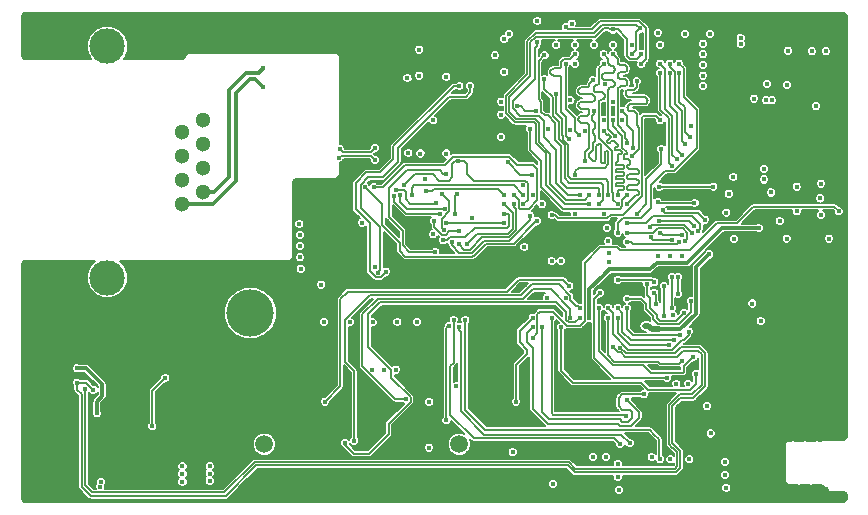
<source format=gbr>
G04 #@! TF.FileFunction,Copper,L4,Bot,Signal*
%FSLAX46Y46*%
G04 Gerber Fmt 4.6, Leading zero omitted, Abs format (unit mm)*
G04 Created by KiCad (PCBNEW 4.0.2-stable) date 2016-06-02 02:45:38*
%MOMM*%
G01*
G04 APERTURE LIST*
%ADD10C,0.100000*%
%ADD11C,1.300000*%
%ADD12C,3.000000*%
%ADD13C,1.500000*%
%ADD14C,0.400000*%
%ADD15C,1.250000*%
%ADD16C,1.550000*%
%ADD17C,4.000000*%
%ADD18C,0.300000*%
%ADD19C,0.500000*%
%ADD20C,0.150000*%
%ADD21C,0.127000*%
G04 APERTURE END LIST*
D10*
D11*
X138400000Y-96480000D03*
X140180000Y-95460000D03*
X138400000Y-94440000D03*
X140180000Y-93420000D03*
X138400000Y-92400000D03*
X140180000Y-91380000D03*
X138400000Y-90360000D03*
X140180000Y-89340000D03*
D12*
X132090000Y-102710000D03*
X132090000Y-83110000D03*
D13*
X161880000Y-116805000D03*
X145370000Y-116805000D03*
D14*
X134900000Y-116500000D03*
X134900000Y-117900000D03*
X134900000Y-117200000D03*
D15*
X128462540Y-109799100D03*
X128462540Y-114799100D03*
D16*
X125762540Y-108799100D03*
X125762540Y-115799100D03*
D17*
X144200000Y-105700000D03*
D14*
X183050000Y-100750000D03*
X185150000Y-99450000D03*
X174500000Y-99650000D03*
X187950000Y-86300000D03*
X186850000Y-87550000D03*
X187850000Y-87700000D03*
X188350000Y-87700000D03*
X187700000Y-93500000D03*
X187700000Y-94400000D03*
X188300000Y-95500000D03*
X180700000Y-100900000D03*
X179700000Y-100900000D03*
X178700000Y-100900000D03*
X170500000Y-101300000D03*
X169700000Y-101300000D03*
X177600000Y-106800000D03*
X136000000Y-110400000D03*
X136000000Y-109400000D03*
X132600000Y-109900000D03*
X164400000Y-84400000D03*
X169200000Y-81000000D03*
X179700000Y-82000000D03*
X182000000Y-82200000D03*
X184200000Y-82100000D03*
X184900000Y-116800000D03*
X185600000Y-116800000D03*
X184900000Y-113200000D03*
X188000000Y-120000000D03*
X188000000Y-119000000D03*
X188000000Y-118000000D03*
X188000000Y-117000000D03*
X188500000Y-116000000D03*
X187500000Y-116000000D03*
X186500000Y-117000000D03*
X186500000Y-118500000D03*
X186500000Y-120000000D03*
X185500000Y-111000000D03*
X187000000Y-111000000D03*
X188500000Y-111000000D03*
X190000000Y-111000000D03*
X191500000Y-111000000D03*
X193000000Y-111000000D03*
X193000000Y-110000000D03*
X192000000Y-110000000D03*
X191000000Y-110000000D03*
X190000000Y-110000000D03*
X189000000Y-110000000D03*
X188000000Y-110000000D03*
X187000000Y-110000000D03*
X186000000Y-110000000D03*
X185000000Y-110000000D03*
X184000000Y-110000000D03*
X184000000Y-111500000D03*
X184000000Y-112500000D03*
X185000000Y-112500000D03*
X186000000Y-112500000D03*
X188000000Y-112500000D03*
X189000000Y-112500000D03*
X190000000Y-112500000D03*
X191000000Y-112500000D03*
X192000000Y-112500000D03*
X192500000Y-113000000D03*
X193500000Y-113000000D03*
X194500000Y-113000000D03*
X194500000Y-112000000D03*
X194500000Y-111000000D03*
X194500000Y-110000000D03*
X194500000Y-109000000D03*
X194500000Y-108000000D03*
X194500000Y-107000000D03*
X194500000Y-106000000D03*
X194500000Y-105000000D03*
X194500000Y-104000000D03*
X194500000Y-103000000D03*
X194500000Y-102000000D03*
X194500000Y-101000000D03*
X194500000Y-100000000D03*
X194500000Y-99000000D03*
X194500000Y-98000000D03*
X194500000Y-96000000D03*
X194500000Y-95000000D03*
X194500000Y-94000000D03*
X194500000Y-93000000D03*
X194500000Y-92000000D03*
X194500000Y-91000000D03*
X194500000Y-90000000D03*
X194500000Y-89000000D03*
X194500000Y-88000000D03*
X194500000Y-87000000D03*
X194500000Y-86000000D03*
X194500000Y-85000000D03*
X194500000Y-84000000D03*
X194500000Y-83000000D03*
X194500000Y-82000000D03*
X194500000Y-81000000D03*
X194000000Y-80500000D03*
X193000000Y-80500000D03*
X192000000Y-80500000D03*
X191000000Y-80500000D03*
X190000000Y-80500000D03*
X189000000Y-80500000D03*
X188000000Y-80500000D03*
X187000000Y-80500000D03*
X186000000Y-80500000D03*
X185000000Y-80500000D03*
X184000000Y-80500000D03*
X183000000Y-80500000D03*
X182000000Y-80500000D03*
X181000000Y-80500000D03*
X180000000Y-80500000D03*
X179000000Y-80500000D03*
X178000000Y-80500000D03*
X177000000Y-80500000D03*
X176000000Y-80500000D03*
X175000000Y-80500000D03*
X174000000Y-80500000D03*
X173000000Y-80500000D03*
X172000000Y-80500000D03*
X171000000Y-80500000D03*
X170000000Y-80500000D03*
X169000000Y-80500000D03*
X168000000Y-80500000D03*
X167000000Y-80500000D03*
X166000000Y-80500000D03*
X165000000Y-80500000D03*
X164000000Y-80500000D03*
X163000000Y-80500000D03*
X162000000Y-80500000D03*
X161000000Y-80500000D03*
X160000000Y-80500000D03*
X159000000Y-80500000D03*
X158000000Y-80500000D03*
X157000000Y-80500000D03*
X156000000Y-80500000D03*
X151000000Y-80500000D03*
X150000000Y-80500000D03*
X149000000Y-80500000D03*
X148000000Y-80500000D03*
X147000000Y-80500000D03*
X146000000Y-80500000D03*
X145000000Y-80500000D03*
X144000000Y-80500000D03*
X143000000Y-80500000D03*
X142000000Y-80500000D03*
X141000000Y-80500000D03*
X140000000Y-80500000D03*
X139000000Y-80500000D03*
X138000000Y-80500000D03*
X130500000Y-84000000D03*
X129500000Y-84000000D03*
X128500000Y-84000000D03*
X127500000Y-84000000D03*
X126500000Y-84000000D03*
X125500000Y-84000000D03*
X125000000Y-83500000D03*
X125000000Y-82500000D03*
X125000000Y-81500000D03*
X125000000Y-80500000D03*
X126000000Y-80500000D03*
X127000000Y-80500000D03*
X128000000Y-80500000D03*
X129000000Y-80500000D03*
X130000000Y-80500000D03*
X131000000Y-80500000D03*
X132000000Y-80500000D03*
X133000000Y-80500000D03*
X134000000Y-80500000D03*
X135000000Y-80500000D03*
X136000000Y-80500000D03*
X137000000Y-80500000D03*
X147000000Y-101500000D03*
X146000000Y-101500000D03*
X145000000Y-101500000D03*
X144000000Y-101500000D03*
X143000000Y-101500000D03*
X142000000Y-101500000D03*
X141000000Y-101500000D03*
X140000000Y-101500000D03*
X139000000Y-101500000D03*
X138000000Y-101500000D03*
X134000000Y-101500000D03*
X135000000Y-101500000D03*
X136000000Y-101500000D03*
X137000000Y-101500000D03*
X130500000Y-101500000D03*
X129500000Y-101500000D03*
X128500000Y-101500000D03*
X127500000Y-101500000D03*
X126500000Y-101500000D03*
X125500000Y-101500000D03*
X125000000Y-102000000D03*
X125000000Y-103000000D03*
X125000000Y-104000000D03*
X125000000Y-105000000D03*
X125000000Y-106000000D03*
X125000000Y-107000000D03*
X125000000Y-108000000D03*
X125000000Y-110000000D03*
X125000000Y-111000000D03*
X125000000Y-112000000D03*
X125000000Y-113000000D03*
X125000000Y-114000000D03*
X125000000Y-115000000D03*
X125000000Y-116500000D03*
X125000000Y-117500000D03*
X125000000Y-118500000D03*
X125000000Y-119500000D03*
X125000000Y-120500000D03*
X125000000Y-121500000D03*
X126000000Y-121500000D03*
X127000000Y-121500000D03*
X128000000Y-121500000D03*
X129000000Y-121500000D03*
X130000000Y-121500000D03*
X143000000Y-121500000D03*
X144000000Y-121500000D03*
X145000000Y-121500000D03*
X146000000Y-121500000D03*
X147000000Y-121500000D03*
X148000000Y-121500000D03*
X149000000Y-121500000D03*
X150000000Y-121500000D03*
X151000000Y-121500000D03*
X152000000Y-121500000D03*
X153000000Y-121500000D03*
X154000000Y-121500000D03*
X155000000Y-121500000D03*
X156000000Y-121500000D03*
X157000000Y-121500000D03*
X158000000Y-121500000D03*
X159000000Y-121500000D03*
X160000000Y-121500000D03*
X161000000Y-121500000D03*
X162000000Y-121500000D03*
X163000000Y-121500000D03*
X164000000Y-121500000D03*
X165000000Y-121500000D03*
X166000000Y-121500000D03*
X167000000Y-121500000D03*
X168000000Y-121500000D03*
X169000000Y-121500000D03*
X170000000Y-121500000D03*
X171000000Y-121500000D03*
X172000000Y-121500000D03*
X173000000Y-121500000D03*
X174000000Y-121500000D03*
X175000000Y-121500000D03*
X176000000Y-121500000D03*
X177000000Y-121500000D03*
X178000000Y-121500000D03*
X179000000Y-121500000D03*
X183000000Y-121500000D03*
X184000000Y-121500000D03*
X185000000Y-121500000D03*
X186000000Y-121500000D03*
X187000000Y-121500000D03*
X188000000Y-121500000D03*
X189000000Y-121500000D03*
X190000000Y-121500000D03*
X191000000Y-121500000D03*
X192000000Y-121500000D03*
X185250000Y-87000000D03*
X171500000Y-119600000D03*
X192300000Y-91700000D03*
X165400000Y-119400000D03*
X129400000Y-113600000D03*
X131200000Y-110300000D03*
X174100000Y-112700000D03*
X161600000Y-111100000D03*
X150000000Y-110300000D03*
X147000000Y-110300000D03*
X158050000Y-117075000D03*
X156800000Y-117100000D03*
X155525000Y-117050000D03*
X154275000Y-117025000D03*
X152975000Y-117075000D03*
X151750000Y-117125000D03*
X150450000Y-117125000D03*
X149175000Y-117100000D03*
X147900000Y-117075000D03*
X166050000Y-110475000D03*
X170750000Y-112850000D03*
X172825000Y-110350000D03*
X163425000Y-87000000D03*
X162275000Y-87000000D03*
X183450000Y-110600000D03*
X140650000Y-115550000D03*
X140700000Y-114950000D03*
X140650000Y-114300000D03*
X138450000Y-115500000D03*
X138450000Y-114900000D03*
X138500000Y-114350000D03*
X191150000Y-97100000D03*
X191200000Y-95000000D03*
X186850000Y-84600000D03*
X188600000Y-84550000D03*
X188550000Y-85500000D03*
X186850000Y-85350000D03*
X192950000Y-85050000D03*
X191700000Y-85100000D03*
X190750000Y-85300000D03*
X189950000Y-85250000D03*
X193150000Y-94700000D03*
X193150000Y-96000000D03*
X159350000Y-106450000D03*
X157700000Y-106450000D03*
X155400000Y-106500000D03*
X153300000Y-106500000D03*
X151200000Y-106450000D03*
X161900000Y-91850000D03*
X178930451Y-115692783D03*
X180605451Y-115692783D03*
X180605451Y-114017783D03*
X178930451Y-114017783D03*
X155737500Y-99662500D03*
X157462500Y-99662500D03*
X157462500Y-97937500D03*
X155737500Y-97937500D03*
X180200000Y-110400000D03*
X177000000Y-112050000D03*
X168500000Y-104400000D03*
X167450000Y-103300000D03*
X150900000Y-103300000D03*
X150700000Y-101950000D03*
X150700000Y-101000000D03*
X150700000Y-100050000D03*
X150700000Y-99100000D03*
X150750000Y-98150000D03*
X160000000Y-105500000D03*
X159000000Y-105500000D03*
X151400000Y-100550000D03*
X152400000Y-103250000D03*
X157950000Y-105550000D03*
X160000000Y-83400000D03*
X159600000Y-87200000D03*
X154050000Y-82050000D03*
X154050000Y-80950000D03*
X154050000Y-81450000D03*
X137200000Y-104100000D03*
X137200000Y-102900000D03*
X137200000Y-103500000D03*
X137200000Y-83000000D03*
X137200000Y-82000000D03*
X137200000Y-82500000D03*
X189300000Y-95500000D03*
X189900000Y-94100000D03*
X189300000Y-92700000D03*
X166800000Y-82100000D03*
X165300000Y-86800000D03*
X185600000Y-96300000D03*
X173000000Y-81000000D03*
X184500000Y-96300000D03*
X165400000Y-89700000D03*
X165400000Y-91800000D03*
X188000000Y-90900000D03*
X189100000Y-91900000D03*
X185900000Y-93800000D03*
X181400000Y-110400000D03*
X185100000Y-120500000D03*
X185100000Y-119400000D03*
X185200000Y-118300000D03*
X176200000Y-120700000D03*
X176300000Y-119600000D03*
X176200000Y-118500000D03*
X178200000Y-110200000D03*
X178100000Y-120249998D03*
X183600000Y-120600000D03*
X194394717Y-116067951D03*
X192394717Y-116467951D03*
X191894717Y-116467951D03*
X191394717Y-116467951D03*
X190894717Y-116467951D03*
X190394717Y-116467951D03*
X189894717Y-116467951D03*
X189394717Y-116467951D03*
X189194717Y-116967951D03*
X189194717Y-117467951D03*
X189194717Y-117967951D03*
X189194717Y-118467951D03*
X189194717Y-118967951D03*
X189194717Y-119467951D03*
X189194717Y-119967951D03*
X189394717Y-120367951D03*
X189894717Y-120367951D03*
X190394717Y-120367951D03*
X190894717Y-120367951D03*
X191394717Y-120367951D03*
X191894717Y-120367951D03*
X192394717Y-120367951D03*
X192894717Y-120567951D03*
X192894717Y-121167951D03*
X193394717Y-121567951D03*
X194394717Y-121567951D03*
X174100000Y-107800000D03*
X176900000Y-106900000D03*
X193200000Y-97500000D03*
X191200000Y-97900000D03*
X190500000Y-99300000D03*
X191400000Y-104000000D03*
X185800000Y-106400000D03*
X185800000Y-101800000D03*
X178700000Y-102000000D03*
X179700000Y-102000000D03*
X180700000Y-102000000D03*
X166300000Y-85300000D03*
X167100000Y-83900000D03*
X166400000Y-82500000D03*
X184700000Y-82900000D03*
X184700000Y-83800000D03*
X184700000Y-84700000D03*
X184700000Y-85600000D03*
X184200000Y-87000000D03*
X171300000Y-101300000D03*
X171300000Y-100500000D03*
X170500000Y-100500000D03*
X169700000Y-100500000D03*
X169700000Y-99700000D03*
X170500000Y-99700000D03*
X171300000Y-99700000D03*
X168900000Y-97299800D03*
X168900000Y-95700000D03*
X170100000Y-84600000D03*
X170900000Y-83800000D03*
X172500000Y-83800000D03*
X173302040Y-84600000D03*
X175700000Y-83800000D03*
X176500000Y-84600000D03*
X177300000Y-82900000D03*
X180400000Y-83000000D03*
X179000000Y-90200000D03*
X175800000Y-87800000D03*
X169300000Y-88600000D03*
X171700000Y-88600000D03*
X174900000Y-88602840D03*
X174100000Y-88600000D03*
X192100000Y-88200000D03*
X169800000Y-120200000D03*
X174300000Y-117900000D03*
X173200000Y-117900000D03*
X170900000Y-104400000D03*
X161600000Y-111900000D03*
X154500000Y-110500000D03*
X155500000Y-110500000D03*
X156500000Y-110500000D03*
X159350000Y-113250000D03*
X159325000Y-117100000D03*
X131500000Y-120450000D03*
X131550000Y-120000000D03*
X138450000Y-120000000D03*
X138450000Y-119350000D03*
X138450000Y-118700000D03*
X140750000Y-119900000D03*
X140750000Y-118700000D03*
X140750000Y-119300000D03*
X190450000Y-97100000D03*
X190450000Y-95000000D03*
X189650000Y-86400000D03*
X192950000Y-83550000D03*
X191750000Y-83550000D03*
X189700000Y-83500000D03*
X192500000Y-94750000D03*
X192450000Y-96000000D03*
X158300000Y-106450000D03*
X156650000Y-106450000D03*
X154550000Y-106500000D03*
X152600000Y-106450000D03*
X150450000Y-106450000D03*
X163000000Y-97700000D03*
X179950000Y-105900000D03*
X158950000Y-94350000D03*
X153675010Y-98050000D03*
X159650000Y-99050000D03*
X154750000Y-101800000D03*
X169300000Y-104400000D03*
X167400000Y-100100000D03*
X150200000Y-103300000D03*
X148450000Y-101950000D03*
X148400000Y-101000000D03*
X148400000Y-100050000D03*
X148400000Y-99100000D03*
X148350000Y-98150000D03*
X158500000Y-83400000D03*
X157575000Y-92175000D03*
X158600000Y-92200000D03*
X160800000Y-92200000D03*
X159700000Y-89400000D03*
X160800000Y-85700000D03*
X158500000Y-85600000D03*
X157500000Y-85800000D03*
X184500000Y-120500000D03*
X184400000Y-119400000D03*
X184400000Y-118300000D03*
X175400000Y-120700000D03*
X175300000Y-119600000D03*
X175300000Y-118500000D03*
X182867951Y-113605283D03*
X181267951Y-111705283D03*
X180267951Y-111705283D03*
X178167951Y-117905283D03*
X179767951Y-118105283D03*
X181367951Y-118105283D03*
X183167951Y-115905283D03*
X192500000Y-97400000D03*
X189000000Y-97900000D03*
X189600000Y-99400000D03*
X193200000Y-99400000D03*
X186700000Y-104900000D03*
X187400000Y-106400000D03*
X174600000Y-101400000D03*
X174600000Y-100600000D03*
X167300000Y-94900000D03*
X168900000Y-96500000D03*
X168100000Y-95700000D03*
X168500000Y-81000000D03*
X166100000Y-82100000D03*
X178700000Y-82000000D03*
X181000000Y-82100000D03*
X183100000Y-82100000D03*
X165400000Y-87800000D03*
X184700000Y-95600000D03*
X171400000Y-81200000D03*
X184500000Y-97200000D03*
X165400000Y-88900000D03*
X165400000Y-90800000D03*
X185100000Y-94200000D03*
X185700000Y-82400000D03*
X185700000Y-82900000D03*
X165700000Y-85300000D03*
X164900000Y-83900000D03*
X165700000Y-82500000D03*
X182500000Y-82900000D03*
X182500000Y-83800000D03*
X182500000Y-84700000D03*
X182500000Y-85600000D03*
X182500000Y-86500000D03*
X181500000Y-89900000D03*
X175700000Y-89400000D03*
X171700000Y-84600000D03*
X171700000Y-83000000D03*
X170100000Y-83000000D03*
X174195312Y-86348252D03*
X173300000Y-83000000D03*
X174900000Y-83000000D03*
X176500000Y-83000000D03*
X178900000Y-83000000D03*
X171300000Y-87700000D03*
X169400000Y-90100000D03*
X171300000Y-90200000D03*
X172500000Y-90300000D03*
X174900000Y-87800000D03*
X174100000Y-89400000D03*
X171700000Y-97300000D03*
X174400000Y-98500000D03*
X174100000Y-97300000D03*
X187228193Y-98503193D03*
X172908129Y-106087691D03*
X165990172Y-92934828D03*
X168000000Y-94000000D03*
X166400000Y-117500000D03*
X176100000Y-113100000D03*
X168100000Y-106900000D03*
X166700000Y-113200000D03*
X168100000Y-106100000D03*
X177500000Y-112600000D03*
X168900000Y-106900000D03*
X176000000Y-114400000D03*
X169700000Y-106100000D03*
X170500000Y-106900000D03*
X181924999Y-110874999D03*
X137000000Y-111200000D03*
X135900000Y-115300000D03*
X150500000Y-113200000D03*
X171200000Y-103400000D03*
X173800000Y-104000000D03*
X179450000Y-111200000D03*
X129500000Y-110400000D03*
X131200000Y-114200000D03*
X173300000Y-88600000D03*
X171700000Y-94000000D03*
X172497660Y-92802340D03*
X173200000Y-86000000D03*
X172000000Y-90600000D03*
X170900000Y-84600000D03*
X176900000Y-86100000D03*
X176500000Y-92400000D03*
X168400000Y-88600000D03*
X166800000Y-88200000D03*
X171700000Y-83800000D03*
X171200000Y-91000000D03*
X174100000Y-83800000D03*
X175100000Y-90700000D03*
X174900000Y-83800000D03*
X176100000Y-91300000D03*
X176600000Y-91700000D03*
X175700000Y-88600000D03*
X183400000Y-95000000D03*
X178800000Y-95000000D03*
X178900000Y-89400000D03*
X169700000Y-97400000D03*
X170900000Y-81500000D03*
X168500000Y-82800000D03*
X177300000Y-84600000D03*
X172100000Y-95700000D03*
X174900000Y-81700000D03*
X177299900Y-83800000D03*
X172900000Y-95700000D03*
X169100000Y-83900000D03*
X173700000Y-95700000D03*
X170100000Y-87200000D03*
X174500000Y-95700000D03*
X174100000Y-90300000D03*
X175300000Y-95700000D03*
X167900000Y-90100000D03*
X176100000Y-95700000D03*
X178700000Y-96300000D03*
X181800000Y-96400000D03*
X181400000Y-90800000D03*
X180500000Y-85400000D03*
X169100000Y-85900000D03*
X173700000Y-96500000D03*
X175300000Y-96500000D03*
X174100000Y-84600000D03*
X176100000Y-96500000D03*
X174900000Y-89400000D03*
X176900000Y-97291671D03*
X179000000Y-91800000D03*
X178800000Y-97874980D03*
X181800000Y-98300000D03*
X179100000Y-97000000D03*
X182700000Y-97800000D03*
X182100000Y-98800000D03*
X176100000Y-98100000D03*
X178900000Y-98900000D03*
X180700000Y-99100000D03*
X180700000Y-92300000D03*
X179700000Y-85400000D03*
X178000000Y-98400000D03*
X181600000Y-98900000D03*
X181000000Y-91400000D03*
X179700000Y-84600000D03*
X180500000Y-84600000D03*
X175300000Y-98900300D03*
X181000000Y-99600000D03*
X176100000Y-98900000D03*
X178100000Y-99300000D03*
X179900000Y-99500000D03*
X179900000Y-93300000D03*
X178900000Y-85400000D03*
X180500000Y-99700000D03*
X180300000Y-92700000D03*
X178900000Y-84600000D03*
X176100000Y-99700000D03*
X179900000Y-105300000D03*
X179891165Y-102644177D03*
X178400000Y-103100000D03*
X175300000Y-102900000D03*
X180900000Y-105700000D03*
X177812388Y-103275010D03*
X180400000Y-104100000D03*
X180400000Y-102650002D03*
X181500000Y-104700000D03*
X176100000Y-104500000D03*
X178400000Y-104000000D03*
X178500000Y-104900000D03*
X181700000Y-109400000D03*
X173700000Y-105300000D03*
X181324999Y-107275001D03*
X174500000Y-105300000D03*
X180100000Y-108000000D03*
X175300000Y-105300000D03*
X180600000Y-107600000D03*
X176100000Y-105300000D03*
X180700000Y-109800000D03*
X174500000Y-106100000D03*
X179600000Y-108400000D03*
X175300000Y-106100000D03*
X179200000Y-106000000D03*
X179200000Y-103400013D03*
X177184828Y-81615172D03*
X176500000Y-83800000D03*
X172900000Y-96500000D03*
X145300000Y-86600000D03*
X145300000Y-85000000D03*
X154750000Y-92750000D03*
X151700000Y-92550000D03*
X154750000Y-91750000D03*
X151800000Y-91850000D03*
X162500000Y-99900000D03*
X165700000Y-96500000D03*
X161850000Y-99900000D03*
X166500000Y-96500000D03*
X159850000Y-100550000D03*
X160800000Y-93900000D03*
X167850000Y-97450000D03*
X161250000Y-99700000D03*
X160500000Y-99550000D03*
X165700000Y-97300000D03*
X160450000Y-95650000D03*
X160600000Y-98700000D03*
X160800000Y-98100000D03*
X165700000Y-98100000D03*
X159050000Y-95350000D03*
X165700000Y-95700000D03*
X157850000Y-95700000D03*
X167300000Y-95700000D03*
X161800000Y-92850000D03*
X157200000Y-94900000D03*
X167300000Y-96500000D03*
X160650000Y-96900000D03*
X156900000Y-95750000D03*
X160250000Y-97300000D03*
X156385183Y-95795161D03*
X159900000Y-96350000D03*
X156550000Y-95300000D03*
X154650000Y-95050000D03*
X166500000Y-95700000D03*
X168450000Y-97900000D03*
X153900000Y-95050000D03*
X152200000Y-116700000D03*
X172100000Y-106100000D03*
X153000000Y-116500000D03*
X172100000Y-105300000D03*
X157400000Y-113000000D03*
X171300000Y-106100000D03*
X161900000Y-86500000D03*
X155700000Y-102200000D03*
X162800000Y-86500000D03*
X155000000Y-102300000D03*
X161500000Y-97300000D03*
X161900000Y-98799989D03*
X159782327Y-97917673D03*
X161700000Y-95600000D03*
X130900000Y-112200000D03*
X129500000Y-111600000D03*
X175534828Y-108665172D03*
X130200000Y-112100000D03*
X174900000Y-108600000D03*
X168100000Y-107800000D03*
X194000000Y-97100000D03*
X160800000Y-114800000D03*
X161000000Y-106800000D03*
X175500000Y-116800000D03*
X161400000Y-106300000D03*
X176300000Y-116700000D03*
X161900000Y-106900000D03*
X178900000Y-118100000D03*
X162400000Y-106300000D03*
D18*
X178800000Y-107100000D02*
X180600000Y-107100000D01*
X180600000Y-107100000D02*
X181950001Y-105749999D01*
X181950001Y-105749999D02*
X181950001Y-101849999D01*
X181950001Y-101849999D02*
X183050000Y-100750000D01*
D19*
X178182842Y-107100000D02*
X178800000Y-107100000D01*
X177600000Y-106800000D02*
X177882842Y-106800000D01*
X177882842Y-106800000D02*
X178182842Y-107100000D01*
D20*
X188000000Y-120000000D02*
X188000000Y-121500000D01*
X188000000Y-118000000D02*
X188000000Y-119000000D01*
X188500000Y-116000000D02*
X188500000Y-116500000D01*
X188500000Y-116500000D02*
X188000000Y-117000000D01*
X186500000Y-117000000D02*
X187500000Y-116000000D01*
X186500000Y-120000000D02*
X186500000Y-118500000D01*
X187000000Y-111000000D02*
X185500000Y-111000000D01*
X190000000Y-111000000D02*
X188500000Y-111000000D01*
X193000000Y-111000000D02*
X191500000Y-111000000D01*
X192000000Y-110000000D02*
X193000000Y-110000000D01*
X190000000Y-110000000D02*
X191000000Y-110000000D01*
X188000000Y-110000000D02*
X189000000Y-110000000D01*
X186000000Y-110000000D02*
X187000000Y-110000000D01*
X184000000Y-110000000D02*
X185000000Y-110000000D01*
X184000000Y-112500000D02*
X184000000Y-111500000D01*
X186000000Y-112500000D02*
X185000000Y-112500000D01*
X189000000Y-112500000D02*
X188000000Y-112500000D01*
X191000000Y-112500000D02*
X190000000Y-112500000D01*
X192500000Y-113000000D02*
X192000000Y-112500000D01*
X194500000Y-113000000D02*
X193500000Y-113000000D01*
X194500000Y-111000000D02*
X194500000Y-112000000D01*
X194500000Y-109000000D02*
X194500000Y-110000000D01*
X194500000Y-107000000D02*
X194500000Y-108000000D01*
X194500000Y-105000000D02*
X194500000Y-106000000D01*
X194500000Y-103000000D02*
X194500000Y-104000000D01*
X194500000Y-101000000D02*
X194500000Y-102000000D01*
X194500000Y-99000000D02*
X194500000Y-100000000D01*
X194500000Y-96000000D02*
X194500000Y-98000000D01*
X194500000Y-94000000D02*
X194500000Y-95000000D01*
X194500000Y-92000000D02*
X194500000Y-93000000D01*
X194500000Y-90000000D02*
X194500000Y-91000000D01*
X194500000Y-88000000D02*
X194500000Y-89000000D01*
X194500000Y-86000000D02*
X194500000Y-87000000D01*
X194500000Y-84000000D02*
X194500000Y-85000000D01*
X194500000Y-82000000D02*
X194500000Y-83000000D01*
X194000000Y-80500000D02*
X194500000Y-81000000D01*
X192000000Y-80500000D02*
X193000000Y-80500000D01*
X190000000Y-80500000D02*
X191000000Y-80500000D01*
X188000000Y-80500000D02*
X189000000Y-80500000D01*
X186000000Y-80500000D02*
X187000000Y-80500000D01*
X184000000Y-80500000D02*
X185000000Y-80500000D01*
X182000000Y-80500000D02*
X183000000Y-80500000D01*
X180000000Y-80500000D02*
X181000000Y-80500000D01*
X178000000Y-80500000D02*
X179000000Y-80500000D01*
X176000000Y-80500000D02*
X177000000Y-80500000D01*
X174000000Y-80500000D02*
X175000000Y-80500000D01*
X172000000Y-80500000D02*
X173000000Y-80500000D01*
X170000000Y-80500000D02*
X171000000Y-80500000D01*
X168000000Y-80500000D02*
X169000000Y-80500000D01*
X166000000Y-80500000D02*
X167000000Y-80500000D01*
X164000000Y-80500000D02*
X165000000Y-80500000D01*
X162000000Y-80500000D02*
X163000000Y-80500000D01*
X160000000Y-80500000D02*
X161000000Y-80500000D01*
X158000000Y-80500000D02*
X159000000Y-80500000D01*
X156000000Y-80500000D02*
X157000000Y-80500000D01*
X150000000Y-80500000D02*
X151000000Y-80500000D01*
X148000000Y-80500000D02*
X149000000Y-80500000D01*
X146000000Y-80500000D02*
X147000000Y-80500000D01*
X144000000Y-80500000D02*
X145000000Y-80500000D01*
X142000000Y-80500000D02*
X143000000Y-80500000D01*
X140000000Y-80500000D02*
X141000000Y-80500000D01*
X138000000Y-80500000D02*
X139000000Y-80500000D01*
X129500000Y-84000000D02*
X130500000Y-84000000D01*
X127500000Y-84000000D02*
X128500000Y-84000000D01*
X125500000Y-84000000D02*
X126500000Y-84000000D01*
X125000000Y-82500000D02*
X125000000Y-83500000D01*
X125000000Y-80500000D02*
X125000000Y-81500000D01*
X127000000Y-80500000D02*
X126000000Y-80500000D01*
X129000000Y-80500000D02*
X128000000Y-80500000D01*
X131000000Y-80500000D02*
X130000000Y-80500000D01*
X133000000Y-80500000D02*
X132000000Y-80500000D01*
X135000000Y-80500000D02*
X134000000Y-80500000D01*
X137000000Y-80500000D02*
X136000000Y-80500000D01*
X146000000Y-101500000D02*
X147000000Y-101500000D01*
X144000000Y-101500000D02*
X145000000Y-101500000D01*
X142000000Y-101500000D02*
X143000000Y-101500000D01*
X140000000Y-101500000D02*
X141000000Y-101500000D01*
X138000000Y-101500000D02*
X139000000Y-101500000D01*
X135000000Y-101500000D02*
X134000000Y-101500000D01*
X137000000Y-101500000D02*
X136000000Y-101500000D01*
X128500000Y-101500000D02*
X129500000Y-101500000D01*
X126500000Y-101500000D02*
X127500000Y-101500000D01*
X125000000Y-102000000D02*
X125500000Y-101500000D01*
X125000000Y-104000000D02*
X125000000Y-103000000D01*
X125000000Y-106000000D02*
X125000000Y-105000000D01*
X125000000Y-108000000D02*
X125000000Y-107000000D01*
X125000000Y-113000000D02*
X125000000Y-112000000D01*
X125000000Y-115000000D02*
X125000000Y-114000000D01*
X125000000Y-117500000D02*
X125000000Y-116500000D01*
X125000000Y-119500000D02*
X125000000Y-118500000D01*
X125000000Y-121500000D02*
X125000000Y-120500000D01*
X127000000Y-121500000D02*
X126000000Y-121500000D01*
X129000000Y-121500000D02*
X128000000Y-121500000D01*
X143000000Y-121500000D02*
X130000000Y-121500000D01*
X144000000Y-121500000D02*
X143000000Y-121500000D01*
X146000000Y-121500000D02*
X145000000Y-121500000D01*
X148000000Y-121500000D02*
X147000000Y-121500000D01*
X150000000Y-121500000D02*
X149000000Y-121500000D01*
X152000000Y-121500000D02*
X151000000Y-121500000D01*
X154000000Y-121500000D02*
X153000000Y-121500000D01*
X156000000Y-121500000D02*
X155000000Y-121500000D01*
X158000000Y-121500000D02*
X157000000Y-121500000D01*
X160000000Y-121500000D02*
X159000000Y-121500000D01*
X162000000Y-121500000D02*
X161000000Y-121500000D01*
X164000000Y-121500000D02*
X163000000Y-121500000D01*
X166000000Y-121500000D02*
X165000000Y-121500000D01*
X168000000Y-121500000D02*
X167000000Y-121500000D01*
X170000000Y-121500000D02*
X169000000Y-121500000D01*
X172000000Y-121500000D02*
X171000000Y-121500000D01*
X174000000Y-121500000D02*
X173000000Y-121500000D01*
X176000000Y-121500000D02*
X175000000Y-121500000D01*
X178000000Y-121500000D02*
X177000000Y-121500000D01*
X183000000Y-121500000D02*
X179000000Y-121500000D01*
X185000000Y-121500000D02*
X184000000Y-121500000D01*
X187000000Y-121500000D02*
X186000000Y-121500000D01*
X189000000Y-121500000D02*
X188000000Y-121500000D01*
X191000000Y-121500000D02*
X190000000Y-121500000D01*
X192000000Y-121500000D02*
X191000000Y-121500000D01*
D18*
X191394717Y-116467951D02*
X191894717Y-116467951D01*
X190394717Y-116467951D02*
X190894717Y-116467951D01*
X189394717Y-116467951D02*
X189894717Y-116467951D01*
X189194717Y-117467951D02*
X189194717Y-116967951D01*
X189194717Y-118467951D02*
X189194717Y-117967951D01*
X189194717Y-119467951D02*
X189194717Y-118967951D01*
X189394717Y-120367951D02*
X189394717Y-120167951D01*
X189394717Y-120167951D02*
X189194717Y-119967951D01*
X190394717Y-120367951D02*
X189894717Y-120367951D01*
X191394717Y-120367951D02*
X190894717Y-120367951D01*
X192394717Y-120367951D02*
X191894717Y-120367951D01*
X192894717Y-121167951D02*
X192894717Y-120567951D01*
X187228193Y-98503193D02*
X184146807Y-98503193D01*
X184146807Y-98503193D02*
X181750000Y-100900000D01*
X174600000Y-102000000D02*
X174150001Y-102449999D01*
X174100001Y-102449999D02*
X172908129Y-103641871D01*
X172908129Y-103641871D02*
X172908129Y-106087691D01*
X181750000Y-100900000D02*
X181200000Y-101450000D01*
X181200000Y-101450000D02*
X178583998Y-101450000D01*
X178583998Y-101450000D02*
X178033998Y-102000000D01*
X178033998Y-102000000D02*
X174600000Y-102000000D01*
X174150001Y-102449999D02*
X174100001Y-102449999D01*
D20*
X168000000Y-94000000D02*
X167055344Y-94000000D01*
X167055344Y-94000000D02*
X165990172Y-92934828D01*
X177100000Y-114600000D02*
X177100000Y-114100000D01*
X177100000Y-114100000D02*
X176100000Y-113100000D01*
X176400000Y-115300000D02*
X177100000Y-114600000D01*
X175500000Y-115300000D02*
X176400000Y-115300000D01*
X175300000Y-115100000D02*
X175500000Y-115300000D01*
X169400000Y-115100000D02*
X175300000Y-115100000D01*
X169300000Y-115000000D02*
X169400000Y-115100000D01*
X168100000Y-113800000D02*
X169300000Y-115000000D01*
X168100000Y-106900000D02*
X167600000Y-107400000D01*
X167600000Y-107400000D02*
X167600000Y-108200000D01*
X167600000Y-108200000D02*
X168100000Y-108700000D01*
X168100000Y-108700000D02*
X168100000Y-113800000D01*
X166700000Y-110100000D02*
X166700000Y-113200000D01*
X168100000Y-106100000D02*
X167000000Y-107200000D01*
X167000000Y-107200000D02*
X167000000Y-108200000D01*
X167000000Y-108200000D02*
X167600000Y-108800000D01*
X167600000Y-108800000D02*
X167600000Y-109200000D01*
X167600000Y-109200000D02*
X166700000Y-110100000D01*
X177500000Y-112600000D02*
X175700000Y-112600000D01*
X175700000Y-112600000D02*
X175400000Y-112900000D01*
X175400000Y-112900000D02*
X175400000Y-113600000D01*
X175400000Y-113600000D02*
X175700000Y-113900000D01*
X175700000Y-113900000D02*
X176300000Y-113900000D01*
X169500000Y-114700000D02*
X168900000Y-114100000D01*
X176300000Y-113900000D02*
X176500000Y-114100000D01*
X175700000Y-114900000D02*
X175500000Y-114700000D01*
X175500000Y-114700000D02*
X169500000Y-114700000D01*
X176500000Y-114100000D02*
X176500000Y-114600000D01*
X176500000Y-114600000D02*
X176200000Y-114900000D01*
X176200000Y-114900000D02*
X175700000Y-114900000D01*
X168900000Y-114100000D02*
X168900000Y-113800000D01*
X168900000Y-113800000D02*
X168900000Y-106900000D01*
X169800000Y-114300000D02*
X175900000Y-114300000D01*
X175900000Y-114300000D02*
X176000000Y-114400000D01*
X169700000Y-112900000D02*
X169700000Y-114200000D01*
X169700000Y-106100000D02*
X169700000Y-112900000D01*
X169700000Y-112900000D02*
X169700000Y-113900000D01*
X169700000Y-114200000D02*
X169800000Y-114300000D01*
X181924999Y-110874999D02*
X181924999Y-111675001D01*
X181924999Y-111675001D02*
X181400000Y-112200000D01*
X181400000Y-112200000D02*
X177900000Y-112200000D01*
X177900000Y-112200000D02*
X177300000Y-111600000D01*
X177300000Y-111600000D02*
X171500000Y-111600000D01*
X171500000Y-111600000D02*
X170500000Y-110600000D01*
X170500000Y-110600000D02*
X170500000Y-106900000D01*
X137000000Y-111200000D02*
X135900000Y-112300000D01*
X135900000Y-112300000D02*
X135900000Y-115300000D01*
X151800000Y-111900000D02*
X150500000Y-113200000D01*
X151800000Y-104544998D02*
X151800000Y-111900000D01*
X165900000Y-103900000D02*
X152444998Y-103900000D01*
X152444998Y-103900000D02*
X151800000Y-104544998D01*
X166900000Y-102900000D02*
X165900000Y-103900000D01*
X170700000Y-102900000D02*
X166900000Y-102900000D01*
X171200000Y-103400000D02*
X170700000Y-102900000D01*
X173300000Y-104500000D02*
X173800000Y-104000000D01*
X175000000Y-111200000D02*
X173300000Y-109500000D01*
X173300000Y-109500000D02*
X173300000Y-104500000D01*
X179450000Y-111200000D02*
X175000000Y-111200000D01*
D18*
X131650001Y-111750001D02*
X130300000Y-110400000D01*
X130300000Y-110400000D02*
X129500000Y-110400000D01*
X131200000Y-113200000D02*
X131650001Y-112749999D01*
X131650001Y-112749999D02*
X131650001Y-111750001D01*
X131200000Y-114200000D02*
X131200000Y-113200000D01*
D20*
X173400000Y-92800000D02*
X173500000Y-92700000D01*
X173300000Y-88600000D02*
X173300000Y-88882842D01*
X173900000Y-91500000D02*
X173900000Y-92900000D01*
X173300000Y-88882842D02*
X173125011Y-89057831D01*
X172872661Y-92227339D02*
X172872661Y-92472661D01*
X173125011Y-89057831D02*
X173125011Y-89325011D01*
X173400000Y-90700000D02*
X173400000Y-91100000D01*
X173400000Y-89600000D02*
X173400000Y-90000000D01*
X172017158Y-93400000D02*
X171700000Y-93717158D01*
X173125011Y-89325011D02*
X173400000Y-89600000D01*
X173400000Y-90000000D02*
X173200000Y-90200000D01*
X174300000Y-92000000D02*
X174446434Y-92000000D01*
X173200000Y-90500000D02*
X173400000Y-90700000D01*
X174500000Y-93100000D02*
X174200000Y-93400000D01*
X173200000Y-90200000D02*
X173200000Y-90500000D01*
X173400000Y-91100000D02*
X173200000Y-91300000D01*
X173200000Y-91300000D02*
X173200000Y-91900000D01*
X173500000Y-91600000D02*
X173700000Y-91400000D01*
X171700000Y-93717158D02*
X171700000Y-94000000D01*
X173200000Y-91900000D02*
X172872661Y-92227339D01*
X172872661Y-92472661D02*
X173200000Y-92800000D01*
X173500000Y-92700000D02*
X173500000Y-91600000D01*
X173200000Y-92800000D02*
X173400000Y-92800000D01*
X173700000Y-91400000D02*
X173800000Y-91400000D01*
X173800000Y-91400000D02*
X173900000Y-91500000D01*
X173900000Y-92900000D02*
X174000000Y-93000000D01*
X174000000Y-93000000D02*
X174200000Y-93000000D01*
X174200000Y-93000000D02*
X174200000Y-92100000D01*
X174200000Y-92100000D02*
X174300000Y-92000000D01*
X174446434Y-92000000D02*
X174500000Y-92053566D01*
X174500000Y-92053566D02*
X174500000Y-93100000D01*
X174200000Y-93400000D02*
X172017158Y-93400000D01*
X173200000Y-86000000D02*
X172900000Y-86300000D01*
X172035690Y-89112953D02*
X171999949Y-89169834D01*
X172870290Y-88569834D02*
X172892478Y-88633243D01*
X172900000Y-86300000D02*
X172892478Y-86366756D01*
X172892478Y-86366756D02*
X172870290Y-86430165D01*
X172035690Y-87087046D02*
X172083193Y-87134549D01*
X172140074Y-88370290D02*
X172203483Y-88392478D01*
X172140074Y-86629709D02*
X172083193Y-86665450D01*
X172600000Y-86600000D02*
X172270240Y-86600000D01*
X172834549Y-86487046D02*
X172787046Y-86534549D01*
X172870290Y-86430165D02*
X172834549Y-86487046D01*
X172787046Y-86534549D02*
X172730165Y-86570290D01*
X172083193Y-87134549D02*
X172140074Y-87170290D01*
X172666756Y-86592478D02*
X172600000Y-86600000D01*
X172730165Y-86570290D02*
X172666756Y-86592478D01*
X171977761Y-86833243D02*
X171970240Y-86900000D01*
X172270240Y-86600000D02*
X172203483Y-86607521D01*
X173243961Y-87776244D02*
X173193259Y-87793985D01*
X172892478Y-88766756D02*
X172870290Y-88830165D01*
X172083193Y-86665450D02*
X172035690Y-86712953D01*
X172203483Y-86607521D02*
X172140074Y-86629709D01*
X171977761Y-88033243D02*
X171970240Y-88100000D01*
X171970240Y-86900000D02*
X171977761Y-86966756D01*
X172035690Y-86712953D02*
X171999949Y-86769834D01*
X172083193Y-88334549D02*
X172140074Y-88370290D01*
X171999949Y-87030165D02*
X172035690Y-87087046D01*
X172140074Y-87170290D02*
X172203483Y-87192478D01*
X172270240Y-87200000D02*
X173139880Y-87200000D01*
X173243961Y-87223755D02*
X173289443Y-87252334D01*
X173379760Y-87439880D02*
X173379760Y-87560120D01*
X171999949Y-86769834D02*
X171977761Y-86833243D01*
X172787046Y-88934549D02*
X172730165Y-88970290D01*
X172270240Y-89000000D02*
X172203483Y-89007521D01*
X172083193Y-89065450D02*
X172035690Y-89112953D01*
X172787046Y-89665450D02*
X172875001Y-89753405D01*
X171977761Y-86966756D02*
X171999949Y-87030165D01*
X172203483Y-87192478D02*
X172270240Y-87200000D01*
X173139880Y-87200000D02*
X173193259Y-87206014D01*
X172203483Y-88392478D02*
X172270240Y-88400000D01*
X172666756Y-88407521D02*
X172730165Y-88429709D01*
X173193259Y-87206014D02*
X173243961Y-87223755D01*
X173289443Y-87252334D02*
X173327426Y-87290317D01*
X173327426Y-87290317D02*
X173356005Y-87335799D01*
X173356005Y-87335799D02*
X173373746Y-87386501D01*
X172083193Y-89534549D02*
X172140074Y-89570290D01*
X172270240Y-89600000D02*
X172600000Y-89600000D01*
X172140074Y-87829709D02*
X172083193Y-87865450D01*
X173373746Y-87386501D02*
X173379760Y-87439880D01*
X173356005Y-87664200D02*
X173327426Y-87709682D01*
X173379760Y-87560120D02*
X173373746Y-87613498D01*
X173373746Y-87613498D02*
X173356005Y-87664200D01*
X173327426Y-87709682D02*
X173289443Y-87747665D01*
X173289443Y-87747665D02*
X173243961Y-87776244D01*
X172203483Y-87807521D02*
X172140074Y-87829709D01*
X173193259Y-87793985D02*
X173139880Y-87800000D01*
X172500000Y-92100000D02*
X172500000Y-92800000D01*
X173139880Y-87800000D02*
X172270240Y-87800000D01*
X172270240Y-87800000D02*
X172203483Y-87807521D01*
X171970240Y-88100000D02*
X171977761Y-88166756D01*
X172083193Y-87865450D02*
X172035690Y-87912953D01*
X172035690Y-87912953D02*
X171999949Y-87969834D01*
X171999949Y-87969834D02*
X171977761Y-88033243D01*
X171977761Y-88166756D02*
X171999949Y-88230165D01*
X171999949Y-88230165D02*
X172035690Y-88287046D01*
X172035690Y-88287046D02*
X172083193Y-88334549D01*
X172600000Y-88400000D02*
X172666756Y-88407521D01*
X172270240Y-88400000D02*
X172600000Y-88400000D01*
X172892478Y-88633243D02*
X172900000Y-88700000D01*
X171977761Y-89233243D02*
X171970240Y-89300000D01*
X172730165Y-88429709D02*
X172787046Y-88465450D01*
X172787046Y-88465450D02*
X172834549Y-88512953D01*
X172834549Y-88512953D02*
X172870290Y-88569834D01*
X172900000Y-88700000D02*
X172892478Y-88766756D01*
X172870290Y-88830165D02*
X172834549Y-88887046D01*
X172666756Y-88992478D02*
X172600000Y-89000000D01*
X172834549Y-88887046D02*
X172787046Y-88934549D01*
X172730165Y-89629709D02*
X172787046Y-89665450D01*
X172875001Y-91724999D02*
X172500000Y-92100000D01*
X172730165Y-88970290D02*
X172666756Y-88992478D01*
X172203483Y-89007521D02*
X172140074Y-89029709D01*
X172600000Y-89000000D02*
X172270240Y-89000000D01*
X172140074Y-89029709D02*
X172083193Y-89065450D01*
X171999949Y-89169834D02*
X171977761Y-89233243D01*
X171999949Y-89430165D02*
X172035690Y-89487046D01*
X172035690Y-89487046D02*
X172083193Y-89534549D01*
X171970240Y-89300000D02*
X171977761Y-89366756D01*
X171977761Y-89366756D02*
X171999949Y-89430165D01*
X172203483Y-89592478D02*
X172270240Y-89600000D01*
X172140074Y-89570290D02*
X172203483Y-89592478D01*
X172600000Y-89600000D02*
X172666756Y-89607521D01*
X172666756Y-89607521D02*
X172730165Y-89629709D01*
X172875001Y-89753405D02*
X172875001Y-91724999D01*
X172500000Y-92800000D02*
X172497660Y-92802340D01*
X171700000Y-90300000D02*
X172000000Y-90600000D01*
X171700000Y-89200000D02*
X171700000Y-90300000D01*
X170900000Y-88400000D02*
X171700000Y-89200000D01*
X170900000Y-88000000D02*
X170900000Y-84600000D01*
X170900000Y-88000000D02*
X170900000Y-88400000D01*
X176144918Y-86829709D02*
X176088037Y-86865450D01*
X176900000Y-86100000D02*
X176900000Y-86500000D01*
X175975084Y-87100000D02*
X175982605Y-87166756D01*
X176275084Y-87400000D02*
X177524916Y-87400000D01*
X176900000Y-86500000D02*
X176892478Y-86566756D01*
X176600000Y-86800000D02*
X176275084Y-86800000D01*
X176040534Y-86912953D02*
X176004793Y-86969834D01*
X176132605Y-88366756D02*
X176154793Y-88430165D01*
X176892478Y-86566756D02*
X176870290Y-86630165D01*
X176834549Y-86687046D02*
X176787046Y-86734549D01*
X176787046Y-86734549D02*
X176730165Y-86770290D01*
X177711963Y-87934549D02*
X177655082Y-87970290D01*
X176666756Y-86792478D02*
X176600000Y-86800000D01*
X176870290Y-86630165D02*
X176834549Y-86687046D01*
X176004793Y-86969834D02*
X175982605Y-87033243D01*
X176730165Y-86770290D02*
X176666756Y-86792478D01*
X176238037Y-88534549D02*
X176294918Y-88570290D01*
X176088037Y-86865450D02*
X176040534Y-86912953D01*
X176275084Y-86800000D02*
X176208327Y-86807521D01*
X176208327Y-86807521D02*
X176144918Y-86829709D01*
X176870290Y-88769834D02*
X176892478Y-88833243D01*
X177817395Y-87633243D02*
X177824916Y-87700000D01*
X175982605Y-87033243D02*
X175975084Y-87100000D01*
X175982605Y-87166756D02*
X176004793Y-87230165D01*
X176004793Y-87230165D02*
X176040534Y-87287046D01*
X176040534Y-87287046D02*
X176088037Y-87334549D01*
X176600000Y-88600000D02*
X176666756Y-88607521D01*
X176900000Y-89800000D02*
X177100000Y-90000000D01*
X176088037Y-87334549D02*
X176144918Y-87370290D01*
X176144918Y-87370290D02*
X176208327Y-87392478D01*
X176892478Y-88833243D02*
X176900000Y-88900000D01*
X176208327Y-87392478D02*
X176275084Y-87400000D01*
X177524916Y-87400000D02*
X177591673Y-87407521D01*
X176132605Y-88233243D02*
X176125084Y-88300000D01*
X177591673Y-87407521D02*
X177655082Y-87429709D01*
X177655082Y-87429709D02*
X177711963Y-87465450D01*
X177711963Y-87465450D02*
X177759466Y-87512953D01*
X177795207Y-87569834D02*
X177817395Y-87633243D01*
X176294918Y-88029709D02*
X176238037Y-88065450D01*
X177759466Y-87512953D02*
X177795207Y-87569834D01*
X177591673Y-87992478D02*
X177524916Y-88000000D01*
X177824916Y-87700000D02*
X177817395Y-87766756D01*
X177817395Y-87766756D02*
X177795207Y-87830165D01*
X177795207Y-87830165D02*
X177759466Y-87887046D01*
X176190534Y-88112953D02*
X176154793Y-88169834D01*
X177759466Y-87887046D02*
X177711963Y-87934549D01*
X177655082Y-87970290D02*
X177591673Y-87992478D01*
X176190534Y-88487046D02*
X176238037Y-88534549D01*
X177524916Y-88000000D02*
X176425084Y-88000000D01*
X176425084Y-88000000D02*
X176358327Y-88007521D01*
X176787046Y-88665450D02*
X176834549Y-88712953D01*
X176358327Y-88007521D02*
X176294918Y-88029709D01*
X176238037Y-88065450D02*
X176190534Y-88112953D01*
X176154793Y-88169834D02*
X176132605Y-88233243D01*
X176125084Y-88300000D02*
X176132605Y-88366756D01*
X176154793Y-88430165D02*
X176190534Y-88487046D01*
X176294918Y-88570290D02*
X176358327Y-88592478D01*
X176358327Y-88592478D02*
X176425084Y-88600000D01*
X176425084Y-88600000D02*
X176600000Y-88600000D01*
X176666756Y-88607521D02*
X176730165Y-88629709D01*
X176730165Y-88629709D02*
X176787046Y-88665450D01*
X176834549Y-88712953D02*
X176870290Y-88769834D01*
X176900000Y-88900000D02*
X176900000Y-89800000D01*
X177100000Y-90000000D02*
X177100000Y-91800000D01*
X177100000Y-91800000D02*
X176500000Y-92400000D01*
X167482842Y-88600000D02*
X168400000Y-88600000D01*
X166800000Y-88200000D02*
X167082842Y-88200000D01*
X167082842Y-88200000D02*
X167482842Y-88600000D01*
X169756171Y-85029709D02*
X169699290Y-85065450D01*
X169699290Y-85065450D02*
X169651787Y-85112953D01*
X171700000Y-83800000D02*
X171275001Y-84224999D01*
X169593858Y-85366756D02*
X169616046Y-85430165D01*
X171275001Y-84224999D02*
X170719999Y-84224999D01*
X170355164Y-85629709D02*
X170412045Y-85665450D01*
X170719999Y-84224999D02*
X170524999Y-84419999D01*
X169616046Y-85430165D02*
X169651787Y-85487046D01*
X170412045Y-84934549D02*
X170355164Y-84970290D01*
X170355164Y-84970290D02*
X170291755Y-84992478D01*
X170524999Y-84419999D02*
X170524999Y-84700000D01*
X170524999Y-84700000D02*
X170517477Y-84766756D01*
X169593858Y-85233243D02*
X169586337Y-85300000D01*
X170517477Y-84766756D02*
X170495289Y-84830165D01*
X170495289Y-84830165D02*
X170459548Y-84887046D01*
X170459548Y-84887046D02*
X170412045Y-84934549D01*
X170291755Y-84992478D02*
X170224999Y-85000000D01*
X169616046Y-85169834D02*
X169593858Y-85233243D01*
X170224999Y-85000000D02*
X169886337Y-85000000D01*
X170524999Y-88724999D02*
X170924999Y-89124999D01*
X169886337Y-85000000D02*
X169819580Y-85007521D01*
X170924999Y-89124999D02*
X170924999Y-90724999D01*
X169819580Y-85007521D02*
X169756171Y-85029709D01*
X170524999Y-85900000D02*
X170524999Y-88724999D01*
X169651787Y-85112953D02*
X169616046Y-85169834D01*
X170412045Y-85665450D02*
X170459548Y-85712953D01*
X169586337Y-85300000D02*
X169593858Y-85366756D01*
X169651787Y-85487046D02*
X169699290Y-85534549D01*
X169699290Y-85534549D02*
X169756171Y-85570290D01*
X169756171Y-85570290D02*
X169819580Y-85592478D01*
X169819580Y-85592478D02*
X169886337Y-85600000D01*
X170224999Y-85600000D02*
X170291755Y-85607521D01*
X169886337Y-85600000D02*
X170224999Y-85600000D01*
X170291755Y-85607521D02*
X170355164Y-85629709D01*
X170459548Y-85712953D02*
X170495289Y-85769834D01*
X170495289Y-85769834D02*
X170517477Y-85833243D01*
X170517477Y-85833243D02*
X170524999Y-85900000D01*
X170924999Y-90724999D02*
X171200000Y-91000000D01*
X174100000Y-83800000D02*
X174500000Y-84200000D01*
X174500000Y-85368424D02*
X174500000Y-85375000D01*
X175036848Y-86243424D02*
X175036848Y-86306576D01*
X173969881Y-85766305D02*
X173989734Y-85823040D01*
X174500000Y-84200000D02*
X174500000Y-84500000D01*
X175036848Y-85100000D02*
X175030119Y-85159729D01*
X174768424Y-85368424D02*
X174500000Y-85368424D01*
X174021713Y-85476064D02*
X173989734Y-85526959D01*
X174708695Y-84761694D02*
X174828154Y-84775153D01*
X174558562Y-84667359D02*
X174601065Y-84709862D01*
X174500000Y-84500000D02*
X174506730Y-84559729D01*
X174506730Y-84559729D02*
X174526583Y-84616464D01*
X175010266Y-84920383D02*
X175030119Y-84977118D01*
X174601065Y-84709862D02*
X174651960Y-84741841D01*
X174884889Y-85341841D02*
X174828154Y-85361694D01*
X174526583Y-84616464D02*
X174558562Y-84667359D01*
X174115111Y-85401582D02*
X174064216Y-85433561D01*
X174651960Y-84741841D02*
X174708695Y-84761694D01*
X174828154Y-84775153D02*
X174884889Y-84795006D01*
X175030119Y-86366305D02*
X175010266Y-86423040D01*
X174978287Y-84869488D02*
X175010266Y-84920383D01*
X174884889Y-84795006D02*
X174935784Y-84826985D01*
X173963152Y-85643424D02*
X173963152Y-85706576D01*
X174935784Y-84826985D02*
X174978287Y-84869488D01*
X174978287Y-85267359D02*
X174935784Y-85309862D01*
X174978287Y-86473935D02*
X174935784Y-86516438D01*
X175030119Y-84977118D02*
X175036848Y-85036848D01*
X173963152Y-85706576D02*
X173969881Y-85766305D01*
X175036848Y-85036848D02*
X175036848Y-85100000D01*
X175030119Y-85159729D02*
X175010266Y-85216464D01*
X175010266Y-85216464D02*
X174978287Y-85267359D01*
X174651960Y-86601582D02*
X174601065Y-86633561D01*
X174828154Y-85361694D02*
X174768424Y-85368424D01*
X174526583Y-86726959D02*
X174506730Y-86783694D01*
X175010266Y-86126959D02*
X175030119Y-86183694D01*
X174064216Y-85916438D02*
X174115111Y-85948417D01*
X174935784Y-85309862D02*
X174884889Y-85341841D01*
X174500000Y-85375000D02*
X174231576Y-85375000D01*
X173989734Y-85823040D02*
X174021713Y-85873935D01*
X174231576Y-85375000D02*
X174171846Y-85381729D01*
X174601065Y-86633561D02*
X174558562Y-86676064D01*
X174171846Y-85381729D02*
X174115111Y-85401582D01*
X174064216Y-85433561D02*
X174021713Y-85476064D01*
X173989734Y-85526959D02*
X173969881Y-85583694D01*
X173969881Y-85583694D02*
X173963152Y-85643424D01*
X174021713Y-85873935D02*
X174064216Y-85916438D01*
X174115111Y-85948417D02*
X174171846Y-85968270D01*
X174884889Y-86001582D02*
X174935784Y-86033561D01*
X174171846Y-85968270D02*
X174231576Y-85975000D01*
X174231576Y-85975000D02*
X174768424Y-85975000D01*
X174768424Y-85975000D02*
X174828154Y-85981729D01*
X174828154Y-85981729D02*
X174884889Y-86001582D01*
X174935784Y-86033561D02*
X174978287Y-86076064D01*
X174978287Y-86076064D02*
X175010266Y-86126959D01*
X175030119Y-86183694D02*
X175036848Y-86243424D01*
X175036848Y-86306576D02*
X175030119Y-86366305D01*
X175010266Y-86423040D02*
X174978287Y-86473935D01*
X174935784Y-86516438D02*
X174884889Y-86548417D01*
X174884889Y-86548417D02*
X174828154Y-86568270D01*
X174828154Y-86568270D02*
X174708695Y-86581729D01*
X174708695Y-86581729D02*
X174651960Y-86601582D01*
X174558562Y-86676064D02*
X174526583Y-86726959D01*
X174506730Y-86783694D02*
X174500000Y-86843424D01*
X174500000Y-86843424D02*
X174500000Y-90100000D01*
X174500000Y-90100000D02*
X175100000Y-90700000D01*
X174900000Y-83800000D02*
X175300000Y-84200000D01*
X175300000Y-84200000D02*
X175300000Y-84400000D01*
X175307522Y-84466756D02*
X175329710Y-84530165D01*
X176097254Y-86069834D02*
X176119442Y-86133243D01*
X175533244Y-84692478D02*
X175600000Y-84700000D01*
X175300000Y-84400000D02*
X175307522Y-84466756D01*
X176126963Y-85000000D02*
X176119442Y-85066756D01*
X175533244Y-85307521D02*
X175469835Y-85329709D01*
X175893720Y-85907521D02*
X175957129Y-85929709D01*
X175329710Y-84530165D02*
X175365451Y-84587046D01*
X175412954Y-84634549D02*
X175469835Y-84670290D01*
X175826963Y-85300000D02*
X175600000Y-85300000D01*
X175950010Y-90450010D02*
X175950010Y-90867168D01*
X175365451Y-84587046D02*
X175412954Y-84634549D01*
X175469835Y-84670290D02*
X175533244Y-84692478D01*
X176126963Y-86200000D02*
X176119442Y-86266756D01*
X175329710Y-85469834D02*
X175307522Y-85533243D01*
X175600000Y-84700000D02*
X175826963Y-84700000D01*
X175307522Y-85533243D02*
X175300000Y-85600000D01*
X175307522Y-85666756D02*
X175329710Y-85730165D01*
X175300000Y-86800000D02*
X175300000Y-89800000D01*
X175826963Y-84700000D02*
X175893720Y-84707521D01*
X176061513Y-84812953D02*
X176097254Y-84869834D01*
X175329710Y-86669834D02*
X175307522Y-86733243D01*
X175893720Y-84707521D02*
X175957129Y-84729709D01*
X175533244Y-85892478D02*
X175600000Y-85900000D01*
X176097254Y-84869834D02*
X176119442Y-84933243D01*
X175957129Y-84729709D02*
X176014010Y-84765450D01*
X176014010Y-84765450D02*
X176061513Y-84812953D01*
X176119442Y-85066756D02*
X176097254Y-85130165D01*
X175469835Y-85329709D02*
X175412954Y-85365450D01*
X175412954Y-85365450D02*
X175365451Y-85412953D01*
X175957129Y-86470290D02*
X175893720Y-86492478D01*
X175365451Y-85787046D02*
X175412954Y-85834549D01*
X176119442Y-84933243D02*
X176126963Y-85000000D01*
X175600000Y-86500000D02*
X175533244Y-86507521D01*
X176097254Y-85130165D02*
X176061513Y-85187046D01*
X175365451Y-86612953D02*
X175329710Y-86669834D01*
X175826963Y-85900000D02*
X175893720Y-85907521D01*
X176061513Y-85187046D02*
X176014010Y-85234549D01*
X176014010Y-85234549D02*
X175957129Y-85270290D01*
X175957129Y-85270290D02*
X175893720Y-85292478D01*
X175893720Y-85292478D02*
X175826963Y-85300000D01*
X175600000Y-85300000D02*
X175533244Y-85307521D01*
X175365451Y-85412953D02*
X175329710Y-85469834D01*
X176061513Y-86012953D02*
X176097254Y-86069834D01*
X175300000Y-85600000D02*
X175307522Y-85666756D01*
X175329710Y-85730165D02*
X175365451Y-85787046D01*
X175412954Y-85834549D02*
X175469835Y-85870290D01*
X176119442Y-86266756D02*
X176097254Y-86330165D01*
X175469835Y-85870290D02*
X175533244Y-85892478D01*
X175600000Y-85900000D02*
X175826963Y-85900000D01*
X175957129Y-85929709D02*
X176014010Y-85965450D01*
X176014010Y-85965450D02*
X176061513Y-86012953D01*
X176119442Y-86133243D02*
X176126963Y-86200000D01*
X176097254Y-86330165D02*
X176061513Y-86387046D01*
X175469835Y-86529709D02*
X175412954Y-86565450D01*
X176061513Y-86387046D02*
X176014010Y-86434549D01*
X175826963Y-86500000D02*
X175600000Y-86500000D01*
X176014010Y-86434549D02*
X175957129Y-86470290D01*
X175300000Y-89800000D02*
X175950010Y-90450010D01*
X175893720Y-86492478D02*
X175826963Y-86500000D01*
X175412954Y-86565450D02*
X175365451Y-86612953D01*
X175533244Y-86507521D02*
X175469835Y-86529709D01*
X175307522Y-86733243D02*
X175300000Y-86800000D01*
X175950010Y-90867168D02*
X176100000Y-91017158D01*
X176100000Y-91017158D02*
X176100000Y-91300000D01*
X175700000Y-88600000D02*
X176100000Y-89000000D01*
X176100000Y-89000000D02*
X176100000Y-89800000D01*
X176100000Y-89800000D02*
X176600000Y-90300000D01*
X176600000Y-90300000D02*
X176600000Y-90934530D01*
X176600000Y-90934530D02*
X176600000Y-91700000D01*
X183400000Y-95000000D02*
X183117158Y-95000000D01*
X183117158Y-95000000D02*
X178800000Y-95000000D01*
X178900000Y-89400000D02*
X178500000Y-89000000D01*
X178500000Y-89000000D02*
X177500000Y-89000000D01*
X177500000Y-89000000D02*
X177350010Y-89149990D01*
X177350010Y-89149990D02*
X177350010Y-95804992D01*
X174700000Y-97400000D02*
X174400000Y-97700000D01*
X177350010Y-95804992D02*
X175755002Y-97400000D01*
X175755002Y-97400000D02*
X174700000Y-97400000D01*
X174400000Y-97700000D02*
X170282842Y-97700000D01*
X170282842Y-97700000D02*
X169982842Y-97400000D01*
X169982842Y-97400000D02*
X169700000Y-97400000D01*
X173100000Y-81700000D02*
X171400000Y-81700000D01*
X170900000Y-81500000D02*
X171100000Y-81700000D01*
X171100000Y-81700000D02*
X171400000Y-81700000D01*
X177300000Y-84600000D02*
X177700000Y-84200000D01*
X177700000Y-84200000D02*
X177700000Y-81600000D01*
X177700000Y-81600000D02*
X177100000Y-81000000D01*
X177100000Y-81000000D02*
X173800000Y-81000000D01*
X173800000Y-81000000D02*
X173100000Y-81700000D01*
X168500000Y-82800000D02*
X168500000Y-83100000D01*
X168500000Y-83100000D02*
X168300000Y-83300000D01*
X168300000Y-83300000D02*
X168300000Y-85900000D01*
X166424999Y-87775001D02*
X166424999Y-88380001D01*
X169024999Y-90824999D02*
X170100000Y-91900000D01*
X168300000Y-85900000D02*
X166424999Y-87775001D01*
X166424999Y-88380001D02*
X167044998Y-89000000D01*
X167044998Y-89000000D02*
X168600000Y-89000000D01*
X170100000Y-94700000D02*
X171100000Y-95700000D01*
X168600000Y-89000000D02*
X169024999Y-89424999D01*
X169024999Y-89424999D02*
X169024999Y-90824999D01*
X171100000Y-95700000D02*
X172100000Y-95700000D01*
X170100000Y-91900000D02*
X170100000Y-94700000D01*
X168400000Y-82300000D02*
X173400000Y-82300000D01*
X173600000Y-82100000D02*
X173400000Y-82300000D01*
X174100000Y-81600000D02*
X173600000Y-82100000D01*
X174517158Y-81600000D02*
X174100000Y-81600000D01*
X174900000Y-81700000D02*
X174617158Y-81700000D01*
X174617158Y-81700000D02*
X174517158Y-81600000D01*
X176075001Y-82475001D02*
X175300000Y-81700000D01*
X175300000Y-81700000D02*
X174900000Y-81700000D01*
X176075001Y-83375001D02*
X176075001Y-82475001D01*
X172900000Y-95700000D02*
X172500000Y-96100000D01*
X172500000Y-96100000D02*
X170900000Y-96100000D01*
X170900000Y-96100000D02*
X169600000Y-94800000D01*
X169600000Y-94800000D02*
X169600000Y-92200000D01*
X167900000Y-82800000D02*
X168400000Y-82300000D01*
X166100000Y-88700000D02*
X166100000Y-87400000D01*
X168300000Y-89300000D02*
X166700000Y-89300000D01*
X169600000Y-92200000D02*
X168600000Y-91200000D01*
X176075001Y-83375001D02*
X176075001Y-83875001D01*
X176124999Y-83980001D02*
X176319999Y-84175001D01*
X168600000Y-91200000D02*
X168600000Y-89600000D01*
X168600000Y-89600000D02*
X168300000Y-89300000D01*
X166700000Y-89300000D02*
X166100000Y-88700000D01*
X177099901Y-83999999D02*
X177299900Y-83800000D01*
X166100000Y-87400000D02*
X167900000Y-85600000D01*
X167900000Y-85600000D02*
X167900000Y-82800000D01*
X176075001Y-83875001D02*
X176124999Y-83924999D01*
X176124999Y-83924999D02*
X176124999Y-83980001D01*
X176319999Y-84175001D02*
X176924899Y-84175001D01*
X176924899Y-84175001D02*
X177099901Y-83999999D01*
X169100000Y-83900000D02*
X168600000Y-84400000D01*
X168800000Y-87800000D02*
X168800000Y-88655002D01*
X168600000Y-84400000D02*
X168600000Y-87600000D01*
X168600000Y-87600000D02*
X168800000Y-87800000D01*
X168800000Y-88655002D02*
X169119999Y-88975001D01*
X173700000Y-95200000D02*
X173700000Y-95700000D01*
X169119999Y-88975001D02*
X169375001Y-88975001D01*
X169375001Y-88975001D02*
X170000000Y-89600000D01*
X170000000Y-89600000D02*
X170000000Y-91062134D01*
X173600000Y-95100000D02*
X173700000Y-95200000D01*
X170000000Y-91062134D02*
X170500000Y-91562134D01*
X170500000Y-91562134D02*
X170500000Y-94600000D01*
X170500000Y-94600000D02*
X171000000Y-95100000D01*
X171000000Y-95100000D02*
X173600000Y-95100000D01*
X170600000Y-89300000D02*
X170600000Y-90600000D01*
X170600000Y-90600000D02*
X170674989Y-90674989D01*
X170674989Y-90674989D02*
X170674989Y-91029991D01*
X170674989Y-91029991D02*
X171100000Y-91455002D01*
X170100000Y-88800000D02*
X170100000Y-87200000D01*
X170100000Y-88800000D02*
X170600000Y-89300000D01*
X174500000Y-95700000D02*
X174500000Y-94600000D01*
X174500000Y-94600000D02*
X174275001Y-94375001D01*
X174275001Y-94375001D02*
X171375001Y-94375001D01*
X171375001Y-94375001D02*
X171100000Y-94100000D01*
X171100000Y-94100000D02*
X171100000Y-91455002D01*
X174100000Y-90300000D02*
X174400000Y-90600000D01*
X174532665Y-90593018D02*
X174541420Y-90600000D01*
X175166362Y-93746761D02*
X175178238Y-93758637D01*
X175635146Y-92140082D02*
X175617275Y-92168523D01*
X174399837Y-91215225D02*
X174414411Y-91245488D01*
X174400000Y-90600000D02*
X174408752Y-90606979D01*
X174511663Y-90585669D02*
X174522579Y-90588161D01*
X174909158Y-91130167D02*
X174939421Y-91144741D01*
X174682840Y-90812131D02*
X174647486Y-90847486D01*
X174408752Y-90606979D02*
X174418840Y-90611837D01*
X175300000Y-92800000D02*
X175298119Y-92816689D01*
X175733379Y-94378760D02*
X175765083Y-94389854D01*
X174753551Y-91165683D02*
X174779812Y-91144741D01*
X174500467Y-90585669D02*
X174511663Y-90585669D01*
X175300000Y-95425000D02*
X175300000Y-95700000D01*
X175120764Y-91912621D02*
X175147184Y-91921865D01*
X174418840Y-90611837D02*
X174429756Y-90614329D01*
X175793524Y-95242274D02*
X175765083Y-95260145D01*
X174541420Y-90600000D02*
X174682841Y-90741421D01*
X175593524Y-92192274D02*
X175565083Y-92210145D01*
X175147184Y-91628134D02*
X175120764Y-91637378D01*
X175192458Y-92882427D02*
X175178238Y-92891362D01*
X174399837Y-91116142D02*
X174392363Y-91148889D01*
X175050000Y-91750000D02*
X175050000Y-91800000D01*
X175178238Y-93491362D02*
X175166362Y-93503238D01*
X174429756Y-90614329D02*
X174440952Y-90614329D01*
X175157427Y-93517458D02*
X175151880Y-93533310D01*
X174697170Y-90782373D02*
X174694680Y-90793290D01*
X174489551Y-90588161D02*
X174500467Y-90585669D01*
X174590960Y-91307266D02*
X174621223Y-91292692D01*
X174440952Y-90614329D02*
X174451868Y-90611837D01*
X175229235Y-91612621D02*
X175202815Y-91621865D01*
X175650000Y-92075000D02*
X175646240Y-92108378D01*
X175733379Y-93471239D02*
X175700000Y-93475000D01*
X174451868Y-90611837D02*
X174461956Y-90606980D01*
X174461956Y-90606980D02*
X174479463Y-90593019D01*
X174479463Y-90593019D02*
X174489551Y-90588161D01*
X175593524Y-91957725D02*
X175617275Y-91981476D01*
X174414411Y-91085879D02*
X174399837Y-91116142D01*
X175835146Y-93259917D02*
X175846240Y-93291621D01*
X175150000Y-92950000D02*
X175150000Y-93100000D01*
X175225000Y-94375000D02*
X175700000Y-94375000D01*
X174647485Y-91271750D02*
X174753551Y-91165683D01*
X175700000Y-93475000D02*
X175225000Y-93475000D01*
X175157427Y-93732541D02*
X175166362Y-93746761D01*
X175817275Y-95031476D02*
X175835146Y-95059917D01*
X175271761Y-92858637D02*
X175257541Y-92867572D01*
X175062378Y-91695764D02*
X175053134Y-91722184D01*
X175700000Y-94375000D02*
X175733379Y-94378760D01*
X174522579Y-90588161D02*
X174532665Y-90593018D01*
X175700000Y-94675000D02*
X175225000Y-94675000D01*
X175157427Y-94932541D02*
X175166362Y-94946761D01*
X174697170Y-90771177D02*
X174697170Y-90782373D01*
X175157427Y-94332541D02*
X175166362Y-94346761D01*
X174689821Y-90750174D02*
X174694680Y-90760262D01*
X174682841Y-90741421D02*
X174689821Y-90750174D01*
X174694680Y-90760262D02*
X174697170Y-90771177D01*
X174694680Y-90793290D02*
X174689822Y-90803378D01*
X175817275Y-93418523D02*
X175793524Y-93442274D01*
X174621223Y-91292692D02*
X174647485Y-91271750D01*
X174689822Y-90803378D02*
X174682840Y-90812131D01*
X175835146Y-93990082D02*
X175817275Y-94018523D01*
X175765083Y-94989854D02*
X175793524Y-95007725D01*
X175617275Y-92168523D02*
X175593524Y-92192274D01*
X174647486Y-90847486D02*
X174435353Y-91059618D01*
X175314855Y-95359917D02*
X175303761Y-95391621D01*
X175296865Y-91527815D02*
X175287621Y-91554235D01*
X175700000Y-93775000D02*
X175733379Y-93778760D01*
X174435353Y-91059618D02*
X174414411Y-91085879D01*
X175150000Y-94900000D02*
X175151880Y-94916689D01*
X174392363Y-91148889D02*
X174392363Y-91182478D01*
X174392363Y-91182478D02*
X174399837Y-91215225D01*
X175450000Y-92225000D02*
X175416622Y-92228760D01*
X174842822Y-91122693D02*
X174876411Y-91122693D01*
X174414411Y-91245488D02*
X174435353Y-91271750D01*
X175097063Y-91897728D02*
X175120764Y-91912621D01*
X175416622Y-95278760D02*
X175384918Y-95289854D01*
X174435353Y-91271750D02*
X174461614Y-91292692D01*
X175846240Y-95158378D02*
X175835146Y-95190082D01*
X175835146Y-95190082D02*
X175817275Y-95218523D01*
X175202815Y-91621865D02*
X175147184Y-91628134D01*
X175700000Y-94075000D02*
X175225000Y-94075000D01*
X175120764Y-91637378D02*
X175097063Y-91652271D01*
X174461614Y-91292692D02*
X174491877Y-91307266D01*
X174491877Y-91307266D02*
X174524624Y-91314740D01*
X175846240Y-94558378D02*
X175835146Y-94590082D01*
X175700000Y-93175000D02*
X175733379Y-93178760D01*
X174939421Y-91144741D02*
X174965683Y-91165683D01*
X174524624Y-91314740D02*
X174558213Y-91314740D01*
X175150000Y-94750000D02*
X175150000Y-94900000D01*
X175733379Y-93178760D02*
X175765083Y-93189854D01*
X175646240Y-92041621D02*
X175650000Y-92075000D01*
X174558213Y-91314740D02*
X174590960Y-91307266D01*
X175300000Y-91500000D02*
X175296865Y-91527815D01*
X175356477Y-92257725D02*
X175332726Y-92281476D01*
X174779812Y-91144741D02*
X174810075Y-91130167D01*
X175850000Y-93325000D02*
X175846240Y-93358378D01*
X175208310Y-93173119D02*
X175225000Y-93175000D01*
X175097063Y-91652271D02*
X175077271Y-91672063D01*
X174810075Y-91130167D02*
X174842822Y-91122693D01*
X174876411Y-91122693D02*
X174909158Y-91130167D01*
X175151880Y-92933310D02*
X175150000Y-92950000D01*
X174965683Y-91165683D02*
X175300000Y-91500000D01*
X175151880Y-93116689D02*
X175157427Y-93132541D01*
X175077271Y-91672063D02*
X175062378Y-91695764D01*
X175817275Y-93831476D02*
X175835146Y-93859917D01*
X175384918Y-95289854D02*
X175356477Y-95307725D01*
X175817275Y-93231476D02*
X175835146Y-93259917D01*
X175287621Y-91554235D02*
X175272728Y-91577936D01*
X175166362Y-93503238D02*
X175157427Y-93517458D01*
X175332726Y-95331476D02*
X175314855Y-95359917D01*
X175272728Y-91577936D02*
X175252936Y-91597728D01*
X175175000Y-91925000D02*
X175500000Y-91925000D01*
X175252936Y-91597728D02*
X175229235Y-91612621D01*
X175646240Y-92108378D02*
X175635146Y-92140082D01*
X175835146Y-94459917D02*
X175846240Y-94491621D01*
X175835146Y-93390082D02*
X175817275Y-93418523D01*
X175053134Y-91722184D02*
X175050000Y-91750000D01*
X175208310Y-93773119D02*
X175225000Y-93775000D01*
X175050000Y-91800000D02*
X175053134Y-91827815D01*
X175257541Y-92867572D02*
X175241689Y-92873119D01*
X175053134Y-91827815D02*
X175062378Y-91854235D01*
X175062378Y-91854235D02*
X175077271Y-91877936D01*
X175077271Y-91877936D02*
X175097063Y-91897728D01*
X175147184Y-91921865D02*
X175175000Y-91925000D01*
X175225000Y-94075000D02*
X175208310Y-94076880D01*
X175500000Y-91925000D02*
X175533379Y-91928760D01*
X175635146Y-92009917D02*
X175646240Y-92041621D01*
X175178238Y-94691362D02*
X175166362Y-94703238D01*
X175533379Y-91928760D02*
X175565083Y-91939854D01*
X175565083Y-91939854D02*
X175593524Y-91957725D01*
X175617275Y-91981476D02*
X175635146Y-92009917D01*
X175565083Y-92210145D02*
X175533379Y-92221239D01*
X175533379Y-92221239D02*
X175500000Y-92225000D01*
X175500000Y-92225000D02*
X175450000Y-92225000D01*
X175192458Y-93767572D02*
X175208310Y-93773119D01*
X175298119Y-92816689D02*
X175292572Y-92832541D01*
X175416622Y-92228760D02*
X175384918Y-92239854D01*
X175314855Y-92309917D02*
X175303761Y-92341621D01*
X175384918Y-92239854D02*
X175356477Y-92257725D01*
X175332726Y-92281476D02*
X175314855Y-92309917D01*
X175303761Y-92341621D02*
X175300000Y-92375000D01*
X175300000Y-92375000D02*
X175300000Y-92800000D01*
X175166362Y-94703238D02*
X175157427Y-94717458D01*
X175178238Y-92891362D02*
X175166362Y-92903238D01*
X175292572Y-92832541D02*
X175283637Y-92846761D01*
X175166362Y-93146761D02*
X175178238Y-93158637D01*
X175283637Y-92846761D02*
X175271761Y-92858637D01*
X175241689Y-92873119D02*
X175208310Y-92876880D01*
X175846240Y-95091621D02*
X175850000Y-95125000D01*
X175208310Y-92876880D02*
X175192458Y-92882427D01*
X175846240Y-93291621D02*
X175850000Y-93325000D01*
X175166362Y-92903238D02*
X175157427Y-92917458D01*
X175850000Y-95125000D02*
X175846240Y-95158378D01*
X175157427Y-92917458D02*
X175151880Y-92933310D01*
X175150000Y-93100000D02*
X175151880Y-93116689D01*
X175225000Y-94975000D02*
X175700000Y-94975000D01*
X175793524Y-93207725D02*
X175817275Y-93231476D01*
X175157427Y-93132541D02*
X175166362Y-93146761D01*
X175178238Y-93158637D02*
X175192458Y-93167572D01*
X175192458Y-93167572D02*
X175208310Y-93173119D01*
X175225000Y-93775000D02*
X175700000Y-93775000D01*
X175835146Y-94590082D02*
X175817275Y-94618523D01*
X175225000Y-93175000D02*
X175700000Y-93175000D01*
X175765083Y-93189854D02*
X175793524Y-93207725D01*
X175166362Y-94103238D02*
X175157427Y-94117458D01*
X175846240Y-93358378D02*
X175835146Y-93390082D01*
X175793524Y-93442274D02*
X175765083Y-93460145D01*
X175765083Y-93460145D02*
X175733379Y-93471239D01*
X175225000Y-93475000D02*
X175208310Y-93476880D01*
X175850000Y-94525000D02*
X175846240Y-94558378D01*
X175208310Y-93476880D02*
X175192458Y-93482427D01*
X175192458Y-93482427D02*
X175178238Y-93491362D01*
X175151880Y-93533310D02*
X175150000Y-93550000D01*
X175150000Y-93550000D02*
X175150000Y-93700000D01*
X175157427Y-94717458D02*
X175151880Y-94733310D01*
X175150000Y-93700000D02*
X175151880Y-93716689D01*
X175817275Y-94431476D02*
X175835146Y-94459917D01*
X175151880Y-93716689D02*
X175157427Y-93732541D01*
X175178238Y-93758637D02*
X175192458Y-93767572D01*
X175700000Y-95275000D02*
X175450000Y-95275000D01*
X175733379Y-93778760D02*
X175765083Y-93789854D01*
X175765083Y-93789854D02*
X175793524Y-93807725D01*
X175793524Y-93807725D02*
X175817275Y-93831476D01*
X175835146Y-93859917D02*
X175846240Y-93891621D01*
X175846240Y-93891621D02*
X175850000Y-93925000D01*
X175850000Y-93925000D02*
X175846240Y-93958378D01*
X175846240Y-93958378D02*
X175835146Y-93990082D01*
X175817275Y-94018523D02*
X175793524Y-94042274D01*
X175793524Y-94042274D02*
X175765083Y-94060145D01*
X175151880Y-94733310D02*
X175150000Y-94750000D01*
X175765083Y-94060145D02*
X175733379Y-94071239D01*
X175208310Y-94973119D02*
X175225000Y-94975000D01*
X175733379Y-94071239D02*
X175700000Y-94075000D01*
X175208310Y-94076880D02*
X175192458Y-94082427D01*
X175192458Y-94082427D02*
X175178238Y-94091362D01*
X175178238Y-94091362D02*
X175166362Y-94103238D01*
X175157427Y-94117458D02*
X175151880Y-94133310D01*
X175151880Y-94133310D02*
X175150000Y-94150000D01*
X175150000Y-94150000D02*
X175150000Y-94300000D01*
X175150000Y-94300000D02*
X175151880Y-94316689D01*
X175151880Y-94316689D02*
X175157427Y-94332541D01*
X175166362Y-94346761D02*
X175178238Y-94358637D01*
X175178238Y-94358637D02*
X175192458Y-94367572D01*
X175793524Y-94407725D02*
X175817275Y-94431476D01*
X175192458Y-94367572D02*
X175208310Y-94373119D01*
X175208310Y-94373119D02*
X175225000Y-94375000D01*
X175765083Y-94389854D02*
X175793524Y-94407725D01*
X175356477Y-95307725D02*
X175332726Y-95331476D01*
X175846240Y-94491621D02*
X175850000Y-94525000D01*
X175817275Y-94618523D02*
X175793524Y-94642274D01*
X175793524Y-94642274D02*
X175765083Y-94660145D01*
X175765083Y-94660145D02*
X175733379Y-94671239D01*
X175151880Y-94916689D02*
X175157427Y-94932541D01*
X175733379Y-94671239D02*
X175700000Y-94675000D01*
X175225000Y-94675000D02*
X175208310Y-94676880D01*
X175208310Y-94676880D02*
X175192458Y-94682427D01*
X175192458Y-94682427D02*
X175178238Y-94691362D01*
X175733379Y-95271239D02*
X175700000Y-95275000D01*
X175166362Y-94946761D02*
X175178238Y-94958637D01*
X175178238Y-94958637D02*
X175192458Y-94967572D01*
X175192458Y-94967572D02*
X175208310Y-94973119D01*
X175700000Y-94975000D02*
X175733379Y-94978760D01*
X175733379Y-94978760D02*
X175765083Y-94989854D01*
X175793524Y-95007725D02*
X175817275Y-95031476D01*
X175835146Y-95059917D02*
X175846240Y-95091621D01*
X175817275Y-95218523D02*
X175793524Y-95242274D01*
X175765083Y-95260145D02*
X175733379Y-95271239D01*
X175450000Y-95275000D02*
X175416622Y-95278760D01*
X175303761Y-95391621D02*
X175300000Y-95425000D01*
X168300000Y-92300000D02*
X167900000Y-91900000D01*
X167900000Y-91900000D02*
X167900000Y-90100000D01*
X168300000Y-92300000D02*
X168800000Y-92800000D01*
X168800000Y-92800000D02*
X168800000Y-95000000D01*
X175455002Y-96900000D02*
X175675001Y-96680001D01*
X168800000Y-95000000D02*
X170700000Y-96900000D01*
X170700000Y-96900000D02*
X175455002Y-96900000D01*
X175675001Y-96680001D02*
X175675001Y-96124999D01*
X175675001Y-96124999D02*
X176100000Y-95700000D01*
X181800000Y-96400000D02*
X178800000Y-96400000D01*
X178800000Y-96400000D02*
X178700000Y-96300000D01*
X181000000Y-88300000D02*
X181000000Y-90400000D01*
X181000000Y-90400000D02*
X181400000Y-90800000D01*
X180500000Y-87800000D02*
X181000000Y-88300000D01*
X180500000Y-85400000D02*
X180500000Y-87800000D01*
X173700000Y-96500000D02*
X174075001Y-96124999D01*
X169800000Y-87455002D02*
X169100000Y-86755002D01*
X169100000Y-86755002D02*
X169100000Y-85900000D01*
X174075001Y-96124999D02*
X174075001Y-94875001D01*
X174075001Y-94875001D02*
X173900000Y-94700000D01*
X173900000Y-94700000D02*
X171200000Y-94700000D01*
X171200000Y-94700000D02*
X170800000Y-94300000D01*
X170300000Y-91008568D02*
X170300000Y-89500000D01*
X170300000Y-89500000D02*
X169800000Y-89000000D01*
X170800000Y-94300000D02*
X170800000Y-91508568D01*
X170800000Y-91508568D02*
X170300000Y-91008568D01*
X169800000Y-89000000D02*
X169800000Y-87455002D01*
X174100000Y-84600000D02*
X173700000Y-85000000D01*
X173700000Y-85000000D02*
X173700000Y-86200000D01*
X174900000Y-96100000D02*
X175300000Y-96500000D01*
X173700000Y-86200000D02*
X173695025Y-86244145D01*
X173457465Y-86403362D02*
X173415533Y-86418034D01*
X173415533Y-86418034D02*
X173377918Y-86441670D01*
X173695025Y-86244145D02*
X173680353Y-86286077D01*
X173680353Y-86286077D02*
X173656717Y-86323692D01*
X173724999Y-89674999D02*
X173724999Y-90924999D01*
X173724999Y-90924999D02*
X174800000Y-92000000D01*
X174800000Y-92000000D02*
X174800000Y-95444998D01*
X173346505Y-86923692D02*
X173377918Y-86955105D01*
X173322869Y-86886077D02*
X173346505Y-86923692D01*
X173308197Y-86844145D02*
X173322869Y-86886077D01*
X173656717Y-86323692D02*
X173625304Y-86355105D01*
X173625304Y-86355105D02*
X173587689Y-86378741D01*
X174056161Y-87049598D02*
X174103257Y-87079190D01*
X174003661Y-87031227D02*
X174056161Y-87049598D01*
X173587689Y-86378741D02*
X173545757Y-86393413D01*
X173545757Y-86393413D02*
X173457465Y-86403362D01*
X173724599Y-87765616D02*
X173706228Y-87818116D01*
X173706228Y-87818116D02*
X173700000Y-87873388D01*
X173377918Y-86441670D02*
X173346505Y-86473083D01*
X173346505Y-86473083D02*
X173322869Y-86510698D01*
X173322869Y-86510698D02*
X173308197Y-86552630D01*
X174190550Y-87431883D02*
X174172179Y-87484383D01*
X174056161Y-87600401D02*
X174003661Y-87618772D01*
X173308197Y-86552630D02*
X173303223Y-86596776D01*
X173303223Y-86596776D02*
X173303223Y-86800000D01*
X173893117Y-87631227D02*
X173840617Y-87649598D01*
X173948389Y-87025000D02*
X174003661Y-87031227D01*
X173700000Y-87025000D02*
X173948389Y-87025000D01*
X173303223Y-86800000D02*
X173308197Y-86844145D01*
X174003661Y-87618772D02*
X173893117Y-87631227D01*
X173377918Y-86955105D02*
X173415533Y-86978741D01*
X173840617Y-87649598D02*
X173793521Y-87679190D01*
X173415533Y-86978741D02*
X173457465Y-86993413D01*
X173457465Y-86993413D02*
X173501612Y-86998388D01*
X173700000Y-86998388D02*
X173700000Y-87025000D01*
X173501612Y-86998388D02*
X173700000Y-86998388D01*
X174103257Y-87079190D02*
X174142587Y-87118520D01*
X174142587Y-87118520D02*
X174172179Y-87165616D01*
X174172179Y-87165616D02*
X174190550Y-87218116D01*
X174196777Y-87376612D02*
X174190550Y-87431883D01*
X174190550Y-87218116D02*
X174196777Y-87273388D01*
X174196777Y-87273388D02*
X174196777Y-87376612D01*
X173700000Y-87873388D02*
X173700000Y-89650000D01*
X173700000Y-89650000D02*
X173724999Y-89674999D01*
X174172179Y-87484383D02*
X174142587Y-87531479D01*
X174142587Y-87531479D02*
X174103257Y-87570809D01*
X174103257Y-87570809D02*
X174056161Y-87600401D01*
X173793521Y-87679190D02*
X173754191Y-87718520D01*
X173754191Y-87718520D02*
X173724599Y-87765616D01*
X174800000Y-95444998D02*
X174900000Y-95544998D01*
X174900000Y-95544998D02*
X174900000Y-96100000D01*
X176100000Y-96500000D02*
X176850000Y-95750000D01*
X176850000Y-95750000D02*
X176873789Y-95750000D01*
X174900000Y-89400000D02*
X174900000Y-89900000D01*
X176184715Y-95250912D02*
X176227377Y-95277717D01*
X177076507Y-94722623D02*
X177049702Y-94765285D01*
X176278368Y-93137681D02*
X176252076Y-93146881D01*
X174900000Y-89900000D02*
X175700000Y-90700000D01*
X177076507Y-95427376D02*
X177093148Y-95474932D01*
X175885785Y-92684599D02*
X175917361Y-92695648D01*
X176043751Y-92216800D02*
X176015425Y-92234599D01*
X175700000Y-90700000D02*
X175700000Y-91700000D01*
X176336471Y-92770421D02*
X176345671Y-92796713D01*
X175857459Y-92281987D02*
X175833804Y-92305642D01*
X177076507Y-95622623D02*
X177049702Y-95665285D01*
X176184715Y-93999087D02*
X176149088Y-94034714D01*
X176184715Y-93450912D02*
X176227377Y-93477717D01*
X176252076Y-92703118D02*
X176278368Y-92712318D01*
X176348789Y-92824394D02*
X176348789Y-93025606D01*
X176278368Y-92712318D02*
X176301954Y-92727138D01*
X175700000Y-91700000D02*
X176100000Y-92100000D01*
X176336471Y-93079578D02*
X176321651Y-93103164D01*
X176923857Y-95744358D02*
X176873789Y-95750000D01*
X175801211Y-92398788D02*
X175801211Y-92550000D01*
X175816005Y-92614819D02*
X175833804Y-92643145D01*
X175833804Y-92643145D02*
X175857459Y-92666800D01*
X176100000Y-92100000D02*
X176096254Y-92133243D01*
X176096254Y-92133243D02*
X176085205Y-92164819D01*
X176085205Y-92164819D02*
X176067406Y-92193145D01*
X175816005Y-92333968D02*
X175804956Y-92365544D01*
X176122283Y-93372623D02*
X176149088Y-93415285D01*
X176873789Y-94850000D02*
X176325000Y-94850000D01*
X176067406Y-92193145D02*
X176043751Y-92216800D01*
X176015425Y-92234599D02*
X175983849Y-92245648D01*
X176923857Y-94405641D02*
X176971413Y-94422282D01*
X176923857Y-93944358D02*
X176873789Y-93950000D01*
X175917361Y-92253139D02*
X175885785Y-92264188D01*
X175983849Y-92245648D02*
X175917361Y-92253139D01*
X176100000Y-93275000D02*
X176105642Y-93325067D01*
X175885785Y-92264188D02*
X175857459Y-92281987D01*
X176149088Y-93415285D02*
X176184715Y-93450912D01*
X175833804Y-92305642D02*
X175816005Y-92333968D01*
X177098789Y-93725000D02*
X177093148Y-93775067D01*
X175804956Y-92365544D02*
X175801211Y-92398788D01*
X176971413Y-94827717D02*
X176923857Y-94844358D01*
X175801211Y-92550000D02*
X175804956Y-92583243D01*
X176103119Y-93246713D02*
X176100000Y-93274394D01*
X176321651Y-93103164D02*
X176301954Y-93122861D01*
X175804956Y-92583243D02*
X175816005Y-92614819D01*
X175857459Y-92666800D02*
X175885785Y-92684599D01*
X176274933Y-93494358D02*
X176325000Y-93500000D01*
X177014075Y-94800912D02*
X176971413Y-94827717D01*
X176971413Y-95727717D02*
X176923857Y-95744358D01*
X176100000Y-92699394D02*
X176100000Y-92700000D01*
X177093148Y-93674932D02*
X177098789Y-93725000D01*
X175917361Y-92695648D02*
X175950606Y-92699394D01*
X176149088Y-94315285D02*
X176184715Y-94350912D01*
X175950606Y-92699394D02*
X176100000Y-92699394D01*
X176100000Y-92700000D02*
X176224395Y-92700000D01*
X176325000Y-93500000D02*
X176873789Y-93500000D01*
X176873789Y-93500000D02*
X176923857Y-93505641D01*
X176122283Y-94272623D02*
X176149088Y-94315285D01*
X176224395Y-92700000D02*
X176252076Y-92703118D01*
X176184715Y-94899087D02*
X176149088Y-94934714D01*
X176301954Y-92727138D02*
X176321651Y-92746835D01*
X176184715Y-94350912D02*
X176227377Y-94377717D01*
X176321651Y-92746835D02*
X176336471Y-92770421D01*
X176345671Y-93053286D02*
X176336471Y-93079578D01*
X177076507Y-93822623D02*
X177049702Y-93865285D01*
X176345671Y-92796713D02*
X176348789Y-92824394D01*
X176122283Y-94977376D02*
X176105642Y-95024932D01*
X177098789Y-95525000D02*
X177093148Y-95575067D01*
X176348789Y-93025606D02*
X176345671Y-93053286D01*
X176923857Y-93505641D02*
X176971413Y-93522282D01*
X176301954Y-93122861D02*
X176278368Y-93137681D01*
X176146836Y-93177138D02*
X176127139Y-93196835D01*
X176252076Y-93146881D02*
X176196714Y-93153118D01*
X176149088Y-94034714D02*
X176122283Y-94077376D01*
X176196714Y-93153118D02*
X176170422Y-93162318D01*
X177049702Y-95384714D02*
X177076507Y-95427376D01*
X176170422Y-93162318D02*
X176146836Y-93177138D01*
X176127139Y-93196835D02*
X176112319Y-93220421D01*
X176274933Y-94855641D02*
X176227377Y-94872282D01*
X176100000Y-93274394D02*
X176100000Y-93275000D01*
X177049702Y-93584714D02*
X177076507Y-93627376D01*
X177014075Y-93900912D02*
X176971413Y-93927717D01*
X176112319Y-93220421D02*
X176103119Y-93246713D01*
X176105642Y-93325067D02*
X176122283Y-93372623D01*
X176227377Y-93477717D02*
X176274933Y-93494358D01*
X176971413Y-93522282D02*
X177014075Y-93549087D01*
X176923857Y-94844358D02*
X176873789Y-94850000D01*
X176873789Y-93950000D02*
X176325000Y-93950000D01*
X177049702Y-93865285D02*
X177014075Y-93900912D01*
X177014075Y-93549087D02*
X177049702Y-93584714D01*
X176227377Y-94377717D02*
X176274933Y-94394358D01*
X177076507Y-93627376D02*
X177093148Y-93674932D01*
X176873789Y-94400000D02*
X176923857Y-94405641D01*
X177093148Y-93775067D02*
X177076507Y-93822623D01*
X176227377Y-95277717D02*
X176274933Y-95294358D01*
X176971413Y-93927717D02*
X176923857Y-93944358D01*
X176325000Y-93950000D02*
X176274933Y-93955641D01*
X176274933Y-93955641D02*
X176227377Y-93972282D01*
X176227377Y-93972282D02*
X176184715Y-93999087D01*
X176122283Y-94077376D02*
X176105642Y-94124932D01*
X177098789Y-94625000D02*
X177093148Y-94675067D01*
X176325000Y-94850000D02*
X176274933Y-94855641D01*
X176105642Y-94124932D02*
X176100000Y-94175000D01*
X176923857Y-95305641D02*
X176971413Y-95322282D01*
X176100000Y-94175000D02*
X176105642Y-94225067D01*
X176105642Y-94225067D02*
X176122283Y-94272623D01*
X176274933Y-94394358D02*
X176325000Y-94400000D01*
X176325000Y-94400000D02*
X176873789Y-94400000D01*
X176971413Y-94422282D02*
X177014075Y-94449087D01*
X177049702Y-94484714D02*
X177076507Y-94527376D01*
X177014075Y-94449087D02*
X177049702Y-94484714D01*
X177076507Y-94527376D02*
X177093148Y-94574932D01*
X176105642Y-95125067D02*
X176122283Y-95172623D01*
X177093148Y-94574932D02*
X177098789Y-94625000D01*
X177093148Y-94675067D02*
X177076507Y-94722623D01*
X177049702Y-94765285D02*
X177014075Y-94800912D01*
X176227377Y-94872282D02*
X176184715Y-94899087D01*
X176149088Y-94934714D02*
X176122283Y-94977376D01*
X176105642Y-95024932D02*
X176100000Y-95075000D01*
X176100000Y-95075000D02*
X176105642Y-95125067D01*
X176122283Y-95172623D02*
X176149088Y-95215285D01*
X176149088Y-95215285D02*
X176184715Y-95250912D01*
X176274933Y-95294358D02*
X176325000Y-95300000D01*
X176325000Y-95300000D02*
X176873789Y-95300000D01*
X176873789Y-95300000D02*
X176923857Y-95305641D01*
X176971413Y-95322282D02*
X177014075Y-95349087D01*
X177014075Y-95349087D02*
X177049702Y-95384714D01*
X177093148Y-95474932D02*
X177098789Y-95525000D01*
X177093148Y-95575067D02*
X177076507Y-95622623D01*
X177049702Y-95665285D02*
X177014075Y-95700912D01*
X177014075Y-95700912D02*
X176971413Y-95727717D01*
X176100000Y-96424394D02*
X176100000Y-96500000D01*
X177700000Y-94400000D02*
X177700000Y-96491671D01*
X177700000Y-96491671D02*
X176900000Y-97291671D01*
X179000000Y-93100000D02*
X177700000Y-94400000D01*
X179000000Y-91800000D02*
X179000000Y-93100000D01*
X181800000Y-98300000D02*
X181374980Y-97874980D01*
X181374980Y-97874980D02*
X178800000Y-97874980D01*
X182100000Y-97200000D02*
X179800000Y-97200000D01*
X179800000Y-97200000D02*
X179299999Y-97199999D01*
X179299999Y-97199999D02*
X179100000Y-97000000D01*
X182700000Y-97800000D02*
X182100000Y-97200000D01*
X182100000Y-98800000D02*
X182299999Y-98600001D01*
X182299999Y-98600001D02*
X182299999Y-98199999D01*
X182299999Y-98199999D02*
X181599979Y-97499979D01*
X177700000Y-98100000D02*
X176100000Y-98100000D01*
X181599979Y-97499979D02*
X178300021Y-97499979D01*
X178300021Y-97499979D02*
X177700000Y-98100000D01*
X179100000Y-99100000D02*
X178900000Y-98900000D01*
X180700000Y-99100000D02*
X179100000Y-99100000D01*
X180300000Y-91400000D02*
X180300000Y-91900000D01*
X180300000Y-91900000D02*
X180700000Y-92300000D01*
X180300000Y-91400000D02*
X180300000Y-91600000D01*
X180300000Y-88800000D02*
X180300000Y-91400000D01*
X179700000Y-88200000D02*
X180300000Y-88800000D01*
X179700000Y-85400000D02*
X179700000Y-88200000D01*
X181600000Y-98900000D02*
X180949990Y-98249990D01*
X180949990Y-98249990D02*
X178150010Y-98249990D01*
X178150010Y-98249990D02*
X178000000Y-98400000D01*
X180700000Y-88600000D02*
X180700000Y-90800000D01*
X180700000Y-90800000D02*
X180700000Y-91100000D01*
X180700000Y-91100000D02*
X181000000Y-91400000D01*
X180124999Y-88024999D02*
X180700000Y-88600000D01*
X180124999Y-86324999D02*
X180124999Y-88024999D01*
X179700000Y-84600000D02*
X179700000Y-84844998D01*
X179700000Y-84844998D02*
X180124999Y-85269997D01*
X180124999Y-85269997D02*
X180124999Y-86324999D01*
X175300000Y-98900300D02*
X175300000Y-98100000D01*
X178100000Y-96800000D02*
X178100000Y-94900000D01*
X175300000Y-98100000D02*
X175733328Y-97666672D01*
X175733328Y-97666672D02*
X177233328Y-97666672D01*
X178100000Y-94900000D02*
X179324999Y-93675001D01*
X180875001Y-87375001D02*
X180875001Y-84975001D01*
X177233328Y-97666672D02*
X178100000Y-96800000D01*
X179324999Y-93675001D02*
X180080001Y-93675001D01*
X180080001Y-93675001D02*
X182000000Y-91755002D01*
X182000000Y-91755002D02*
X182000000Y-88500000D01*
X182000000Y-88500000D02*
X180875001Y-87375001D01*
X180875001Y-84975001D02*
X180500000Y-84600000D01*
X178700000Y-98500000D02*
X178300000Y-98900000D01*
X178300000Y-98900000D02*
X176100000Y-98900000D01*
X180800000Y-98500000D02*
X178700000Y-98500000D01*
X181199999Y-98899999D02*
X180800000Y-98500000D01*
X181000000Y-99600000D02*
X181199999Y-99400001D01*
X181199999Y-99400001D02*
X181199999Y-98899999D01*
X179900000Y-99500000D02*
X178300000Y-99500000D01*
X178300000Y-99500000D02*
X178100000Y-99300000D01*
X179600000Y-92800000D02*
X179600000Y-93000000D01*
X179600000Y-93000000D02*
X179900000Y-93300000D01*
X179600000Y-92600000D02*
X179600000Y-92800000D01*
X179600000Y-91400000D02*
X179600000Y-92600000D01*
X179600000Y-89200000D02*
X179600000Y-91400000D01*
X178900000Y-88500000D02*
X179600000Y-89200000D01*
X178900000Y-85400000D02*
X178900000Y-88500000D01*
X180300000Y-99900000D02*
X176582842Y-99900000D01*
X176582842Y-99900000D02*
X176382842Y-99700000D01*
X180500000Y-99700000D02*
X180300000Y-99900000D01*
X179900000Y-92000000D02*
X179900000Y-92300000D01*
X179900000Y-92300000D02*
X180300000Y-92700000D01*
X179900000Y-89000000D02*
X179900000Y-92000000D01*
X178900000Y-84600000D02*
X179324999Y-85024999D01*
X179324999Y-85024999D02*
X179324999Y-88424999D01*
X179324999Y-88424999D02*
X179900000Y-89000000D01*
X176100000Y-99700000D02*
X176382842Y-99700000D01*
X179891165Y-102644177D02*
X179891165Y-105291165D01*
X179891165Y-105291165D02*
X179900000Y-105300000D01*
X178100000Y-102900000D02*
X178200000Y-102900000D01*
X178200000Y-102900000D02*
X178400000Y-103100000D01*
X175300000Y-102900000D02*
X178100000Y-102900000D01*
X180900000Y-105700000D02*
X180224999Y-106375001D01*
X178000000Y-105300000D02*
X178000000Y-104400000D01*
X180224999Y-106375001D02*
X178875001Y-106375001D01*
X178875001Y-106375001D02*
X178600000Y-106100000D01*
X178600000Y-106100000D02*
X178600000Y-105900000D01*
X178600000Y-105900000D02*
X178000000Y-105300000D01*
X178000000Y-104400000D02*
X177812388Y-104212388D01*
X177812388Y-104212388D02*
X177812388Y-103275010D01*
X180400000Y-102650002D02*
X180400000Y-104100000D01*
X176100000Y-104500000D02*
X177300000Y-104500000D01*
X177300000Y-104500000D02*
X177700000Y-104900000D01*
X177700000Y-104900000D02*
X177700000Y-105400000D01*
X177700000Y-105400000D02*
X178300000Y-106000000D01*
X178300000Y-106000000D02*
X178300000Y-106200000D01*
X181500000Y-105600000D02*
X181500000Y-104700000D01*
X178300000Y-106200000D02*
X178725011Y-106625011D01*
X178725011Y-106625011D02*
X180529991Y-106625011D01*
X181500000Y-105655002D02*
X181500000Y-105600000D01*
X180529991Y-106625011D02*
X181500000Y-105655002D01*
X178500000Y-104900000D02*
X178500000Y-104100000D01*
X178500000Y-104100000D02*
X178400000Y-104000000D01*
X173700000Y-105300000D02*
X173700000Y-108900000D01*
X173700000Y-108900000D02*
X174900000Y-110100000D01*
X174900000Y-110100000D02*
X177424999Y-110100000D01*
X177424999Y-110100000D02*
X178100000Y-110775001D01*
X178100000Y-110775001D02*
X180824999Y-110775001D01*
X180900000Y-110700000D02*
X180900000Y-110200000D01*
X180824999Y-110775001D02*
X180900000Y-110700000D01*
X180900000Y-110200000D02*
X181700000Y-109400000D01*
X174500000Y-105300000D02*
X174900000Y-105700000D01*
X174900000Y-105700000D02*
X174900000Y-107500000D01*
X180700000Y-108000000D02*
X180900000Y-108000000D01*
X174900000Y-107500000D02*
X176200000Y-108800000D01*
X176200000Y-108800000D02*
X179900000Y-108800000D01*
X179900000Y-108800000D02*
X180700000Y-108000000D01*
X180900000Y-108000000D02*
X181324999Y-107575001D01*
X181324999Y-107575001D02*
X181324999Y-107275001D01*
X176400000Y-108000000D02*
X180100000Y-108000000D01*
X175675001Y-107275001D02*
X176400000Y-108000000D01*
X175675001Y-105675001D02*
X175675001Y-107275001D01*
X175300000Y-105300000D02*
X175675001Y-105675001D01*
X175675001Y-105675001D02*
X175675001Y-106424999D01*
X176600000Y-107600000D02*
X180600000Y-107600000D01*
X176100000Y-107100000D02*
X176600000Y-107600000D01*
X176100000Y-105300000D02*
X176100000Y-107100000D01*
X174500000Y-106100000D02*
X174500000Y-109300000D01*
X174500000Y-109300000D02*
X175024999Y-109824999D01*
X175024999Y-109824999D02*
X178724999Y-109824999D01*
X178724999Y-109824999D02*
X178900000Y-110000000D01*
X178900000Y-110000000D02*
X180500000Y-110000000D01*
X180500000Y-110000000D02*
X180700000Y-109800000D01*
X176300000Y-108400000D02*
X179600000Y-108400000D01*
X175300000Y-107400000D02*
X176300000Y-108400000D01*
X175300000Y-106100000D02*
X175300000Y-107400000D01*
X179200000Y-103400013D02*
X179200000Y-106000000D01*
X177184828Y-81615172D02*
X176869656Y-81300000D01*
X170800000Y-96500000D02*
X172900000Y-96500000D01*
X176869656Y-81300000D02*
X174000000Y-81300000D01*
X169200000Y-92153566D02*
X169200000Y-94900000D01*
X174000000Y-81300000D02*
X173300000Y-82000000D01*
X173300000Y-82000000D02*
X168346433Y-82000000D01*
X168346433Y-82000000D02*
X167649990Y-82696443D01*
X168349990Y-89703556D02*
X168349990Y-91303557D01*
X167649990Y-82696443D02*
X167649990Y-85496444D01*
X167649990Y-85496444D02*
X165849990Y-87296443D01*
X165849990Y-87296443D02*
X165849990Y-88803557D01*
X165849990Y-88803557D02*
X166596443Y-89550010D01*
X166596443Y-89550010D02*
X168196444Y-89550010D01*
X168349990Y-91303557D02*
X169200000Y-92153566D01*
X168196444Y-89550010D02*
X168349990Y-89703556D01*
X169200000Y-94900000D02*
X170800000Y-96500000D01*
X176875001Y-82819999D02*
X176875001Y-81924999D01*
X176875001Y-81924999D02*
X177184828Y-81615172D01*
X176875001Y-82819999D02*
X176875001Y-83424999D01*
X176875001Y-83424999D02*
X176500000Y-83800000D01*
D18*
X138400000Y-96480000D02*
X141020000Y-96480000D01*
X141020000Y-96480000D02*
X143000000Y-94500000D01*
X143000000Y-94500000D02*
X143000000Y-87100000D01*
X144600000Y-85900000D02*
X145300000Y-86600000D01*
X143000000Y-87100000D02*
X144200000Y-85900000D01*
X144200000Y-85900000D02*
X144600000Y-85900000D01*
X144900000Y-85400000D02*
X145300000Y-85000000D01*
X142400000Y-86800000D02*
X143800000Y-85400000D01*
X143800000Y-85400000D02*
X144900000Y-85400000D01*
X142400000Y-94159238D02*
X142400000Y-86800000D01*
X140180000Y-95460000D02*
X141099238Y-95460000D01*
X141099238Y-95460000D02*
X142400000Y-94159238D01*
D20*
X154400000Y-92400000D02*
X154750000Y-92750000D01*
X151850000Y-92400000D02*
X154400000Y-92400000D01*
X151850000Y-92400000D02*
X151700000Y-92550000D01*
X154400000Y-92100000D02*
X154750000Y-91750000D01*
X152150000Y-92100000D02*
X154400000Y-92100000D01*
X152150000Y-92100000D02*
X152050000Y-92100000D01*
X152050000Y-92100000D02*
X151800000Y-91850000D01*
X166000000Y-99000000D02*
X163400000Y-99000000D01*
X163400000Y-99000000D02*
X162500000Y-99900000D01*
X166450000Y-98550000D02*
X166000000Y-99000000D01*
X166450000Y-97250000D02*
X166450000Y-98550000D01*
X165700000Y-96500000D02*
X166450000Y-97250000D01*
X162800000Y-100350000D02*
X162300000Y-100350000D01*
X162300000Y-100350000D02*
X161850000Y-99900000D01*
X163850000Y-99300000D02*
X162800000Y-100350000D01*
X166053567Y-99300000D02*
X163850000Y-99300000D01*
X166500000Y-96500000D02*
X166500000Y-96703567D01*
X166500000Y-96703567D02*
X166700010Y-96903577D01*
X166700010Y-96903577D02*
X166700010Y-98653557D01*
X166700010Y-98653557D02*
X166053567Y-99300000D01*
X157087499Y-99987499D02*
X157650000Y-100550000D01*
X157650000Y-100550000D02*
X159850000Y-100550000D01*
X155950000Y-95100000D02*
X155950000Y-97594998D01*
X155950000Y-97594998D02*
X157087499Y-98732497D01*
X157087499Y-98732497D02*
X157087499Y-99987499D01*
X157450000Y-93600000D02*
X155950000Y-95100000D01*
X160217158Y-93600000D02*
X157450000Y-93600000D01*
X160800000Y-93900000D02*
X160517158Y-93900000D01*
X160517158Y-93900000D02*
X160217158Y-93600000D01*
X163950000Y-99600000D02*
X166107133Y-99600000D01*
X166107133Y-99600000D02*
X167850000Y-97857133D01*
X167850000Y-97857133D02*
X167850000Y-97732842D01*
X167850000Y-97732842D02*
X167850000Y-97450000D01*
X162949990Y-100600010D02*
X163950000Y-99600000D01*
X161250000Y-99700000D02*
X161250000Y-99982842D01*
X161250000Y-99982842D02*
X161867168Y-100600010D01*
X161867168Y-100600010D02*
X162949990Y-100600010D01*
X165950000Y-98500000D02*
X163200000Y-98500000D01*
X161094998Y-99300000D02*
X162400000Y-99300000D01*
X162400000Y-99300000D02*
X163200000Y-98500000D01*
X160500000Y-99550000D02*
X160844998Y-99550000D01*
X160844998Y-99550000D02*
X161094998Y-99300000D01*
X166088660Y-98361340D02*
X165950000Y-98500000D01*
X165700000Y-97300000D02*
X165982842Y-97300000D01*
X165982842Y-97300000D02*
X166088660Y-97405818D01*
X166088660Y-97405818D02*
X166088660Y-98361340D01*
X160400000Y-98500000D02*
X160400000Y-97705002D01*
X160400000Y-97705002D02*
X161025001Y-97080001D01*
X160600000Y-98700000D02*
X160400000Y-98500000D01*
X161025001Y-97080001D02*
X161025001Y-96225001D01*
X161025001Y-96225001D02*
X160649999Y-95849999D01*
X160649999Y-95849999D02*
X160450000Y-95650000D01*
X161400000Y-98100000D02*
X160800000Y-98100000D01*
X161400000Y-98100000D02*
X165700000Y-98100000D01*
X165700000Y-95700000D02*
X165200000Y-95200000D01*
X165200000Y-95200000D02*
X159750000Y-95200000D01*
X159750000Y-95200000D02*
X159600000Y-95350000D01*
X159600000Y-95350000D02*
X159050000Y-95350000D01*
X166500000Y-94900000D02*
X158050000Y-94900000D01*
X167300000Y-95700000D02*
X166500000Y-94900000D01*
X158050000Y-94900000D02*
X157850000Y-95100000D01*
X157850000Y-95100000D02*
X157850000Y-95700000D01*
X161000000Y-94500000D02*
X160200000Y-94500000D01*
X160200000Y-94500000D02*
X159674999Y-93974999D01*
X158125001Y-93974999D02*
X157399999Y-94700001D01*
X159674999Y-93974999D02*
X158125001Y-93974999D01*
X157399999Y-94700001D02*
X157200000Y-94900000D01*
X160200000Y-94500000D02*
X160300000Y-94500000D01*
X160300000Y-94500000D02*
X160350000Y-94500000D01*
X161300000Y-94200000D02*
X161000000Y-94500000D01*
X161300000Y-94100000D02*
X161300000Y-94200000D01*
X161300000Y-93067158D02*
X161300000Y-94100000D01*
X161800000Y-92850000D02*
X161517158Y-92850000D01*
X161517158Y-92850000D02*
X161300000Y-93067158D01*
X163100000Y-94500000D02*
X162500000Y-93900000D01*
X162500000Y-93900000D02*
X162500000Y-93100000D01*
X162500000Y-93100000D02*
X162250000Y-92850000D01*
X162250000Y-92850000D02*
X161800000Y-92850000D01*
X161800000Y-92850000D02*
X161850000Y-92900000D01*
X167455002Y-94500000D02*
X163100000Y-94500000D01*
X167300000Y-96500000D02*
X167675001Y-96124999D01*
X167675001Y-96124999D02*
X167675001Y-94719999D01*
X167675001Y-94719999D02*
X167455002Y-94500000D01*
X157500000Y-96900000D02*
X160650000Y-96900000D01*
X156900000Y-96300000D02*
X157500000Y-96900000D01*
X156900000Y-95750000D02*
X156900000Y-96300000D01*
X156385183Y-96285183D02*
X157400000Y-97300000D01*
X157400000Y-97300000D02*
X160250000Y-97300000D01*
X156385183Y-95795161D02*
X156385183Y-96285183D01*
X157750000Y-96450000D02*
X159800000Y-96450000D01*
X159800000Y-96450000D02*
X159900000Y-96350000D01*
X157350000Y-96050000D02*
X157750000Y-96450000D01*
X157350000Y-95450000D02*
X157350000Y-96050000D01*
X157200000Y-95300000D02*
X157350000Y-95450000D01*
X156550000Y-95300000D02*
X157200000Y-95300000D01*
X166500000Y-95700000D02*
X166924999Y-96124999D01*
X166924999Y-96124999D02*
X166924999Y-96774999D01*
X161400000Y-92450000D02*
X160650000Y-93200000D01*
X166924999Y-96774999D02*
X167025001Y-96875001D01*
X166074999Y-92474999D02*
X161424999Y-92474999D01*
X167025001Y-96875001D02*
X167774999Y-96875001D01*
X167774999Y-96875001D02*
X168475001Y-96174999D01*
X168475001Y-96174999D02*
X168475001Y-93500001D01*
X168150000Y-93175000D02*
X166775000Y-93175000D01*
X168475001Y-93500001D02*
X168150000Y-93175000D01*
X166775000Y-93175000D02*
X166074999Y-92474999D01*
X161424999Y-92474999D02*
X161400000Y-92450000D01*
X155400000Y-95050000D02*
X154650000Y-95050000D01*
X160650000Y-93200000D02*
X157250000Y-93200000D01*
X157250000Y-93200000D02*
X155400000Y-95050000D01*
X163149980Y-100850020D02*
X164149990Y-99850010D01*
X164149990Y-99850010D02*
X166499990Y-99850010D01*
X166499990Y-99850010D02*
X168250001Y-98099999D01*
X168250001Y-98099999D02*
X168450000Y-97900000D01*
X162924999Y-100925001D02*
X162999980Y-100850020D01*
X162999980Y-100850020D02*
X163149980Y-100850020D01*
X156837489Y-100437489D02*
X157325001Y-100925001D01*
X157325001Y-100925001D02*
X162924999Y-100925001D01*
X155362499Y-98262499D02*
X156837489Y-99737489D01*
X156837489Y-99737489D02*
X156837489Y-100437489D01*
X153900000Y-95050000D02*
X155362499Y-96512499D01*
X155362499Y-96512499D02*
X155362499Y-98262499D01*
X172100000Y-106100000D02*
X171700000Y-106500000D01*
X171700000Y-106500000D02*
X171144998Y-106500000D01*
X170100000Y-104800000D02*
X155200000Y-104800000D01*
X171144998Y-106500000D02*
X170900000Y-106255002D01*
X156124999Y-111169997D02*
X157775001Y-112819999D01*
X170900000Y-105600000D02*
X170100000Y-104800000D01*
X170900000Y-106255002D02*
X170900000Y-105600000D01*
X156124999Y-110569997D02*
X156124999Y-111169997D01*
X155200000Y-104800000D02*
X154174999Y-105825001D01*
X157775001Y-112819999D02*
X157775001Y-113224999D01*
X155900001Y-115099999D02*
X155900001Y-115955001D01*
X154174999Y-105825001D02*
X154174999Y-108619997D01*
X152944998Y-117600000D02*
X152200000Y-116855002D01*
X154174999Y-108619997D02*
X156124999Y-110569997D01*
X157775001Y-113224999D02*
X155900001Y-115099999D01*
X155900001Y-115955001D02*
X154255002Y-117600000D01*
X154255002Y-117600000D02*
X152944998Y-117600000D01*
X152200000Y-116855002D02*
X152200000Y-116700000D01*
D21*
X152236499Y-106900000D02*
X152236499Y-109863501D01*
D20*
X167105002Y-104200000D02*
X154294998Y-104200000D01*
X154294998Y-104200000D02*
X152224999Y-106269999D01*
X152224999Y-106269999D02*
X152224999Y-106888500D01*
X152224999Y-106888500D02*
X152236499Y-106900000D01*
X170300000Y-103244998D02*
X168060004Y-103244998D01*
X171300000Y-104244998D02*
X170300000Y-103244998D01*
X168060004Y-103244998D02*
X167105002Y-104200000D01*
D21*
X152236499Y-109863501D02*
X153000000Y-110627002D01*
X153000000Y-110627002D02*
X153000000Y-116500000D01*
D20*
X171300000Y-104600000D02*
X171300000Y-104244998D01*
X172100000Y-105300000D02*
X171900001Y-105100001D01*
X171900001Y-105100001D02*
X171800001Y-105100001D01*
X171800001Y-105100001D02*
X171300000Y-104600000D01*
X171300000Y-106100000D02*
X171300000Y-105355002D01*
X154975001Y-104500000D02*
X153675001Y-105800000D01*
X156444998Y-113000000D02*
X157117158Y-113000000D01*
X171300000Y-105355002D02*
X169644998Y-103700000D01*
X153675001Y-105800000D02*
X153675001Y-110230003D01*
X169644998Y-103700000D02*
X168100000Y-103700000D01*
X168100000Y-103700000D02*
X167300000Y-104500000D01*
X167300000Y-104500000D02*
X154975001Y-104500000D01*
X153675001Y-110230003D02*
X156444998Y-113000000D01*
X157117158Y-113000000D02*
X157400000Y-113000000D01*
X155700000Y-102200000D02*
X155224999Y-102675001D01*
X155224999Y-102675001D02*
X154819999Y-102675001D01*
X154819999Y-102675001D02*
X154300000Y-102155002D01*
X154300000Y-102155002D02*
X154300000Y-98100000D01*
X154300000Y-98100000D02*
X153100000Y-96900000D01*
X153100000Y-96900000D02*
X153100000Y-94700000D01*
X153100000Y-94700000D02*
X154000000Y-93800000D01*
X154000000Y-93800000D02*
X155200000Y-93800000D01*
X155200000Y-93800000D02*
X156300000Y-92700000D01*
X156300000Y-91600000D02*
X161400000Y-86500000D01*
X156300000Y-92700000D02*
X156300000Y-91600000D01*
X161400000Y-86500000D02*
X161900000Y-86500000D01*
X161019997Y-87375001D02*
X156700000Y-91694998D01*
X155400000Y-94200000D02*
X156700000Y-92900000D01*
X156700000Y-92900000D02*
X156700000Y-91694998D01*
X154194998Y-94200000D02*
X153524999Y-94869999D01*
X154194998Y-94200000D02*
X155400000Y-94200000D01*
X162800000Y-86500000D02*
X162800000Y-87030002D01*
X162800000Y-87030002D02*
X162455001Y-87375001D01*
X153524999Y-94869999D02*
X153524999Y-96778566D01*
X162455001Y-87375001D02*
X161019997Y-87375001D01*
X153524999Y-96778566D02*
X155199999Y-98453566D01*
X155199999Y-98453566D02*
X155199999Y-102100001D01*
X155199999Y-102100001D02*
X155000000Y-102300000D01*
X155000000Y-102300000D02*
X155200000Y-102100000D01*
X155200000Y-102100000D02*
X155200000Y-101800000D01*
X159782327Y-97917673D02*
X159782327Y-98437329D01*
X159782327Y-98437329D02*
X160419999Y-99075001D01*
X160419999Y-99075001D02*
X160780001Y-99075001D01*
X160780001Y-99075001D02*
X161055013Y-98799989D01*
X161055013Y-98799989D02*
X161900000Y-98799989D01*
X161700000Y-95600000D02*
X161500000Y-95800000D01*
X161500000Y-95800000D02*
X161500000Y-97300000D01*
X179928236Y-116728236D02*
X180600000Y-117400000D01*
X182700000Y-109100000D02*
X182700000Y-111900000D01*
X182200000Y-108600000D02*
X182700000Y-109100000D01*
X171655002Y-119200000D02*
X171055002Y-118600000D01*
X179900000Y-113600000D02*
X179900000Y-116728236D01*
X182700000Y-111900000D02*
X181700000Y-112900000D01*
X175534828Y-108665172D02*
X175969656Y-109100000D01*
X175969656Y-109100000D02*
X180153567Y-109100000D01*
X144700000Y-118600000D02*
X142100000Y-121200000D01*
X180153567Y-109100000D02*
X180653567Y-108600000D01*
X180653567Y-108600000D02*
X182200000Y-108600000D01*
X181700000Y-112900000D02*
X180600000Y-112900000D01*
X180600000Y-112900000D02*
X179900000Y-113600000D01*
X179900000Y-116728236D02*
X179928236Y-116728236D01*
X180600000Y-118800000D02*
X180200000Y-119200000D01*
X180600000Y-117400000D02*
X180600000Y-118800000D01*
X180200000Y-119200000D02*
X171655002Y-119200000D01*
X171055002Y-118600000D02*
X144700000Y-118600000D01*
X142100000Y-121200000D02*
X130700000Y-121200000D01*
X130700000Y-121200000D02*
X129900000Y-120400000D01*
X129900000Y-120400000D02*
X129900000Y-112600000D01*
X129900000Y-112600000D02*
X129500000Y-112200000D01*
X129500000Y-112200000D02*
X129500000Y-111600000D01*
X130900000Y-112200000D02*
X130300000Y-111600000D01*
X130300000Y-111600000D02*
X129500000Y-111600000D01*
X174900000Y-108600000D02*
X175340173Y-109040173D01*
X179649990Y-116831793D02*
X179918197Y-117100000D01*
X175340173Y-109040173D02*
X175540173Y-109040173D01*
X142000000Y-120900000D02*
X130800000Y-120900000D01*
X179946434Y-117100000D02*
X180349990Y-117503556D01*
X175540173Y-109040173D02*
X175900000Y-109400000D01*
X180546433Y-112600000D02*
X179649990Y-113496443D01*
X175900000Y-109400000D02*
X180300000Y-109400000D01*
X180300000Y-109400000D02*
X180800000Y-108900000D01*
X180800000Y-108900000D02*
X182100000Y-108900000D01*
X182100000Y-108900000D02*
X182400000Y-109200000D01*
X182400000Y-109200000D02*
X182400000Y-111800000D01*
X182400000Y-111800000D02*
X181600000Y-112600000D01*
X181600000Y-112600000D02*
X180546433Y-112600000D01*
X179649990Y-113496443D02*
X179649990Y-116831793D01*
X179918197Y-117100000D02*
X179946434Y-117100000D01*
X180349990Y-117503556D02*
X180349990Y-118696444D01*
X180349990Y-118696444D02*
X180146434Y-118900000D01*
X180146434Y-118900000D02*
X171708568Y-118900000D01*
X171708568Y-118900000D02*
X171133567Y-118324999D01*
X171133567Y-118324999D02*
X144575001Y-118324999D01*
X144575001Y-118324999D02*
X142000000Y-120900000D01*
X130800000Y-120900000D02*
X130200000Y-120300000D01*
X130200000Y-120300000D02*
X130200000Y-112100000D01*
X168100000Y-107800000D02*
X168500000Y-107400000D01*
X168500000Y-105800000D02*
X168700000Y-105600000D01*
X168500000Y-107400000D02*
X168500000Y-105800000D01*
X169800000Y-105600000D02*
X171000000Y-106800000D01*
X168700000Y-105600000D02*
X169800000Y-105600000D01*
X171000000Y-106800000D02*
X172100000Y-106800000D01*
X172100000Y-106800000D02*
X172500000Y-106400000D01*
X173824999Y-100124999D02*
X175224999Y-100124999D01*
X172500000Y-101449998D02*
X173824999Y-100124999D01*
X172500000Y-106400000D02*
X172500000Y-101449998D01*
X185400000Y-98100000D02*
X186775001Y-96724999D01*
X183700000Y-98100000D02*
X185400000Y-98100000D01*
X175224999Y-100124999D02*
X175500000Y-100400000D01*
X175500000Y-100400000D02*
X181400000Y-100400000D01*
X181400000Y-100400000D02*
X183700000Y-98100000D01*
X186775001Y-96724999D02*
X193624999Y-96724999D01*
X193624999Y-96724999D02*
X194000000Y-97100000D01*
X160800000Y-107000000D02*
X160800000Y-114800000D01*
X161000000Y-106800000D02*
X160800000Y-107000000D01*
X171900000Y-116300000D02*
X175000000Y-116300000D01*
X175000000Y-116300000D02*
X175500000Y-116800000D01*
X167700000Y-116300000D02*
X171900000Y-116300000D01*
X163100000Y-116300000D02*
X167700000Y-116300000D01*
X161100000Y-114300000D02*
X163100000Y-116300000D01*
X161100000Y-110200000D02*
X161100000Y-114300000D01*
X161400000Y-109900000D02*
X161100000Y-110200000D01*
X161400000Y-106300000D02*
X161400000Y-109900000D01*
X164000000Y-116000000D02*
X175600000Y-116000000D01*
X175600000Y-116000000D02*
X176300000Y-116700000D01*
X162000000Y-114000000D02*
X164000000Y-116000000D01*
X162000000Y-113400000D02*
X162000000Y-113500000D01*
X162000000Y-113500000D02*
X162000000Y-114000000D01*
X162000000Y-107282842D02*
X162000000Y-113400000D01*
X161900000Y-106900000D02*
X161900000Y-107182842D01*
X161900000Y-107182842D02*
X162000000Y-107282842D01*
X178800000Y-116400000D02*
X178800000Y-118000000D01*
X178800000Y-118000000D02*
X178900000Y-118100000D01*
X178400000Y-116000000D02*
X178800000Y-116400000D01*
X178000000Y-115600000D02*
X178400000Y-116000000D01*
X164100000Y-115600000D02*
X178000000Y-115600000D01*
X162400000Y-113900000D02*
X163900000Y-115400000D01*
X163900000Y-115400000D02*
X164100000Y-115600000D01*
X162400000Y-106300000D02*
X162400000Y-113900000D01*
G36*
X194675000Y-80531066D02*
X194675000Y-116218934D01*
X194468934Y-116425000D01*
X189750000Y-116425000D01*
X189720821Y-116430909D01*
X189696967Y-116446967D01*
X189446967Y-116696967D01*
X189430512Y-116721778D01*
X189425000Y-116750000D01*
X189425000Y-120000000D01*
X189430909Y-120029179D01*
X189446967Y-120053033D01*
X189696967Y-120303033D01*
X189721778Y-120319488D01*
X189750000Y-120325000D01*
X192718934Y-120325000D01*
X193196967Y-120803033D01*
X193221778Y-120819488D01*
X193250000Y-120825000D01*
X194468934Y-120825000D01*
X194675000Y-121031066D01*
X194675000Y-121468934D01*
X194468934Y-121675000D01*
X125031066Y-121675000D01*
X124825000Y-121468934D01*
X124825000Y-110484167D01*
X129074927Y-110484167D01*
X129139493Y-110640429D01*
X129258943Y-110760087D01*
X129415091Y-110824926D01*
X129584167Y-110825073D01*
X129705353Y-110775000D01*
X130144670Y-110775000D01*
X131275001Y-111905331D01*
X131275001Y-111994649D01*
X131260507Y-111959571D01*
X131141057Y-111839913D01*
X130984909Y-111775074D01*
X130899264Y-111775000D01*
X130512132Y-111387868D01*
X130414805Y-111322836D01*
X130300000Y-111300000D01*
X129801040Y-111300000D01*
X129741057Y-111239913D01*
X129584909Y-111175074D01*
X129415833Y-111174927D01*
X129259571Y-111239493D01*
X129139913Y-111358943D01*
X129075074Y-111515091D01*
X129074927Y-111684167D01*
X129139493Y-111840429D01*
X129200000Y-111901041D01*
X129200000Y-112200000D01*
X129222836Y-112314805D01*
X129287868Y-112412132D01*
X129600000Y-112724264D01*
X129600000Y-120400000D01*
X129622836Y-120514805D01*
X129687868Y-120612132D01*
X130487868Y-121412132D01*
X130585195Y-121477164D01*
X130700000Y-121500000D01*
X142100000Y-121500000D01*
X142214805Y-121477164D01*
X142312132Y-121412132D01*
X142940097Y-120784167D01*
X174974927Y-120784167D01*
X175039493Y-120940429D01*
X175158943Y-121060087D01*
X175315091Y-121124926D01*
X175484167Y-121125073D01*
X175640429Y-121060507D01*
X175760087Y-120941057D01*
X175824926Y-120784909D01*
X175825073Y-120615833D01*
X175811989Y-120584167D01*
X184074927Y-120584167D01*
X184139493Y-120740429D01*
X184258943Y-120860087D01*
X184415091Y-120924926D01*
X184584167Y-120925073D01*
X184740429Y-120860507D01*
X184860087Y-120741057D01*
X184924926Y-120584909D01*
X184925073Y-120415833D01*
X184860507Y-120259571D01*
X184741057Y-120139913D01*
X184584909Y-120075074D01*
X184415833Y-120074927D01*
X184259571Y-120139493D01*
X184139913Y-120258943D01*
X184075074Y-120415091D01*
X184074927Y-120584167D01*
X175811989Y-120584167D01*
X175760507Y-120459571D01*
X175641057Y-120339913D01*
X175484909Y-120275074D01*
X175315833Y-120274927D01*
X175159571Y-120339493D01*
X175039913Y-120458943D01*
X174975074Y-120615091D01*
X174974927Y-120784167D01*
X142940097Y-120784167D01*
X143440097Y-120284167D01*
X169374927Y-120284167D01*
X169439493Y-120440429D01*
X169558943Y-120560087D01*
X169715091Y-120624926D01*
X169884167Y-120625073D01*
X170040429Y-120560507D01*
X170160087Y-120441057D01*
X170224926Y-120284909D01*
X170225073Y-120115833D01*
X170160507Y-119959571D01*
X170041057Y-119839913D01*
X169884909Y-119775074D01*
X169715833Y-119774927D01*
X169559571Y-119839493D01*
X169439913Y-119958943D01*
X169375074Y-120115091D01*
X169374927Y-120284167D01*
X143440097Y-120284167D01*
X144824264Y-118900000D01*
X170930738Y-118900000D01*
X171442870Y-119412132D01*
X171540197Y-119477164D01*
X171655002Y-119500000D01*
X174881340Y-119500000D01*
X174875074Y-119515091D01*
X174874927Y-119684167D01*
X174939493Y-119840429D01*
X175058943Y-119960087D01*
X175215091Y-120024926D01*
X175384167Y-120025073D01*
X175540429Y-119960507D01*
X175660087Y-119841057D01*
X175724926Y-119684909D01*
X175725073Y-119515833D01*
X175718531Y-119500000D01*
X180200000Y-119500000D01*
X180279598Y-119484167D01*
X183974927Y-119484167D01*
X184039493Y-119640429D01*
X184158943Y-119760087D01*
X184315091Y-119824926D01*
X184484167Y-119825073D01*
X184640429Y-119760507D01*
X184760087Y-119641057D01*
X184824926Y-119484909D01*
X184825073Y-119315833D01*
X184760507Y-119159571D01*
X184641057Y-119039913D01*
X184484909Y-118975074D01*
X184315833Y-118974927D01*
X184159571Y-119039493D01*
X184039913Y-119158943D01*
X183975074Y-119315091D01*
X183974927Y-119484167D01*
X180279598Y-119484167D01*
X180314805Y-119477164D01*
X180412132Y-119412132D01*
X180812132Y-119012132D01*
X180877164Y-118914805D01*
X180900000Y-118800000D01*
X180900000Y-118189450D01*
X180942878Y-118189450D01*
X181007444Y-118345712D01*
X181126894Y-118465370D01*
X181283042Y-118530209D01*
X181452118Y-118530356D01*
X181608380Y-118465790D01*
X181690145Y-118384167D01*
X183974927Y-118384167D01*
X184039493Y-118540429D01*
X184158943Y-118660087D01*
X184315091Y-118724926D01*
X184484167Y-118725073D01*
X184640429Y-118660507D01*
X184760087Y-118541057D01*
X184824926Y-118384909D01*
X184825073Y-118215833D01*
X184760507Y-118059571D01*
X184641057Y-117939913D01*
X184484909Y-117875074D01*
X184315833Y-117874927D01*
X184159571Y-117939493D01*
X184039913Y-118058943D01*
X183975074Y-118215091D01*
X183974927Y-118384167D01*
X181690145Y-118384167D01*
X181728038Y-118346340D01*
X181792877Y-118190192D01*
X181793024Y-118021116D01*
X181728458Y-117864854D01*
X181609008Y-117745196D01*
X181452860Y-117680357D01*
X181283784Y-117680210D01*
X181127522Y-117744776D01*
X181007864Y-117864226D01*
X180943025Y-118020374D01*
X180942878Y-118189450D01*
X180900000Y-118189450D01*
X180900000Y-117400000D01*
X180877164Y-117285195D01*
X180812132Y-117187868D01*
X180200000Y-116575736D01*
X180200000Y-115989450D01*
X182742878Y-115989450D01*
X182807444Y-116145712D01*
X182926894Y-116265370D01*
X183083042Y-116330209D01*
X183252118Y-116330356D01*
X183408380Y-116265790D01*
X183528038Y-116146340D01*
X183592877Y-115990192D01*
X183593024Y-115821116D01*
X183528458Y-115664854D01*
X183409008Y-115545196D01*
X183252860Y-115480357D01*
X183083784Y-115480210D01*
X182927522Y-115544776D01*
X182807864Y-115664226D01*
X182743025Y-115820374D01*
X182742878Y-115989450D01*
X180200000Y-115989450D01*
X180200000Y-113724264D01*
X180234814Y-113689450D01*
X182442878Y-113689450D01*
X182507444Y-113845712D01*
X182626894Y-113965370D01*
X182783042Y-114030209D01*
X182952118Y-114030356D01*
X183108380Y-113965790D01*
X183228038Y-113846340D01*
X183292877Y-113690192D01*
X183293024Y-113521116D01*
X183228458Y-113364854D01*
X183109008Y-113245196D01*
X182952860Y-113180357D01*
X182783784Y-113180210D01*
X182627522Y-113244776D01*
X182507864Y-113364226D01*
X182443025Y-113520374D01*
X182442878Y-113689450D01*
X180234814Y-113689450D01*
X180724264Y-113200000D01*
X181700000Y-113200000D01*
X181814805Y-113177164D01*
X181912132Y-113112132D01*
X182912132Y-112112132D01*
X182977164Y-112014805D01*
X183000000Y-111900000D01*
X183000000Y-109100000D01*
X182977164Y-108985195D01*
X182912132Y-108887868D01*
X182412132Y-108387868D01*
X182314805Y-108322836D01*
X182200000Y-108300000D01*
X180900000Y-108300000D01*
X181014805Y-108277164D01*
X181112132Y-108212132D01*
X181537131Y-107787133D01*
X181602163Y-107689806D01*
X181624741Y-107576298D01*
X181685086Y-107516058D01*
X181749925Y-107359910D01*
X181750072Y-107190834D01*
X181685506Y-107034572D01*
X181566056Y-106914914D01*
X181409908Y-106850075D01*
X181380281Y-106850049D01*
X181746163Y-106484167D01*
X186974927Y-106484167D01*
X187039493Y-106640429D01*
X187158943Y-106760087D01*
X187315091Y-106824926D01*
X187484167Y-106825073D01*
X187640429Y-106760507D01*
X187760087Y-106641057D01*
X187824926Y-106484909D01*
X187825073Y-106315833D01*
X187760507Y-106159571D01*
X187641057Y-106039913D01*
X187484909Y-105975074D01*
X187315833Y-105974927D01*
X187159571Y-106039493D01*
X187039913Y-106158943D01*
X186975074Y-106315091D01*
X186974927Y-106484167D01*
X181746163Y-106484167D01*
X182215166Y-106015164D01*
X182296456Y-105893505D01*
X182325001Y-105749999D01*
X182325001Y-104984167D01*
X186274927Y-104984167D01*
X186339493Y-105140429D01*
X186458943Y-105260087D01*
X186615091Y-105324926D01*
X186784167Y-105325073D01*
X186940429Y-105260507D01*
X187060087Y-105141057D01*
X187124926Y-104984909D01*
X187125073Y-104815833D01*
X187060507Y-104659571D01*
X186941057Y-104539913D01*
X186784909Y-104475074D01*
X186615833Y-104474927D01*
X186459571Y-104539493D01*
X186339913Y-104658943D01*
X186275074Y-104815091D01*
X186274927Y-104984167D01*
X182325001Y-104984167D01*
X182325001Y-102005329D01*
X183170107Y-101160223D01*
X183290429Y-101110507D01*
X183410087Y-100991057D01*
X183474926Y-100834909D01*
X183475073Y-100665833D01*
X183410507Y-100509571D01*
X183291057Y-100389913D01*
X183134909Y-100325074D01*
X182965833Y-100324927D01*
X182809571Y-100389493D01*
X182689913Y-100508943D01*
X182639628Y-100630042D01*
X181684836Y-101584834D01*
X181603546Y-101706492D01*
X181584946Y-101800000D01*
X181575001Y-101849999D01*
X181575001Y-104275065D01*
X181415833Y-104274927D01*
X181259571Y-104339493D01*
X181139913Y-104458943D01*
X181075074Y-104615091D01*
X181074927Y-104784167D01*
X181139493Y-104940429D01*
X181200000Y-105001041D01*
X181200000Y-105398959D01*
X181141057Y-105339913D01*
X180984909Y-105275074D01*
X180815833Y-105274927D01*
X180659571Y-105339493D01*
X180539913Y-105458943D01*
X180475074Y-105615091D01*
X180475000Y-105700736D01*
X180370638Y-105805098D01*
X180310507Y-105659571D01*
X180226084Y-105575001D01*
X180260087Y-105541057D01*
X180324926Y-105384909D01*
X180325073Y-105215833D01*
X180260507Y-105059571D01*
X180191165Y-104990108D01*
X180191165Y-104473467D01*
X180315091Y-104524926D01*
X180484167Y-104525073D01*
X180640429Y-104460507D01*
X180760087Y-104341057D01*
X180824926Y-104184909D01*
X180825073Y-104015833D01*
X180760507Y-103859571D01*
X180700000Y-103798959D01*
X180700000Y-102951042D01*
X180760087Y-102891059D01*
X180824926Y-102734911D01*
X180825073Y-102565835D01*
X180760507Y-102409573D01*
X180641057Y-102289915D01*
X180484909Y-102225076D01*
X180315833Y-102224929D01*
X180159571Y-102289495D01*
X180148575Y-102300472D01*
X180132222Y-102284090D01*
X179976074Y-102219251D01*
X179806998Y-102219104D01*
X179650736Y-102283670D01*
X179531078Y-102403120D01*
X179466239Y-102559268D01*
X179466092Y-102728344D01*
X179530658Y-102884606D01*
X179591165Y-102945218D01*
X179591165Y-103233782D01*
X179560507Y-103159584D01*
X179441057Y-103039926D01*
X179284909Y-102975087D01*
X179115833Y-102974940D01*
X178959571Y-103039506D01*
X178839913Y-103158956D01*
X178775074Y-103315104D01*
X178774927Y-103484180D01*
X178839493Y-103640442D01*
X178900000Y-103701054D01*
X178900000Y-104755152D01*
X178860507Y-104659571D01*
X178800000Y-104598959D01*
X178800000Y-104144937D01*
X178824926Y-104084909D01*
X178825073Y-103915833D01*
X178760507Y-103759571D01*
X178641057Y-103639913D01*
X178484909Y-103575074D01*
X178315833Y-103574927D01*
X178159571Y-103639493D01*
X178112388Y-103686594D01*
X178112388Y-103576050D01*
X178172475Y-103516067D01*
X178190311Y-103473112D01*
X178315091Y-103524926D01*
X178484167Y-103525073D01*
X178640429Y-103460507D01*
X178760087Y-103341057D01*
X178824926Y-103184909D01*
X178825073Y-103015833D01*
X178760507Y-102859571D01*
X178641057Y-102739913D01*
X178484909Y-102675074D01*
X178392865Y-102674994D01*
X178314805Y-102622836D01*
X178200000Y-102600000D01*
X175601040Y-102600000D01*
X175541057Y-102539913D01*
X175384909Y-102475074D01*
X175215833Y-102474927D01*
X175059571Y-102539493D01*
X174939913Y-102658943D01*
X174875074Y-102815091D01*
X174874927Y-102984167D01*
X174939493Y-103140429D01*
X175058943Y-103260087D01*
X175215091Y-103324926D01*
X175384167Y-103325073D01*
X175540429Y-103260507D01*
X175601041Y-103200000D01*
X177387453Y-103200000D01*
X177387315Y-103359177D01*
X177451881Y-103515439D01*
X177512388Y-103576051D01*
X177512388Y-104212388D01*
X177531193Y-104306929D01*
X177512132Y-104287868D01*
X177414805Y-104222836D01*
X177300000Y-104200000D01*
X176401040Y-104200000D01*
X176341057Y-104139913D01*
X176184909Y-104075074D01*
X176015833Y-104074927D01*
X175859571Y-104139493D01*
X175739913Y-104258943D01*
X175675074Y-104415091D01*
X175674927Y-104584167D01*
X175739493Y-104740429D01*
X175858943Y-104860087D01*
X175955107Y-104900018D01*
X175859571Y-104939493D01*
X175739913Y-105058943D01*
X175699982Y-105155107D01*
X175660507Y-105059571D01*
X175541057Y-104939913D01*
X175384909Y-104875074D01*
X175215833Y-104874927D01*
X175059571Y-104939493D01*
X174939913Y-105058943D01*
X174899982Y-105155107D01*
X174860507Y-105059571D01*
X174741057Y-104939913D01*
X174584909Y-104875074D01*
X174415833Y-104874927D01*
X174259571Y-104939493D01*
X174139913Y-105058943D01*
X174099982Y-105155107D01*
X174060507Y-105059571D01*
X173941057Y-104939913D01*
X173784909Y-104875074D01*
X173615833Y-104874927D01*
X173600000Y-104881469D01*
X173600000Y-104624264D01*
X173799265Y-104424999D01*
X173884167Y-104425073D01*
X174040429Y-104360507D01*
X174160087Y-104241057D01*
X174224926Y-104084909D01*
X174225073Y-103915833D01*
X174160507Y-103759571D01*
X174041057Y-103639913D01*
X173884909Y-103575074D01*
X173715833Y-103574927D01*
X173559571Y-103639493D01*
X173439913Y-103758943D01*
X173375074Y-103915091D01*
X173375000Y-104000736D01*
X173283129Y-104092607D01*
X173283129Y-103797201D01*
X174281484Y-102798846D01*
X174293508Y-102796454D01*
X174415166Y-102715164D01*
X174755330Y-102375000D01*
X178033998Y-102375000D01*
X178177505Y-102346455D01*
X178299163Y-102265165D01*
X178739328Y-101825000D01*
X181200000Y-101825000D01*
X181343507Y-101796455D01*
X181465165Y-101715165D01*
X183646163Y-99534167D01*
X184724927Y-99534167D01*
X184789493Y-99690429D01*
X184908943Y-99810087D01*
X185065091Y-99874926D01*
X185234167Y-99875073D01*
X185390429Y-99810507D01*
X185510087Y-99691057D01*
X185574926Y-99534909D01*
X185574970Y-99484167D01*
X189174927Y-99484167D01*
X189239493Y-99640429D01*
X189358943Y-99760087D01*
X189515091Y-99824926D01*
X189684167Y-99825073D01*
X189840429Y-99760507D01*
X189960087Y-99641057D01*
X190024926Y-99484909D01*
X190024926Y-99484167D01*
X192774927Y-99484167D01*
X192839493Y-99640429D01*
X192958943Y-99760087D01*
X193115091Y-99824926D01*
X193284167Y-99825073D01*
X193440429Y-99760507D01*
X193560087Y-99641057D01*
X193624926Y-99484909D01*
X193625073Y-99315833D01*
X193560507Y-99159571D01*
X193441057Y-99039913D01*
X193284909Y-98975074D01*
X193115833Y-98974927D01*
X192959571Y-99039493D01*
X192839913Y-99158943D01*
X192775074Y-99315091D01*
X192774927Y-99484167D01*
X190024926Y-99484167D01*
X190025073Y-99315833D01*
X189960507Y-99159571D01*
X189841057Y-99039913D01*
X189684909Y-98975074D01*
X189515833Y-98974927D01*
X189359571Y-99039493D01*
X189239913Y-99158943D01*
X189175074Y-99315091D01*
X189174927Y-99484167D01*
X185574970Y-99484167D01*
X185575073Y-99365833D01*
X185510507Y-99209571D01*
X185391057Y-99089913D01*
X185234909Y-99025074D01*
X185065833Y-99024927D01*
X184909571Y-99089493D01*
X184789913Y-99208943D01*
X184725074Y-99365091D01*
X184724927Y-99534167D01*
X183646163Y-99534167D01*
X184302137Y-98878193D01*
X187023050Y-98878193D01*
X187143284Y-98928119D01*
X187312360Y-98928266D01*
X187468622Y-98863700D01*
X187588280Y-98744250D01*
X187653119Y-98588102D01*
X187653266Y-98419026D01*
X187588700Y-98262764D01*
X187469250Y-98143106D01*
X187313102Y-98078267D01*
X187144026Y-98078120D01*
X187022840Y-98128193D01*
X185796071Y-98128193D01*
X185940097Y-97984167D01*
X188574927Y-97984167D01*
X188639493Y-98140429D01*
X188758943Y-98260087D01*
X188915091Y-98324926D01*
X189084167Y-98325073D01*
X189240429Y-98260507D01*
X189360087Y-98141057D01*
X189424926Y-97984909D01*
X189425073Y-97815833D01*
X189360507Y-97659571D01*
X189241057Y-97539913D01*
X189084909Y-97475074D01*
X188915833Y-97474927D01*
X188759571Y-97539493D01*
X188639913Y-97658943D01*
X188575074Y-97815091D01*
X188574927Y-97984167D01*
X185940097Y-97984167D01*
X186899265Y-97024999D01*
X190025065Y-97024999D01*
X190024927Y-97184167D01*
X190089493Y-97340429D01*
X190208943Y-97460087D01*
X190365091Y-97524926D01*
X190534167Y-97525073D01*
X190690429Y-97460507D01*
X190810087Y-97341057D01*
X190874926Y-97184909D01*
X190875065Y-97024999D01*
X192294649Y-97024999D01*
X192259571Y-97039493D01*
X192139913Y-97158943D01*
X192075074Y-97315091D01*
X192074927Y-97484167D01*
X192139493Y-97640429D01*
X192258943Y-97760087D01*
X192415091Y-97824926D01*
X192584167Y-97825073D01*
X192740429Y-97760507D01*
X192860087Y-97641057D01*
X192924926Y-97484909D01*
X192925073Y-97315833D01*
X192860507Y-97159571D01*
X192741057Y-97039913D01*
X192705140Y-97024999D01*
X193500735Y-97024999D01*
X193575001Y-97099265D01*
X193574927Y-97184167D01*
X193639493Y-97340429D01*
X193758943Y-97460087D01*
X193915091Y-97524926D01*
X194084167Y-97525073D01*
X194240429Y-97460507D01*
X194360087Y-97341057D01*
X194424926Y-97184909D01*
X194425073Y-97015833D01*
X194360507Y-96859571D01*
X194241057Y-96739913D01*
X194084909Y-96675074D01*
X193999264Y-96675000D01*
X193837131Y-96512867D01*
X193739804Y-96447835D01*
X193624999Y-96424999D01*
X192534346Y-96424999D01*
X192690429Y-96360507D01*
X192810087Y-96241057D01*
X192874926Y-96084909D01*
X192875073Y-95915833D01*
X192810507Y-95759571D01*
X192691057Y-95639913D01*
X192534909Y-95575074D01*
X192365833Y-95574927D01*
X192209571Y-95639493D01*
X192089913Y-95758943D01*
X192025074Y-95915091D01*
X192024927Y-96084167D01*
X192089493Y-96240429D01*
X192208943Y-96360087D01*
X192365091Y-96424926D01*
X192449054Y-96424999D01*
X186775001Y-96424999D01*
X186660196Y-96447835D01*
X186562869Y-96512867D01*
X185275736Y-97800000D01*
X183700000Y-97800000D01*
X183585195Y-97822836D01*
X183487868Y-97887868D01*
X182524956Y-98850780D01*
X182525006Y-98792864D01*
X182577163Y-98714806D01*
X182599999Y-98600001D01*
X182599999Y-98218659D01*
X182615091Y-98224926D01*
X182784167Y-98225073D01*
X182940429Y-98160507D01*
X183060087Y-98041057D01*
X183124926Y-97884909D01*
X183125073Y-97715833D01*
X183060507Y-97559571D01*
X182941057Y-97439913D01*
X182784909Y-97375074D01*
X182699264Y-97375000D01*
X182608431Y-97284167D01*
X184074927Y-97284167D01*
X184139493Y-97440429D01*
X184258943Y-97560087D01*
X184415091Y-97624926D01*
X184584167Y-97625073D01*
X184740429Y-97560507D01*
X184860087Y-97441057D01*
X184924926Y-97284909D01*
X184925073Y-97115833D01*
X184860507Y-96959571D01*
X184741057Y-96839913D01*
X184584909Y-96775074D01*
X184415833Y-96774927D01*
X184259571Y-96839493D01*
X184139913Y-96958943D01*
X184075074Y-97115091D01*
X184074927Y-97284167D01*
X182608431Y-97284167D01*
X182312132Y-96987868D01*
X182214805Y-96922836D01*
X182100000Y-96900000D01*
X179800001Y-96900000D01*
X179518531Y-96899999D01*
X179460507Y-96759571D01*
X179401040Y-96700000D01*
X181498960Y-96700000D01*
X181558943Y-96760087D01*
X181715091Y-96824926D01*
X181884167Y-96825073D01*
X182040429Y-96760507D01*
X182160087Y-96641057D01*
X182224926Y-96484909D01*
X182225073Y-96315833D01*
X182160507Y-96159571D01*
X182041057Y-96039913D01*
X181884909Y-95975074D01*
X181715833Y-95974927D01*
X181559571Y-96039493D01*
X181498959Y-96100000D01*
X179077212Y-96100000D01*
X179060507Y-96059571D01*
X178941057Y-95939913D01*
X178784909Y-95875074D01*
X178615833Y-95874927D01*
X178459571Y-95939493D01*
X178400000Y-95998960D01*
X178400000Y-95684167D01*
X184274927Y-95684167D01*
X184339493Y-95840429D01*
X184458943Y-95960087D01*
X184615091Y-96024926D01*
X184784167Y-96025073D01*
X184940429Y-95960507D01*
X185060087Y-95841057D01*
X185124926Y-95684909D01*
X185125013Y-95584167D01*
X187874927Y-95584167D01*
X187939493Y-95740429D01*
X188058943Y-95860087D01*
X188215091Y-95924926D01*
X188384167Y-95925073D01*
X188540429Y-95860507D01*
X188660087Y-95741057D01*
X188724926Y-95584909D01*
X188725073Y-95415833D01*
X188660507Y-95259571D01*
X188541057Y-95139913D01*
X188406808Y-95084167D01*
X190024927Y-95084167D01*
X190089493Y-95240429D01*
X190208943Y-95360087D01*
X190365091Y-95424926D01*
X190534167Y-95425073D01*
X190690429Y-95360507D01*
X190810087Y-95241057D01*
X190874926Y-95084909D01*
X190875073Y-94915833D01*
X190841330Y-94834167D01*
X192074927Y-94834167D01*
X192139493Y-94990429D01*
X192258943Y-95110087D01*
X192415091Y-95174926D01*
X192584167Y-95175073D01*
X192740429Y-95110507D01*
X192860087Y-94991057D01*
X192924926Y-94834909D01*
X192925073Y-94665833D01*
X192860507Y-94509571D01*
X192741057Y-94389913D01*
X192584909Y-94325074D01*
X192415833Y-94324927D01*
X192259571Y-94389493D01*
X192139913Y-94508943D01*
X192075074Y-94665091D01*
X192074927Y-94834167D01*
X190841330Y-94834167D01*
X190810507Y-94759571D01*
X190691057Y-94639913D01*
X190534909Y-94575074D01*
X190365833Y-94574927D01*
X190209571Y-94639493D01*
X190089913Y-94758943D01*
X190025074Y-94915091D01*
X190024927Y-95084167D01*
X188406808Y-95084167D01*
X188384909Y-95075074D01*
X188215833Y-95074927D01*
X188059571Y-95139493D01*
X187939913Y-95258943D01*
X187875074Y-95415091D01*
X187874927Y-95584167D01*
X185125013Y-95584167D01*
X185125073Y-95515833D01*
X185060507Y-95359571D01*
X184941057Y-95239913D01*
X184784909Y-95175074D01*
X184615833Y-95174927D01*
X184459571Y-95239493D01*
X184339913Y-95358943D01*
X184275074Y-95515091D01*
X184274927Y-95684167D01*
X178400000Y-95684167D01*
X178400000Y-95144848D01*
X178439493Y-95240429D01*
X178558943Y-95360087D01*
X178715091Y-95424926D01*
X178884167Y-95425073D01*
X179040429Y-95360507D01*
X179101041Y-95300000D01*
X183098960Y-95300000D01*
X183158943Y-95360087D01*
X183315091Y-95424926D01*
X183484167Y-95425073D01*
X183640429Y-95360507D01*
X183760087Y-95241057D01*
X183824926Y-95084909D01*
X183825073Y-94915833D01*
X183760507Y-94759571D01*
X183641057Y-94639913D01*
X183484909Y-94575074D01*
X183315833Y-94574927D01*
X183159571Y-94639493D01*
X183098959Y-94700000D01*
X179101040Y-94700000D01*
X179041057Y-94639913D01*
X178884909Y-94575074D01*
X178849221Y-94575043D01*
X179140097Y-94284167D01*
X184674927Y-94284167D01*
X184739493Y-94440429D01*
X184858943Y-94560087D01*
X185015091Y-94624926D01*
X185184167Y-94625073D01*
X185340429Y-94560507D01*
X185416901Y-94484167D01*
X187274927Y-94484167D01*
X187339493Y-94640429D01*
X187458943Y-94760087D01*
X187615091Y-94824926D01*
X187784167Y-94825073D01*
X187940429Y-94760507D01*
X188060087Y-94641057D01*
X188124926Y-94484909D01*
X188125073Y-94315833D01*
X188060507Y-94159571D01*
X187941057Y-94039913D01*
X187784909Y-93975074D01*
X187615833Y-93974927D01*
X187459571Y-94039493D01*
X187339913Y-94158943D01*
X187275074Y-94315091D01*
X187274927Y-94484167D01*
X185416901Y-94484167D01*
X185460087Y-94441057D01*
X185524926Y-94284909D01*
X185525073Y-94115833D01*
X185460507Y-93959571D01*
X185341057Y-93839913D01*
X185184909Y-93775074D01*
X185015833Y-93774927D01*
X184859571Y-93839493D01*
X184739913Y-93958943D01*
X184675074Y-94115091D01*
X184674927Y-94284167D01*
X179140097Y-94284167D01*
X179449263Y-93975001D01*
X180080001Y-93975001D01*
X180194806Y-93952165D01*
X180292133Y-93887133D01*
X180595099Y-93584167D01*
X187274927Y-93584167D01*
X187339493Y-93740429D01*
X187458943Y-93860087D01*
X187615091Y-93924926D01*
X187784167Y-93925073D01*
X187940429Y-93860507D01*
X188060087Y-93741057D01*
X188124926Y-93584909D01*
X188125073Y-93415833D01*
X188060507Y-93259571D01*
X187941057Y-93139913D01*
X187784909Y-93075074D01*
X187615833Y-93074927D01*
X187459571Y-93139493D01*
X187339913Y-93258943D01*
X187275074Y-93415091D01*
X187274927Y-93584167D01*
X180595099Y-93584167D01*
X182212132Y-91967134D01*
X182277164Y-91869807D01*
X182300000Y-91755002D01*
X182300000Y-88500000D01*
X182277164Y-88385195D01*
X182212132Y-88287868D01*
X182208431Y-88284167D01*
X191674927Y-88284167D01*
X191739493Y-88440429D01*
X191858943Y-88560087D01*
X192015091Y-88624926D01*
X192184167Y-88625073D01*
X192340429Y-88560507D01*
X192460087Y-88441057D01*
X192524926Y-88284909D01*
X192525073Y-88115833D01*
X192460507Y-87959571D01*
X192341057Y-87839913D01*
X192184909Y-87775074D01*
X192015833Y-87774927D01*
X191859571Y-87839493D01*
X191739913Y-87958943D01*
X191675074Y-88115091D01*
X191674927Y-88284167D01*
X182208431Y-88284167D01*
X181558431Y-87634167D01*
X186424927Y-87634167D01*
X186489493Y-87790429D01*
X186608943Y-87910087D01*
X186765091Y-87974926D01*
X186934167Y-87975073D01*
X187090429Y-87910507D01*
X187210087Y-87791057D01*
X187212948Y-87784167D01*
X187424927Y-87784167D01*
X187489493Y-87940429D01*
X187608943Y-88060087D01*
X187765091Y-88124926D01*
X187934167Y-88125073D01*
X188090429Y-88060507D01*
X188099912Y-88051040D01*
X188108943Y-88060087D01*
X188265091Y-88124926D01*
X188434167Y-88125073D01*
X188590429Y-88060507D01*
X188710087Y-87941057D01*
X188774926Y-87784909D01*
X188775073Y-87615833D01*
X188710507Y-87459571D01*
X188591057Y-87339913D01*
X188434909Y-87275074D01*
X188265833Y-87274927D01*
X188109571Y-87339493D01*
X188100088Y-87348960D01*
X188091057Y-87339913D01*
X187934909Y-87275074D01*
X187765833Y-87274927D01*
X187609571Y-87339493D01*
X187489913Y-87458943D01*
X187425074Y-87615091D01*
X187424927Y-87784167D01*
X187212948Y-87784167D01*
X187274926Y-87634909D01*
X187275073Y-87465833D01*
X187210507Y-87309571D01*
X187091057Y-87189913D01*
X186934909Y-87125074D01*
X186765833Y-87124927D01*
X186609571Y-87189493D01*
X186489913Y-87308943D01*
X186425074Y-87465091D01*
X186424927Y-87634167D01*
X181558431Y-87634167D01*
X181175001Y-87250737D01*
X181175001Y-86584167D01*
X182074927Y-86584167D01*
X182139493Y-86740429D01*
X182258943Y-86860087D01*
X182415091Y-86924926D01*
X182584167Y-86925073D01*
X182740429Y-86860507D01*
X182860087Y-86741057D01*
X182924926Y-86584909D01*
X182925073Y-86415833D01*
X182911989Y-86384167D01*
X187524927Y-86384167D01*
X187589493Y-86540429D01*
X187708943Y-86660087D01*
X187865091Y-86724926D01*
X188034167Y-86725073D01*
X188190429Y-86660507D01*
X188310087Y-86541057D01*
X188333710Y-86484167D01*
X189224927Y-86484167D01*
X189289493Y-86640429D01*
X189408943Y-86760087D01*
X189565091Y-86824926D01*
X189734167Y-86825073D01*
X189890429Y-86760507D01*
X190010087Y-86641057D01*
X190074926Y-86484909D01*
X190075073Y-86315833D01*
X190010507Y-86159571D01*
X189891057Y-86039913D01*
X189734909Y-85975074D01*
X189565833Y-85974927D01*
X189409571Y-86039493D01*
X189289913Y-86158943D01*
X189225074Y-86315091D01*
X189224927Y-86484167D01*
X188333710Y-86484167D01*
X188374926Y-86384909D01*
X188375073Y-86215833D01*
X188310507Y-86059571D01*
X188191057Y-85939913D01*
X188034909Y-85875074D01*
X187865833Y-85874927D01*
X187709571Y-85939493D01*
X187589913Y-86058943D01*
X187525074Y-86215091D01*
X187524927Y-86384167D01*
X182911989Y-86384167D01*
X182860507Y-86259571D01*
X182741057Y-86139913D01*
X182584909Y-86075074D01*
X182415833Y-86074927D01*
X182259571Y-86139493D01*
X182139913Y-86258943D01*
X182075074Y-86415091D01*
X182074927Y-86584167D01*
X181175001Y-86584167D01*
X181175001Y-85684167D01*
X182074927Y-85684167D01*
X182139493Y-85840429D01*
X182258943Y-85960087D01*
X182415091Y-86024926D01*
X182584167Y-86025073D01*
X182740429Y-85960507D01*
X182860087Y-85841057D01*
X182924926Y-85684909D01*
X182925073Y-85515833D01*
X182860507Y-85359571D01*
X182741057Y-85239913D01*
X182584909Y-85175074D01*
X182415833Y-85174927D01*
X182259571Y-85239493D01*
X182139913Y-85358943D01*
X182075074Y-85515091D01*
X182074927Y-85684167D01*
X181175001Y-85684167D01*
X181175001Y-84975001D01*
X181152165Y-84860196D01*
X181101364Y-84784167D01*
X182074927Y-84784167D01*
X182139493Y-84940429D01*
X182258943Y-85060087D01*
X182415091Y-85124926D01*
X182584167Y-85125073D01*
X182740429Y-85060507D01*
X182860087Y-84941057D01*
X182924926Y-84784909D01*
X182925073Y-84615833D01*
X182860507Y-84459571D01*
X182741057Y-84339913D01*
X182584909Y-84275074D01*
X182415833Y-84274927D01*
X182259571Y-84339493D01*
X182139913Y-84458943D01*
X182075074Y-84615091D01*
X182074927Y-84784167D01*
X181101364Y-84784167D01*
X181087133Y-84762869D01*
X180924999Y-84600735D01*
X180925073Y-84515833D01*
X180860507Y-84359571D01*
X180741057Y-84239913D01*
X180584909Y-84175074D01*
X180415833Y-84174927D01*
X180259571Y-84239493D01*
X180139913Y-84358943D01*
X180099982Y-84455107D01*
X180060507Y-84359571D01*
X179941057Y-84239913D01*
X179784909Y-84175074D01*
X179615833Y-84174927D01*
X179459571Y-84239493D01*
X179339913Y-84358943D01*
X179299982Y-84455107D01*
X179260507Y-84359571D01*
X179141057Y-84239913D01*
X178984909Y-84175074D01*
X178815833Y-84174927D01*
X178659571Y-84239493D01*
X178539913Y-84358943D01*
X178475074Y-84515091D01*
X178474927Y-84684167D01*
X178539493Y-84840429D01*
X178658943Y-84960087D01*
X178755107Y-85000018D01*
X178659571Y-85039493D01*
X178539913Y-85158943D01*
X178475074Y-85315091D01*
X178474927Y-85484167D01*
X178539493Y-85640429D01*
X178600000Y-85701041D01*
X178600000Y-88500000D01*
X178622836Y-88614805D01*
X178687868Y-88712132D01*
X178950780Y-88975044D01*
X178899264Y-88975000D01*
X178712132Y-88787868D01*
X178614805Y-88722836D01*
X178500000Y-88700000D01*
X177500000Y-88700000D01*
X177385195Y-88722836D01*
X177287868Y-88787868D01*
X177197080Y-88878656D01*
X177198113Y-88866409D01*
X177190592Y-88799652D01*
X177180355Y-88767534D01*
X177175643Y-88734158D01*
X177153455Y-88670749D01*
X177136327Y-88641714D01*
X177124307Y-88610224D01*
X177088566Y-88553342D01*
X177065407Y-88528846D01*
X177046681Y-88500821D01*
X176999178Y-88453318D01*
X176971153Y-88434592D01*
X176946657Y-88411433D01*
X176889776Y-88375692D01*
X176858284Y-88363671D01*
X176829250Y-88346544D01*
X176765841Y-88324356D01*
X176732458Y-88319643D01*
X176700342Y-88309407D01*
X176633587Y-88301886D01*
X176616660Y-88303314D01*
X176600000Y-88300000D01*
X177524916Y-88300000D01*
X177541577Y-88296686D01*
X177558507Y-88298114D01*
X177625263Y-88290592D01*
X177657380Y-88280355D01*
X177690758Y-88275643D01*
X177754167Y-88253455D01*
X177783201Y-88236328D01*
X177814693Y-88224307D01*
X177871574Y-88188566D01*
X177896070Y-88165407D01*
X177924095Y-88146681D01*
X177971598Y-88099178D01*
X177990324Y-88071153D01*
X178013483Y-88046657D01*
X178049224Y-87989775D01*
X178061244Y-87958285D01*
X178078372Y-87929250D01*
X178100560Y-87865841D01*
X178105273Y-87832460D01*
X178115509Y-87800343D01*
X178123030Y-87733587D01*
X178120197Y-87699998D01*
X178123030Y-87666413D01*
X178115509Y-87599657D01*
X178105273Y-87567539D01*
X178100560Y-87534158D01*
X178078372Y-87470749D01*
X178061244Y-87441714D01*
X178049224Y-87410224D01*
X178013483Y-87353342D01*
X177990324Y-87328846D01*
X177971598Y-87300821D01*
X177924095Y-87253318D01*
X177896070Y-87234592D01*
X177871574Y-87211433D01*
X177814693Y-87175692D01*
X177783201Y-87163671D01*
X177754167Y-87146544D01*
X177690758Y-87124356D01*
X177657377Y-87119643D01*
X177625259Y-87109407D01*
X177558502Y-87101886D01*
X177541576Y-87103314D01*
X177524916Y-87100000D01*
X176600000Y-87100000D01*
X176616664Y-87096685D01*
X176633591Y-87098113D01*
X176700347Y-87090592D01*
X176732464Y-87080355D01*
X176765841Y-87075643D01*
X176829250Y-87053455D01*
X176858284Y-87036328D01*
X176889776Y-87024307D01*
X176946657Y-86988566D01*
X176971153Y-86965407D01*
X176999178Y-86946681D01*
X177046681Y-86899178D01*
X177065407Y-86871153D01*
X177088566Y-86846657D01*
X177124307Y-86789775D01*
X177136327Y-86758285D01*
X177153455Y-86729250D01*
X177175643Y-86665841D01*
X177180356Y-86632460D01*
X177190591Y-86600347D01*
X177198113Y-86533592D01*
X177196685Y-86516664D01*
X177200000Y-86500000D01*
X177200000Y-86401040D01*
X177260087Y-86341057D01*
X177324926Y-86184909D01*
X177325073Y-86015833D01*
X177260507Y-85859571D01*
X177141057Y-85739913D01*
X176984909Y-85675074D01*
X176815833Y-85674927D01*
X176659571Y-85739493D01*
X176539913Y-85858943D01*
X176475074Y-86015091D01*
X176474927Y-86184167D01*
X176539493Y-86340429D01*
X176600000Y-86401041D01*
X176600000Y-86483149D01*
X176598294Y-86498294D01*
X176583155Y-86500000D01*
X176344846Y-86500000D01*
X176351271Y-86489775D01*
X176363291Y-86458285D01*
X176380419Y-86429250D01*
X176402607Y-86365841D01*
X176407320Y-86332460D01*
X176417556Y-86300343D01*
X176425077Y-86233587D01*
X176422244Y-86199998D01*
X176425077Y-86166413D01*
X176417556Y-86099657D01*
X176407320Y-86067539D01*
X176402607Y-86034158D01*
X176380419Y-85970749D01*
X176363291Y-85941714D01*
X176351271Y-85910224D01*
X176315530Y-85853342D01*
X176292371Y-85828846D01*
X176273645Y-85800821D01*
X176226142Y-85753318D01*
X176198117Y-85734592D01*
X176173621Y-85711433D01*
X176116740Y-85675692D01*
X176085248Y-85663671D01*
X176056214Y-85646544D01*
X175992805Y-85624356D01*
X175959424Y-85619643D01*
X175927306Y-85609407D01*
X175860549Y-85601886D01*
X175843623Y-85603314D01*
X175826963Y-85600000D01*
X175843624Y-85596686D01*
X175860554Y-85598114D01*
X175927310Y-85590592D01*
X175959427Y-85580355D01*
X175992805Y-85575643D01*
X176056214Y-85553455D01*
X176085248Y-85536328D01*
X176116740Y-85524307D01*
X176173621Y-85488566D01*
X176198117Y-85465407D01*
X176226142Y-85446681D01*
X176273645Y-85399178D01*
X176292371Y-85371153D01*
X176315530Y-85346657D01*
X176351271Y-85289775D01*
X176363291Y-85258285D01*
X176380419Y-85229250D01*
X176402607Y-85165841D01*
X176407320Y-85132460D01*
X176417556Y-85100343D01*
X176425077Y-85033587D01*
X176422244Y-84999998D01*
X176425077Y-84966413D01*
X176417556Y-84899657D01*
X176407320Y-84867539D01*
X176402607Y-84834158D01*
X176380419Y-84770749D01*
X176363291Y-84741714D01*
X176351271Y-84710224D01*
X176315530Y-84653342D01*
X176292371Y-84628846D01*
X176273645Y-84600821D01*
X176226142Y-84553318D01*
X176198117Y-84534592D01*
X176173621Y-84511433D01*
X176116740Y-84475692D01*
X176085248Y-84463671D01*
X176056214Y-84446544D01*
X175992805Y-84424356D01*
X175959424Y-84419643D01*
X175927306Y-84409407D01*
X175860549Y-84401886D01*
X175843623Y-84403314D01*
X175826963Y-84400000D01*
X175616851Y-84400000D01*
X175601706Y-84398294D01*
X175600000Y-84383155D01*
X175600000Y-84200000D01*
X175577164Y-84085195D01*
X175512132Y-83987868D01*
X175324999Y-83800735D01*
X175325073Y-83715833D01*
X175260507Y-83559571D01*
X175141057Y-83439913D01*
X175044893Y-83399982D01*
X175140429Y-83360507D01*
X175260087Y-83241057D01*
X175324926Y-83084909D01*
X175325073Y-82915833D01*
X175260507Y-82759571D01*
X175141057Y-82639913D01*
X174984909Y-82575074D01*
X174815833Y-82574927D01*
X174659571Y-82639493D01*
X174539913Y-82758943D01*
X174475074Y-82915091D01*
X174474927Y-83084167D01*
X174539493Y-83240429D01*
X174658943Y-83360087D01*
X174755107Y-83400018D01*
X174659571Y-83439493D01*
X174539913Y-83558943D01*
X174499982Y-83655107D01*
X174460507Y-83559571D01*
X174341057Y-83439913D01*
X174184909Y-83375074D01*
X174015833Y-83374927D01*
X173859571Y-83439493D01*
X173739913Y-83558943D01*
X173675074Y-83715091D01*
X173674927Y-83884167D01*
X173739493Y-84040429D01*
X173858943Y-84160087D01*
X173955107Y-84200018D01*
X173859571Y-84239493D01*
X173739913Y-84358943D01*
X173675074Y-84515091D01*
X173675000Y-84600736D01*
X173487868Y-84787868D01*
X173422836Y-84885195D01*
X173400000Y-85000000D01*
X173400000Y-85622864D01*
X173284909Y-85575074D01*
X173115833Y-85574927D01*
X172959571Y-85639493D01*
X172839913Y-85758943D01*
X172775074Y-85915091D01*
X172775000Y-86000736D01*
X172687868Y-86087868D01*
X172664532Y-86122793D01*
X172637434Y-86154883D01*
X172632275Y-86171069D01*
X172622836Y-86185195D01*
X172614642Y-86226389D01*
X172601886Y-86266409D01*
X172598294Y-86298294D01*
X172583155Y-86300000D01*
X172270240Y-86300000D01*
X172253580Y-86303314D01*
X172236653Y-86301886D01*
X172169897Y-86309407D01*
X172137779Y-86319643D01*
X172104398Y-86324356D01*
X172040989Y-86346544D01*
X172011954Y-86363672D01*
X171980464Y-86375692D01*
X171923582Y-86411433D01*
X171899086Y-86434592D01*
X171871061Y-86453318D01*
X171823558Y-86500821D01*
X171804832Y-86528846D01*
X171781673Y-86553342D01*
X171745932Y-86610223D01*
X171733911Y-86641715D01*
X171716784Y-86670749D01*
X171694596Y-86734158D01*
X171689883Y-86767539D01*
X171679647Y-86799657D01*
X171672126Y-86866414D01*
X171674959Y-86899999D01*
X171672126Y-86933587D01*
X171679647Y-87000342D01*
X171689883Y-87032458D01*
X171694596Y-87065841D01*
X171716784Y-87129250D01*
X171733911Y-87158284D01*
X171745932Y-87189776D01*
X171781673Y-87246657D01*
X171804832Y-87271153D01*
X171823558Y-87299178D01*
X171871061Y-87346681D01*
X171899086Y-87365407D01*
X171923582Y-87388566D01*
X171980464Y-87424307D01*
X172011954Y-87436327D01*
X172040989Y-87453455D01*
X172104398Y-87475643D01*
X172137774Y-87480355D01*
X172169892Y-87490592D01*
X172236649Y-87498113D01*
X172253576Y-87496685D01*
X172270240Y-87500000D01*
X172253580Y-87503314D01*
X172236653Y-87501886D01*
X172169897Y-87509407D01*
X172137779Y-87519643D01*
X172104398Y-87524356D01*
X172040989Y-87546544D01*
X172011954Y-87563672D01*
X171980464Y-87575692D01*
X171923582Y-87611433D01*
X171899086Y-87634592D01*
X171871061Y-87653318D01*
X171823558Y-87700821D01*
X171804832Y-87728846D01*
X171781673Y-87753342D01*
X171745932Y-87810223D01*
X171733911Y-87841715D01*
X171716784Y-87870749D01*
X171694596Y-87934158D01*
X171689883Y-87967539D01*
X171679647Y-87999657D01*
X171672126Y-88066414D01*
X171674959Y-88099999D01*
X171672126Y-88133587D01*
X171679647Y-88200342D01*
X171689883Y-88232458D01*
X171694596Y-88265841D01*
X171716784Y-88329250D01*
X171733911Y-88358284D01*
X171745932Y-88389776D01*
X171781673Y-88446657D01*
X171804832Y-88471153D01*
X171823558Y-88499178D01*
X171871061Y-88546681D01*
X171899086Y-88565407D01*
X171923582Y-88588566D01*
X171980464Y-88624307D01*
X172011954Y-88636327D01*
X172040989Y-88653455D01*
X172104398Y-88675643D01*
X172137774Y-88680355D01*
X172169892Y-88690592D01*
X172236649Y-88698113D01*
X172253576Y-88696685D01*
X172270240Y-88700000D01*
X172253580Y-88703314D01*
X172236653Y-88701886D01*
X172169897Y-88709407D01*
X172137779Y-88719643D01*
X172104398Y-88724356D01*
X172040989Y-88746544D01*
X172011954Y-88763672D01*
X171980464Y-88775692D01*
X171923582Y-88811433D01*
X171899086Y-88834592D01*
X171871061Y-88853318D01*
X171824322Y-88900058D01*
X171200000Y-88275736D01*
X171200000Y-88118660D01*
X171215091Y-88124926D01*
X171384167Y-88125073D01*
X171540429Y-88060507D01*
X171660087Y-87941057D01*
X171724926Y-87784909D01*
X171725073Y-87615833D01*
X171660507Y-87459571D01*
X171541057Y-87339913D01*
X171384909Y-87275074D01*
X171215833Y-87274927D01*
X171200000Y-87281469D01*
X171200000Y-84901040D01*
X171260087Y-84841057D01*
X171300018Y-84744893D01*
X171339493Y-84840429D01*
X171458943Y-84960087D01*
X171615091Y-85024926D01*
X171784167Y-85025073D01*
X171940429Y-84960507D01*
X172060087Y-84841057D01*
X172124926Y-84684909D01*
X172125073Y-84515833D01*
X172060507Y-84359571D01*
X171941057Y-84239913D01*
X171844893Y-84199982D01*
X171940429Y-84160507D01*
X172060087Y-84041057D01*
X172124926Y-83884909D01*
X172125073Y-83715833D01*
X172060507Y-83559571D01*
X171941057Y-83439913D01*
X171844893Y-83399982D01*
X171940429Y-83360507D01*
X172060087Y-83241057D01*
X172124926Y-83084909D01*
X172125073Y-82915833D01*
X172060507Y-82759571D01*
X171941057Y-82639913D01*
X171844937Y-82600000D01*
X173155152Y-82600000D01*
X173059571Y-82639493D01*
X172939913Y-82758943D01*
X172875074Y-82915091D01*
X172874927Y-83084167D01*
X172939493Y-83240429D01*
X173058943Y-83360087D01*
X173215091Y-83424926D01*
X173384167Y-83425073D01*
X173540429Y-83360507D01*
X173660087Y-83241057D01*
X173724926Y-83084909D01*
X173725073Y-82915833D01*
X173660507Y-82759571D01*
X173541057Y-82639913D01*
X173430383Y-82593957D01*
X173514805Y-82577164D01*
X173612132Y-82512132D01*
X174224264Y-81900000D01*
X174392894Y-81900000D01*
X174405026Y-81912132D01*
X174502353Y-81977164D01*
X174594452Y-81995483D01*
X174658943Y-82060087D01*
X174815091Y-82124926D01*
X174984167Y-82125073D01*
X175140429Y-82060507D01*
X175188378Y-82012642D01*
X175775001Y-82599265D01*
X175775001Y-83875001D01*
X175797837Y-83989806D01*
X175839289Y-84051844D01*
X175847835Y-84094806D01*
X175912867Y-84192133D01*
X176107867Y-84387133D01*
X176205194Y-84452165D01*
X176319999Y-84475001D01*
X176891721Y-84475001D01*
X176875074Y-84515091D01*
X176874927Y-84684167D01*
X176939493Y-84840429D01*
X177058943Y-84960087D01*
X177215091Y-85024926D01*
X177384167Y-85025073D01*
X177540429Y-84960507D01*
X177660087Y-84841057D01*
X177724926Y-84684909D01*
X177725000Y-84599264D01*
X177912132Y-84412132D01*
X177977164Y-84314805D01*
X178000000Y-84200000D01*
X178000000Y-83884167D01*
X182074927Y-83884167D01*
X182139493Y-84040429D01*
X182258943Y-84160087D01*
X182415091Y-84224926D01*
X182584167Y-84225073D01*
X182740429Y-84160507D01*
X182860087Y-84041057D01*
X182924926Y-83884909D01*
X182925073Y-83715833D01*
X182870670Y-83584167D01*
X189274927Y-83584167D01*
X189339493Y-83740429D01*
X189458943Y-83860087D01*
X189615091Y-83924926D01*
X189784167Y-83925073D01*
X189940429Y-83860507D01*
X190060087Y-83741057D01*
X190104472Y-83634167D01*
X191324927Y-83634167D01*
X191389493Y-83790429D01*
X191508943Y-83910087D01*
X191665091Y-83974926D01*
X191834167Y-83975073D01*
X191990429Y-83910507D01*
X192110087Y-83791057D01*
X192174926Y-83634909D01*
X192174926Y-83634167D01*
X192524927Y-83634167D01*
X192589493Y-83790429D01*
X192708943Y-83910087D01*
X192865091Y-83974926D01*
X193034167Y-83975073D01*
X193190429Y-83910507D01*
X193310087Y-83791057D01*
X193374926Y-83634909D01*
X193375073Y-83465833D01*
X193310507Y-83309571D01*
X193191057Y-83189913D01*
X193034909Y-83125074D01*
X192865833Y-83124927D01*
X192709571Y-83189493D01*
X192589913Y-83308943D01*
X192525074Y-83465091D01*
X192524927Y-83634167D01*
X192174926Y-83634167D01*
X192175073Y-83465833D01*
X192110507Y-83309571D01*
X191991057Y-83189913D01*
X191834909Y-83125074D01*
X191665833Y-83124927D01*
X191509571Y-83189493D01*
X191389913Y-83308943D01*
X191325074Y-83465091D01*
X191324927Y-83634167D01*
X190104472Y-83634167D01*
X190124926Y-83584909D01*
X190125073Y-83415833D01*
X190060507Y-83259571D01*
X189941057Y-83139913D01*
X189784909Y-83075074D01*
X189615833Y-83074927D01*
X189459571Y-83139493D01*
X189339913Y-83258943D01*
X189275074Y-83415091D01*
X189274927Y-83584167D01*
X182870670Y-83584167D01*
X182860507Y-83559571D01*
X182741057Y-83439913D01*
X182584909Y-83375074D01*
X182415833Y-83374927D01*
X182259571Y-83439493D01*
X182139913Y-83558943D01*
X182075074Y-83715091D01*
X182074927Y-83884167D01*
X178000000Y-83884167D01*
X178000000Y-83084167D01*
X178474927Y-83084167D01*
X178539493Y-83240429D01*
X178658943Y-83360087D01*
X178815091Y-83424926D01*
X178984167Y-83425073D01*
X179140429Y-83360507D01*
X179260087Y-83241057D01*
X179324926Y-83084909D01*
X179325013Y-82984167D01*
X182074927Y-82984167D01*
X182139493Y-83140429D01*
X182258943Y-83260087D01*
X182415091Y-83324926D01*
X182584167Y-83325073D01*
X182740429Y-83260507D01*
X182860087Y-83141057D01*
X182924926Y-82984909D01*
X182925073Y-82815833D01*
X182860507Y-82659571D01*
X182741057Y-82539913D01*
X182584909Y-82475074D01*
X182415833Y-82474927D01*
X182259571Y-82539493D01*
X182139913Y-82658943D01*
X182075074Y-82815091D01*
X182074927Y-82984167D01*
X179325013Y-82984167D01*
X179325073Y-82915833D01*
X179260507Y-82759571D01*
X179141057Y-82639913D01*
X178984909Y-82575074D01*
X178815833Y-82574927D01*
X178659571Y-82639493D01*
X178539913Y-82758943D01*
X178475074Y-82915091D01*
X178474927Y-83084167D01*
X178000000Y-83084167D01*
X178000000Y-82084167D01*
X178274927Y-82084167D01*
X178339493Y-82240429D01*
X178458943Y-82360087D01*
X178615091Y-82424926D01*
X178784167Y-82425073D01*
X178940429Y-82360507D01*
X179060087Y-82241057D01*
X179083710Y-82184167D01*
X180574927Y-82184167D01*
X180639493Y-82340429D01*
X180758943Y-82460087D01*
X180915091Y-82524926D01*
X181084167Y-82525073D01*
X181240429Y-82460507D01*
X181360087Y-82341057D01*
X181424926Y-82184909D01*
X181424926Y-82184167D01*
X182674927Y-82184167D01*
X182739493Y-82340429D01*
X182858943Y-82460087D01*
X183015091Y-82524926D01*
X183184167Y-82525073D01*
X183283167Y-82484167D01*
X185274927Y-82484167D01*
X185339493Y-82640429D01*
X185348960Y-82649912D01*
X185339913Y-82658943D01*
X185275074Y-82815091D01*
X185274927Y-82984167D01*
X185339493Y-83140429D01*
X185458943Y-83260087D01*
X185615091Y-83324926D01*
X185784167Y-83325073D01*
X185940429Y-83260507D01*
X186060087Y-83141057D01*
X186124926Y-82984909D01*
X186125073Y-82815833D01*
X186060507Y-82659571D01*
X186051040Y-82650088D01*
X186060087Y-82641057D01*
X186124926Y-82484909D01*
X186125073Y-82315833D01*
X186060507Y-82159571D01*
X185941057Y-82039913D01*
X185784909Y-81975074D01*
X185615833Y-81974927D01*
X185459571Y-82039493D01*
X185339913Y-82158943D01*
X185275074Y-82315091D01*
X185274927Y-82484167D01*
X183283167Y-82484167D01*
X183340429Y-82460507D01*
X183460087Y-82341057D01*
X183524926Y-82184909D01*
X183525073Y-82015833D01*
X183460507Y-81859571D01*
X183341057Y-81739913D01*
X183184909Y-81675074D01*
X183015833Y-81674927D01*
X182859571Y-81739493D01*
X182739913Y-81858943D01*
X182675074Y-82015091D01*
X182674927Y-82184167D01*
X181424926Y-82184167D01*
X181425073Y-82015833D01*
X181360507Y-81859571D01*
X181241057Y-81739913D01*
X181084909Y-81675074D01*
X180915833Y-81674927D01*
X180759571Y-81739493D01*
X180639913Y-81858943D01*
X180575074Y-82015091D01*
X180574927Y-82184167D01*
X179083710Y-82184167D01*
X179124926Y-82084909D01*
X179125073Y-81915833D01*
X179060507Y-81759571D01*
X178941057Y-81639913D01*
X178784909Y-81575074D01*
X178615833Y-81574927D01*
X178459571Y-81639493D01*
X178339913Y-81758943D01*
X178275074Y-81915091D01*
X178274927Y-82084167D01*
X178000000Y-82084167D01*
X178000000Y-81600000D01*
X177977164Y-81485195D01*
X177912132Y-81387868D01*
X177312132Y-80787868D01*
X177214805Y-80722836D01*
X177100000Y-80700000D01*
X173800000Y-80700000D01*
X173685195Y-80722836D01*
X173587868Y-80787868D01*
X172975736Y-81400000D01*
X171777136Y-81400000D01*
X171824926Y-81284909D01*
X171825073Y-81115833D01*
X171760507Y-80959571D01*
X171641057Y-80839913D01*
X171484909Y-80775074D01*
X171315833Y-80774927D01*
X171159571Y-80839493D01*
X171039913Y-80958943D01*
X170990693Y-81077476D01*
X170984909Y-81075074D01*
X170815833Y-81074927D01*
X170659571Y-81139493D01*
X170539913Y-81258943D01*
X170475074Y-81415091D01*
X170474927Y-81584167D01*
X170522788Y-81700000D01*
X168346433Y-81700000D01*
X168231628Y-81722836D01*
X168134301Y-81787868D01*
X167437858Y-82484311D01*
X167372826Y-82581638D01*
X167349990Y-82696443D01*
X167349990Y-85372180D01*
X165637858Y-87084311D01*
X165572826Y-87181638D01*
X165549990Y-87296443D01*
X165549990Y-87402098D01*
X165484909Y-87375074D01*
X165315833Y-87374927D01*
X165159571Y-87439493D01*
X165039913Y-87558943D01*
X164975074Y-87715091D01*
X164974927Y-87884167D01*
X165039493Y-88040429D01*
X165158943Y-88160087D01*
X165315091Y-88224926D01*
X165484167Y-88225073D01*
X165549990Y-88197876D01*
X165549990Y-88502098D01*
X165484909Y-88475074D01*
X165315833Y-88474927D01*
X165159571Y-88539493D01*
X165039913Y-88658943D01*
X164975074Y-88815091D01*
X164974927Y-88984167D01*
X165039493Y-89140429D01*
X165158943Y-89260087D01*
X165315091Y-89324926D01*
X165484167Y-89325073D01*
X165640429Y-89260507D01*
X165760087Y-89141057D01*
X165761008Y-89138839D01*
X166384311Y-89762142D01*
X166481638Y-89827174D01*
X166596443Y-89850010D01*
X167548862Y-89850010D01*
X167539913Y-89858943D01*
X167475074Y-90015091D01*
X167474927Y-90184167D01*
X167539493Y-90340429D01*
X167600000Y-90401041D01*
X167600000Y-91900000D01*
X167622836Y-92014805D01*
X167687868Y-92112132D01*
X168500000Y-92924264D01*
X168500000Y-93100736D01*
X168362132Y-92962868D01*
X168264805Y-92897836D01*
X168150000Y-92875000D01*
X166899264Y-92875000D01*
X166287131Y-92262867D01*
X166189804Y-92197835D01*
X166074999Y-92174999D01*
X161518042Y-92174999D01*
X161514805Y-92172836D01*
X161400000Y-92150000D01*
X161285195Y-92172836D01*
X161224988Y-92213065D01*
X161225073Y-92115833D01*
X161160507Y-91959571D01*
X161041057Y-91839913D01*
X160884909Y-91775074D01*
X160715833Y-91774927D01*
X160559571Y-91839493D01*
X160439913Y-91958943D01*
X160375074Y-92115091D01*
X160374927Y-92284167D01*
X160439493Y-92440429D01*
X160558943Y-92560087D01*
X160715091Y-92624926D01*
X160800736Y-92625000D01*
X160525736Y-92900000D01*
X157250000Y-92900000D01*
X157135195Y-92922836D01*
X157037868Y-92987868D01*
X155275736Y-94750000D01*
X154951040Y-94750000D01*
X154891057Y-94689913D01*
X154734909Y-94625074D01*
X154565833Y-94624927D01*
X154409571Y-94689493D01*
X154289913Y-94808943D01*
X154275044Y-94844752D01*
X154260507Y-94809571D01*
X154141057Y-94689913D01*
X154132784Y-94686478D01*
X154319262Y-94500000D01*
X155400000Y-94500000D01*
X155514805Y-94477164D01*
X155612132Y-94412132D01*
X156912132Y-93112132D01*
X156977164Y-93014805D01*
X157000000Y-92900000D01*
X157000000Y-92259167D01*
X157149927Y-92259167D01*
X157214493Y-92415429D01*
X157333943Y-92535087D01*
X157490091Y-92599926D01*
X157659167Y-92600073D01*
X157815429Y-92535507D01*
X157935087Y-92416057D01*
X157989853Y-92284167D01*
X158174927Y-92284167D01*
X158239493Y-92440429D01*
X158358943Y-92560087D01*
X158515091Y-92624926D01*
X158684167Y-92625073D01*
X158840429Y-92560507D01*
X158960087Y-92441057D01*
X159024926Y-92284909D01*
X159025073Y-92115833D01*
X158960507Y-91959571D01*
X158841057Y-91839913D01*
X158684909Y-91775074D01*
X158515833Y-91774927D01*
X158359571Y-91839493D01*
X158239913Y-91958943D01*
X158175074Y-92115091D01*
X158174927Y-92284167D01*
X157989853Y-92284167D01*
X157999926Y-92259909D01*
X158000073Y-92090833D01*
X157935507Y-91934571D01*
X157816057Y-91814913D01*
X157659909Y-91750074D01*
X157490833Y-91749927D01*
X157334571Y-91814493D01*
X157214913Y-91933943D01*
X157150074Y-92090091D01*
X157149927Y-92259167D01*
X157000000Y-92259167D01*
X157000000Y-91819262D01*
X157935095Y-90884167D01*
X164974927Y-90884167D01*
X165039493Y-91040429D01*
X165158943Y-91160087D01*
X165315091Y-91224926D01*
X165484167Y-91225073D01*
X165640429Y-91160507D01*
X165760087Y-91041057D01*
X165824926Y-90884909D01*
X165825073Y-90715833D01*
X165760507Y-90559571D01*
X165641057Y-90439913D01*
X165484909Y-90375074D01*
X165315833Y-90374927D01*
X165159571Y-90439493D01*
X165039913Y-90558943D01*
X164975074Y-90715091D01*
X164974927Y-90884167D01*
X157935095Y-90884167D01*
X159292519Y-89526743D01*
X159339493Y-89640429D01*
X159458943Y-89760087D01*
X159615091Y-89824926D01*
X159784167Y-89825073D01*
X159940429Y-89760507D01*
X160060087Y-89641057D01*
X160124926Y-89484909D01*
X160125073Y-89315833D01*
X160060507Y-89159571D01*
X159941057Y-89039913D01*
X159826795Y-88992467D01*
X161144261Y-87675001D01*
X162455001Y-87675001D01*
X162569806Y-87652165D01*
X162667133Y-87587133D01*
X163012132Y-87242134D01*
X163077164Y-87144807D01*
X163100000Y-87030002D01*
X163100000Y-86801040D01*
X163160087Y-86741057D01*
X163224926Y-86584909D01*
X163225073Y-86415833D01*
X163160507Y-86259571D01*
X163041057Y-86139913D01*
X162884909Y-86075074D01*
X162715833Y-86074927D01*
X162559571Y-86139493D01*
X162439913Y-86258943D01*
X162375074Y-86415091D01*
X162374927Y-86584167D01*
X162439493Y-86740429D01*
X162500000Y-86801041D01*
X162500000Y-86905738D01*
X162330737Y-87075001D01*
X161249263Y-87075001D01*
X161524264Y-86800000D01*
X161598960Y-86800000D01*
X161658943Y-86860087D01*
X161815091Y-86924926D01*
X161984167Y-86925073D01*
X162140429Y-86860507D01*
X162260087Y-86741057D01*
X162324926Y-86584909D01*
X162325073Y-86415833D01*
X162260507Y-86259571D01*
X162141057Y-86139913D01*
X161984909Y-86075074D01*
X161815833Y-86074927D01*
X161659571Y-86139493D01*
X161598959Y-86200000D01*
X161400000Y-86200000D01*
X161285195Y-86222836D01*
X161187868Y-86287868D01*
X156087868Y-91387868D01*
X156022836Y-91485195D01*
X156000000Y-91600000D01*
X156000000Y-92575736D01*
X155075736Y-93500000D01*
X154000000Y-93500000D01*
X153885195Y-93522836D01*
X153787868Y-93587868D01*
X152887868Y-94487868D01*
X152822836Y-94585195D01*
X152800000Y-94700000D01*
X152800000Y-96900000D01*
X152822836Y-97014805D01*
X152887868Y-97112132D01*
X153456268Y-97680532D01*
X153434581Y-97689493D01*
X153314923Y-97808943D01*
X153250084Y-97965091D01*
X153249937Y-98134167D01*
X153314503Y-98290429D01*
X153433953Y-98410087D01*
X153590101Y-98474926D01*
X153759177Y-98475073D01*
X153915439Y-98410507D01*
X154000000Y-98326093D01*
X154000000Y-102155002D01*
X154022836Y-102269807D01*
X154087868Y-102367134D01*
X154607867Y-102887133D01*
X154705194Y-102952165D01*
X154819999Y-102975001D01*
X155224999Y-102975001D01*
X155339804Y-102952165D01*
X155437131Y-102887133D01*
X155699265Y-102624999D01*
X155784167Y-102625073D01*
X155940429Y-102560507D01*
X156060087Y-102441057D01*
X156124926Y-102284909D01*
X156125073Y-102115833D01*
X156060507Y-101959571D01*
X155941057Y-101839913D01*
X155784909Y-101775074D01*
X155615833Y-101774927D01*
X155500000Y-101822788D01*
X155500000Y-101800000D01*
X155499999Y-101799995D01*
X155499999Y-101384167D01*
X169274927Y-101384167D01*
X169339493Y-101540429D01*
X169458943Y-101660087D01*
X169615091Y-101724926D01*
X169784167Y-101725073D01*
X169940429Y-101660507D01*
X170060087Y-101541057D01*
X170100018Y-101444893D01*
X170139493Y-101540429D01*
X170258943Y-101660087D01*
X170415091Y-101724926D01*
X170584167Y-101725073D01*
X170740429Y-101660507D01*
X170860087Y-101541057D01*
X170924926Y-101384909D01*
X170925073Y-101215833D01*
X170860507Y-101059571D01*
X170741057Y-100939913D01*
X170584909Y-100875074D01*
X170415833Y-100874927D01*
X170259571Y-100939493D01*
X170139913Y-101058943D01*
X170099982Y-101155107D01*
X170060507Y-101059571D01*
X169941057Y-100939913D01*
X169784909Y-100875074D01*
X169615833Y-100874927D01*
X169459571Y-100939493D01*
X169339913Y-101058943D01*
X169275074Y-101215091D01*
X169274927Y-101384167D01*
X155499999Y-101384167D01*
X155499999Y-98824263D01*
X156537489Y-99861753D01*
X156537489Y-100437489D01*
X156560325Y-100552294D01*
X156625357Y-100649621D01*
X157112869Y-101137133D01*
X157210196Y-101202165D01*
X157325001Y-101225001D01*
X162924999Y-101225001D01*
X163039804Y-101202165D01*
X163117844Y-101150020D01*
X163149980Y-101150020D01*
X163264785Y-101127184D01*
X163362112Y-101062152D01*
X164240097Y-100184167D01*
X166974927Y-100184167D01*
X167039493Y-100340429D01*
X167158943Y-100460087D01*
X167315091Y-100524926D01*
X167484167Y-100525073D01*
X167640429Y-100460507D01*
X167760087Y-100341057D01*
X167824926Y-100184909D01*
X167825073Y-100015833D01*
X167760507Y-99859571D01*
X167641057Y-99739913D01*
X167484909Y-99675074D01*
X167315833Y-99674927D01*
X167159571Y-99739493D01*
X167039913Y-99858943D01*
X166975074Y-100015091D01*
X166974927Y-100184167D01*
X164240097Y-100184167D01*
X164274254Y-100150010D01*
X166499990Y-100150010D01*
X166614795Y-100127174D01*
X166712122Y-100062142D01*
X168190097Y-98584167D01*
X173974927Y-98584167D01*
X174039493Y-98740429D01*
X174158943Y-98860087D01*
X174315091Y-98924926D01*
X174484167Y-98925073D01*
X174640429Y-98860507D01*
X174760087Y-98741057D01*
X174824926Y-98584909D01*
X174825073Y-98415833D01*
X174760507Y-98259571D01*
X174641057Y-98139913D01*
X174484909Y-98075074D01*
X174315833Y-98074927D01*
X174159571Y-98139493D01*
X174039913Y-98258943D01*
X173975074Y-98415091D01*
X173974927Y-98584167D01*
X168190097Y-98584167D01*
X168449265Y-98324999D01*
X168534167Y-98325073D01*
X168690429Y-98260507D01*
X168810087Y-98141057D01*
X168874926Y-97984909D01*
X168875073Y-97815833D01*
X168810507Y-97659571D01*
X168691057Y-97539913D01*
X168534909Y-97475074D01*
X168365833Y-97474927D01*
X168274945Y-97512481D01*
X168275073Y-97365833D01*
X168210507Y-97209571D01*
X168091057Y-97089913D01*
X168015659Y-97058605D01*
X168479362Y-96594902D01*
X168539493Y-96740429D01*
X168658943Y-96860087D01*
X168815091Y-96924926D01*
X168984167Y-96925073D01*
X169140429Y-96860507D01*
X169260087Y-96741057D01*
X169324926Y-96584909D01*
X169325073Y-96415833D01*
X169260507Y-96259571D01*
X169141057Y-96139913D01*
X168984909Y-96075074D01*
X168815833Y-96074927D01*
X168775001Y-96091798D01*
X168775001Y-95399265D01*
X170487868Y-97112132D01*
X170585195Y-97177164D01*
X170700000Y-97200000D01*
X171281340Y-97200000D01*
X171275074Y-97215091D01*
X171274927Y-97384167D01*
X171281469Y-97400000D01*
X170407106Y-97400000D01*
X170194974Y-97187868D01*
X170097647Y-97122836D01*
X170005548Y-97104517D01*
X169941057Y-97039913D01*
X169784909Y-96975074D01*
X169615833Y-96974927D01*
X169459571Y-97039493D01*
X169339913Y-97158943D01*
X169275074Y-97315091D01*
X169274927Y-97484167D01*
X169339493Y-97640429D01*
X169458943Y-97760087D01*
X169615091Y-97824926D01*
X169784167Y-97825073D01*
X169925326Y-97766748D01*
X170070710Y-97912132D01*
X170168037Y-97977164D01*
X170282842Y-98000000D01*
X174400000Y-98000000D01*
X174514805Y-97977164D01*
X174612132Y-97912132D01*
X174824264Y-97700000D01*
X175275736Y-97700000D01*
X175087868Y-97887868D01*
X175022836Y-97985195D01*
X175000000Y-98100000D01*
X175000000Y-98599260D01*
X174939913Y-98659243D01*
X174875074Y-98815391D01*
X174874927Y-98984467D01*
X174939493Y-99140729D01*
X175058943Y-99260387D01*
X175215091Y-99325226D01*
X175384167Y-99325373D01*
X175540429Y-99260807D01*
X175660087Y-99141357D01*
X175700080Y-99045043D01*
X175739493Y-99140429D01*
X175858943Y-99260087D01*
X175955107Y-99300018D01*
X175859571Y-99339493D01*
X175739913Y-99458943D01*
X175675074Y-99615091D01*
X175674927Y-99784167D01*
X175739493Y-99940429D01*
X175858943Y-100060087D01*
X175955063Y-100100000D01*
X175624264Y-100100000D01*
X175437131Y-99912867D01*
X175339804Y-99847835D01*
X175224999Y-99824999D01*
X174887517Y-99824999D01*
X174924926Y-99734909D01*
X174925073Y-99565833D01*
X174860507Y-99409571D01*
X174741057Y-99289913D01*
X174584909Y-99225074D01*
X174415833Y-99224927D01*
X174259571Y-99289493D01*
X174139913Y-99408943D01*
X174075074Y-99565091D01*
X174074927Y-99734167D01*
X174112458Y-99824999D01*
X173824999Y-99824999D01*
X173710194Y-99847835D01*
X173612867Y-99912867D01*
X172287868Y-101237866D01*
X172222836Y-101335193D01*
X172200000Y-101449998D01*
X172200000Y-104881340D01*
X172184909Y-104875074D01*
X172092864Y-104874994D01*
X172014806Y-104822837D01*
X171930290Y-104806026D01*
X171600000Y-104475736D01*
X171600000Y-104244998D01*
X171577164Y-104130193D01*
X171512132Y-104032866D01*
X171298441Y-103819175D01*
X171440429Y-103760507D01*
X171560087Y-103641057D01*
X171624926Y-103484909D01*
X171625073Y-103315833D01*
X171560507Y-103159571D01*
X171441057Y-103039913D01*
X171284909Y-102975074D01*
X171199264Y-102975000D01*
X170912132Y-102687868D01*
X170814805Y-102622836D01*
X170700000Y-102600000D01*
X166900000Y-102600000D01*
X166785195Y-102622836D01*
X166687868Y-102687868D01*
X165775736Y-103600000D01*
X152444998Y-103600000D01*
X152330193Y-103622836D01*
X152232866Y-103687868D01*
X151587868Y-104332866D01*
X151522836Y-104430193D01*
X151500000Y-104544998D01*
X151500000Y-111775736D01*
X150500735Y-112775001D01*
X150415833Y-112774927D01*
X150259571Y-112839493D01*
X150139913Y-112958943D01*
X150075074Y-113115091D01*
X150074927Y-113284167D01*
X150139493Y-113440429D01*
X150258943Y-113560087D01*
X150415091Y-113624926D01*
X150584167Y-113625073D01*
X150740429Y-113560507D01*
X150860087Y-113441057D01*
X150924926Y-113284909D01*
X150925000Y-113199264D01*
X152012132Y-112112132D01*
X152077164Y-112014805D01*
X152100000Y-111900000D01*
X152100000Y-110135002D01*
X152711500Y-110746503D01*
X152711500Y-116187480D01*
X152639913Y-116258943D01*
X152575074Y-116415091D01*
X152575005Y-116494658D01*
X152560507Y-116459571D01*
X152441057Y-116339913D01*
X152284909Y-116275074D01*
X152115833Y-116274927D01*
X151959571Y-116339493D01*
X151839913Y-116458943D01*
X151775074Y-116615091D01*
X151774927Y-116784167D01*
X151839493Y-116940429D01*
X151958943Y-117060087D01*
X151996357Y-117075623D01*
X152732866Y-117812132D01*
X152830193Y-117877164D01*
X152944998Y-117900000D01*
X154255002Y-117900000D01*
X154369807Y-117877164D01*
X154467134Y-117812132D01*
X155095099Y-117184167D01*
X158899927Y-117184167D01*
X158964493Y-117340429D01*
X159083943Y-117460087D01*
X159240091Y-117524926D01*
X159409167Y-117525073D01*
X159565429Y-117460507D01*
X159685087Y-117341057D01*
X159749926Y-117184909D01*
X159750073Y-117015833D01*
X159685507Y-116859571D01*
X159566057Y-116739913D01*
X159409909Y-116675074D01*
X159240833Y-116674927D01*
X159084571Y-116739493D01*
X158964913Y-116858943D01*
X158900074Y-117015091D01*
X158899927Y-117184167D01*
X155095099Y-117184167D01*
X156112133Y-116167133D01*
X156177165Y-116069806D01*
X156200001Y-115955001D01*
X156200001Y-115224263D01*
X157987133Y-113437131D01*
X158052165Y-113339804D01*
X158053286Y-113334167D01*
X158924927Y-113334167D01*
X158989493Y-113490429D01*
X159108943Y-113610087D01*
X159265091Y-113674926D01*
X159434167Y-113675073D01*
X159590429Y-113610507D01*
X159710087Y-113491057D01*
X159774926Y-113334909D01*
X159775073Y-113165833D01*
X159710507Y-113009571D01*
X159591057Y-112889913D01*
X159434909Y-112825074D01*
X159265833Y-112824927D01*
X159109571Y-112889493D01*
X158989913Y-113008943D01*
X158925074Y-113165091D01*
X158924927Y-113334167D01*
X158053286Y-113334167D01*
X158075001Y-113224999D01*
X158075001Y-112819999D01*
X158052165Y-112705194D01*
X157987133Y-112607867D01*
X156424999Y-111045733D01*
X156424999Y-110924935D01*
X156584167Y-110925073D01*
X156740429Y-110860507D01*
X156860087Y-110741057D01*
X156924926Y-110584909D01*
X156925073Y-110415833D01*
X156860507Y-110259571D01*
X156741057Y-110139913D01*
X156584909Y-110075074D01*
X156415833Y-110074927D01*
X156259571Y-110139493D01*
X156189104Y-110209838D01*
X154474999Y-108495733D01*
X154474999Y-106924935D01*
X154634167Y-106925073D01*
X154790429Y-106860507D01*
X154910087Y-106741057D01*
X154974926Y-106584909D01*
X154974970Y-106534167D01*
X156224927Y-106534167D01*
X156289493Y-106690429D01*
X156408943Y-106810087D01*
X156565091Y-106874926D01*
X156734167Y-106875073D01*
X156890429Y-106810507D01*
X157010087Y-106691057D01*
X157074926Y-106534909D01*
X157074926Y-106534167D01*
X157874927Y-106534167D01*
X157939493Y-106690429D01*
X158058943Y-106810087D01*
X158215091Y-106874926D01*
X158384167Y-106875073D01*
X158540429Y-106810507D01*
X158660087Y-106691057D01*
X158724926Y-106534909D01*
X158725073Y-106365833D01*
X158660507Y-106209571D01*
X158541057Y-106089913D01*
X158384909Y-106025074D01*
X158215833Y-106024927D01*
X158059571Y-106089493D01*
X157939913Y-106208943D01*
X157875074Y-106365091D01*
X157874927Y-106534167D01*
X157074926Y-106534167D01*
X157075073Y-106365833D01*
X157010507Y-106209571D01*
X156891057Y-106089913D01*
X156734909Y-106025074D01*
X156565833Y-106024927D01*
X156409571Y-106089493D01*
X156289913Y-106208943D01*
X156225074Y-106365091D01*
X156224927Y-106534167D01*
X154974970Y-106534167D01*
X154975073Y-106415833D01*
X154910507Y-106259571D01*
X154791057Y-106139913D01*
X154634909Y-106075074D01*
X154474999Y-106074935D01*
X154474999Y-105949265D01*
X155324264Y-105100000D01*
X169975736Y-105100000D01*
X170600000Y-105724264D01*
X170600000Y-105975736D01*
X170012132Y-105387868D01*
X169914805Y-105322836D01*
X169800000Y-105300000D01*
X168700000Y-105300000D01*
X168585195Y-105322836D01*
X168487868Y-105387868D01*
X168287868Y-105587868D01*
X168222836Y-105685195D01*
X168221802Y-105690393D01*
X168184909Y-105675074D01*
X168015833Y-105674927D01*
X167859571Y-105739493D01*
X167739913Y-105858943D01*
X167675074Y-106015091D01*
X167675000Y-106100736D01*
X166787868Y-106987868D01*
X166722836Y-107085195D01*
X166700000Y-107200000D01*
X166700000Y-108200000D01*
X166722836Y-108314805D01*
X166787868Y-108412132D01*
X167300000Y-108924264D01*
X167300000Y-109075736D01*
X166487868Y-109887868D01*
X166422836Y-109985195D01*
X166400000Y-110100000D01*
X166400000Y-112898960D01*
X166339913Y-112958943D01*
X166275074Y-113115091D01*
X166274927Y-113284167D01*
X166339493Y-113440429D01*
X166458943Y-113560087D01*
X166615091Y-113624926D01*
X166784167Y-113625073D01*
X166940429Y-113560507D01*
X167060087Y-113441057D01*
X167124926Y-113284909D01*
X167125073Y-113115833D01*
X167060507Y-112959571D01*
X167000000Y-112898959D01*
X167000000Y-110224264D01*
X167800000Y-109424264D01*
X167800000Y-113800000D01*
X167822836Y-113914805D01*
X167887868Y-114012132D01*
X169175736Y-115300000D01*
X164224264Y-115300000D01*
X162700000Y-113775736D01*
X162700000Y-106601040D01*
X162760087Y-106541057D01*
X162824926Y-106384909D01*
X162825073Y-106215833D01*
X162760507Y-106059571D01*
X162641057Y-105939913D01*
X162484909Y-105875074D01*
X162315833Y-105874927D01*
X162159571Y-105939493D01*
X162039913Y-106058943D01*
X161975074Y-106215091D01*
X161974927Y-106384167D01*
X162018201Y-106488898D01*
X161984909Y-106475074D01*
X161815833Y-106474927D01*
X161781689Y-106489035D01*
X161824926Y-106384909D01*
X161825073Y-106215833D01*
X161760507Y-106059571D01*
X161641057Y-105939913D01*
X161484909Y-105875074D01*
X161315833Y-105874927D01*
X161159571Y-105939493D01*
X161039913Y-106058943D01*
X160975074Y-106215091D01*
X160974935Y-106374978D01*
X160915833Y-106374927D01*
X160759571Y-106439493D01*
X160639913Y-106558943D01*
X160575074Y-106715091D01*
X160574994Y-106807135D01*
X160522836Y-106885195D01*
X160500000Y-107000000D01*
X160500000Y-114498960D01*
X160439913Y-114558943D01*
X160375074Y-114715091D01*
X160374927Y-114884167D01*
X160439493Y-115040429D01*
X160558943Y-115160087D01*
X160715091Y-115224926D01*
X160884167Y-115225073D01*
X161040429Y-115160507D01*
X161160087Y-115041057D01*
X161224926Y-114884909D01*
X161224957Y-114849221D01*
X162299011Y-115923275D01*
X162074790Y-115830170D01*
X161686911Y-115829831D01*
X161328429Y-115977954D01*
X161053918Y-116251986D01*
X160905170Y-116610210D01*
X160904831Y-116998089D01*
X161052954Y-117356571D01*
X161326986Y-117631082D01*
X161685210Y-117779830D01*
X162073089Y-117780169D01*
X162431571Y-117632046D01*
X162479533Y-117584167D01*
X165974927Y-117584167D01*
X166039493Y-117740429D01*
X166158943Y-117860087D01*
X166315091Y-117924926D01*
X166484167Y-117925073D01*
X166640429Y-117860507D01*
X166760087Y-117741057D01*
X166824926Y-117584909D01*
X166825073Y-117415833D01*
X166760507Y-117259571D01*
X166641057Y-117139913D01*
X166484909Y-117075074D01*
X166315833Y-117074927D01*
X166159571Y-117139493D01*
X166039913Y-117258943D01*
X165975074Y-117415091D01*
X165974927Y-117584167D01*
X162479533Y-117584167D01*
X162706082Y-117358014D01*
X162854830Y-116999790D01*
X162855169Y-116611911D01*
X162761885Y-116386149D01*
X162887868Y-116512132D01*
X162985195Y-116577164D01*
X163100000Y-116600000D01*
X174875736Y-116600000D01*
X175075001Y-116799265D01*
X175074927Y-116884167D01*
X175139493Y-117040429D01*
X175258943Y-117160087D01*
X175415091Y-117224926D01*
X175584167Y-117225073D01*
X175740429Y-117160507D01*
X175860087Y-117041057D01*
X175920729Y-116895016D01*
X175939493Y-116940429D01*
X176058943Y-117060087D01*
X176215091Y-117124926D01*
X176384167Y-117125073D01*
X176540429Y-117060507D01*
X176660087Y-116941057D01*
X176724926Y-116784909D01*
X176725073Y-116615833D01*
X176660507Y-116459571D01*
X176541057Y-116339913D01*
X176384909Y-116275074D01*
X176299264Y-116275000D01*
X175924264Y-115900000D01*
X177875736Y-115900000D01*
X178500000Y-116524264D01*
X178500000Y-117636346D01*
X178409008Y-117545196D01*
X178252860Y-117480357D01*
X178083784Y-117480210D01*
X177927522Y-117544776D01*
X177807864Y-117664226D01*
X177743025Y-117820374D01*
X177742878Y-117989450D01*
X177807444Y-118145712D01*
X177926894Y-118265370D01*
X178083042Y-118330209D01*
X178252118Y-118330356D01*
X178408380Y-118265790D01*
X178479371Y-118194922D01*
X178539493Y-118340429D01*
X178658943Y-118460087D01*
X178815091Y-118524926D01*
X178984167Y-118525073D01*
X179140429Y-118460507D01*
X179260087Y-118341057D01*
X179324926Y-118184909D01*
X179325073Y-118015833D01*
X179260507Y-117859571D01*
X179141057Y-117739913D01*
X179100000Y-117722864D01*
X179100000Y-116400000D01*
X179077164Y-116285195D01*
X179012132Y-116187868D01*
X178212132Y-115387868D01*
X178114805Y-115322836D01*
X178000000Y-115300000D01*
X176824264Y-115300000D01*
X177312132Y-114812132D01*
X177377164Y-114714805D01*
X177400000Y-114600000D01*
X177400000Y-114100000D01*
X177377164Y-113985195D01*
X177312132Y-113887868D01*
X176524999Y-113100735D01*
X176525073Y-113015833D01*
X176477212Y-112900000D01*
X177198960Y-112900000D01*
X177258943Y-112960087D01*
X177415091Y-113024926D01*
X177584167Y-113025073D01*
X177740429Y-112960507D01*
X177860087Y-112841057D01*
X177924926Y-112684909D01*
X177925073Y-112515833D01*
X177918531Y-112500000D01*
X180222169Y-112500000D01*
X179437858Y-113284311D01*
X179372826Y-113381638D01*
X179349990Y-113496443D01*
X179349990Y-116831793D01*
X179372826Y-116946598D01*
X179437858Y-117043925D01*
X179706065Y-117312132D01*
X179791162Y-117368992D01*
X180049990Y-117627820D01*
X180049990Y-117786249D01*
X180009008Y-117745196D01*
X179852860Y-117680357D01*
X179683784Y-117680210D01*
X179527522Y-117744776D01*
X179407864Y-117864226D01*
X179343025Y-118020374D01*
X179342878Y-118189450D01*
X179407444Y-118345712D01*
X179526894Y-118465370D01*
X179683042Y-118530209D01*
X179852118Y-118530356D01*
X180008380Y-118465790D01*
X180049990Y-118424252D01*
X180049990Y-118572180D01*
X180022170Y-118600000D01*
X175718660Y-118600000D01*
X175724926Y-118584909D01*
X175725073Y-118415833D01*
X175660507Y-118259571D01*
X175541057Y-118139913D01*
X175384909Y-118075074D01*
X175215833Y-118074927D01*
X175059571Y-118139493D01*
X174939913Y-118258943D01*
X174875074Y-118415091D01*
X174874927Y-118584167D01*
X174881469Y-118600000D01*
X171832832Y-118600000D01*
X171345699Y-118112867D01*
X171248372Y-118047835D01*
X171133567Y-118024999D01*
X144575001Y-118024999D01*
X144460196Y-118047835D01*
X144362869Y-118112867D01*
X141875736Y-120600000D01*
X131897898Y-120600000D01*
X131924926Y-120534909D01*
X131925073Y-120365833D01*
X131884196Y-120266903D01*
X131910087Y-120241057D01*
X131974926Y-120084909D01*
X131975073Y-119915833D01*
X131910507Y-119759571D01*
X131791057Y-119639913D01*
X131634909Y-119575074D01*
X131465833Y-119574927D01*
X131309571Y-119639493D01*
X131189913Y-119758943D01*
X131125074Y-119915091D01*
X131124927Y-120084167D01*
X131165804Y-120183097D01*
X131139913Y-120208943D01*
X131075074Y-120365091D01*
X131074927Y-120534167D01*
X131102129Y-120600000D01*
X130924264Y-120600000D01*
X130500000Y-120175736D01*
X130500000Y-118784167D01*
X138024927Y-118784167D01*
X138089493Y-118940429D01*
X138173960Y-119025043D01*
X138089913Y-119108943D01*
X138025074Y-119265091D01*
X138024927Y-119434167D01*
X138089493Y-119590429D01*
X138173960Y-119675043D01*
X138089913Y-119758943D01*
X138025074Y-119915091D01*
X138024927Y-120084167D01*
X138089493Y-120240429D01*
X138208943Y-120360087D01*
X138365091Y-120424926D01*
X138534167Y-120425073D01*
X138690429Y-120360507D01*
X138810087Y-120241057D01*
X138874926Y-120084909D01*
X138875073Y-119915833D01*
X138810507Y-119759571D01*
X138726040Y-119674957D01*
X138810087Y-119591057D01*
X138874926Y-119434909D01*
X138875073Y-119265833D01*
X138810507Y-119109571D01*
X138726040Y-119024957D01*
X138810087Y-118941057D01*
X138874926Y-118784909D01*
X138874926Y-118784167D01*
X140324927Y-118784167D01*
X140389493Y-118940429D01*
X140448960Y-118999999D01*
X140389913Y-119058943D01*
X140325074Y-119215091D01*
X140324927Y-119384167D01*
X140389493Y-119540429D01*
X140448960Y-119599999D01*
X140389913Y-119658943D01*
X140325074Y-119815091D01*
X140324927Y-119984167D01*
X140389493Y-120140429D01*
X140508943Y-120260087D01*
X140665091Y-120324926D01*
X140834167Y-120325073D01*
X140990429Y-120260507D01*
X141110087Y-120141057D01*
X141174926Y-119984909D01*
X141175073Y-119815833D01*
X141110507Y-119659571D01*
X141051040Y-119600001D01*
X141110087Y-119541057D01*
X141174926Y-119384909D01*
X141175073Y-119215833D01*
X141110507Y-119059571D01*
X141051040Y-119000001D01*
X141110087Y-118941057D01*
X141174926Y-118784909D01*
X141175073Y-118615833D01*
X141110507Y-118459571D01*
X140991057Y-118339913D01*
X140834909Y-118275074D01*
X140665833Y-118274927D01*
X140509571Y-118339493D01*
X140389913Y-118458943D01*
X140325074Y-118615091D01*
X140324927Y-118784167D01*
X138874926Y-118784167D01*
X138875073Y-118615833D01*
X138810507Y-118459571D01*
X138691057Y-118339913D01*
X138534909Y-118275074D01*
X138365833Y-118274927D01*
X138209571Y-118339493D01*
X138089913Y-118458943D01*
X138025074Y-118615091D01*
X138024927Y-118784167D01*
X130500000Y-118784167D01*
X130500000Y-117984167D01*
X172774927Y-117984167D01*
X172839493Y-118140429D01*
X172958943Y-118260087D01*
X173115091Y-118324926D01*
X173284167Y-118325073D01*
X173440429Y-118260507D01*
X173560087Y-118141057D01*
X173624926Y-117984909D01*
X173624926Y-117984167D01*
X173874927Y-117984167D01*
X173939493Y-118140429D01*
X174058943Y-118260087D01*
X174215091Y-118324926D01*
X174384167Y-118325073D01*
X174540429Y-118260507D01*
X174660087Y-118141057D01*
X174724926Y-117984909D01*
X174725073Y-117815833D01*
X174660507Y-117659571D01*
X174541057Y-117539913D01*
X174384909Y-117475074D01*
X174215833Y-117474927D01*
X174059571Y-117539493D01*
X173939913Y-117658943D01*
X173875074Y-117815091D01*
X173874927Y-117984167D01*
X173624926Y-117984167D01*
X173625073Y-117815833D01*
X173560507Y-117659571D01*
X173441057Y-117539913D01*
X173284909Y-117475074D01*
X173115833Y-117474927D01*
X172959571Y-117539493D01*
X172839913Y-117658943D01*
X172775074Y-117815091D01*
X172774927Y-117984167D01*
X130500000Y-117984167D01*
X130500000Y-116998089D01*
X144394831Y-116998089D01*
X144542954Y-117356571D01*
X144816986Y-117631082D01*
X145175210Y-117779830D01*
X145563089Y-117780169D01*
X145921571Y-117632046D01*
X146196082Y-117358014D01*
X146344830Y-116999790D01*
X146345169Y-116611911D01*
X146197046Y-116253429D01*
X145923014Y-115978918D01*
X145564790Y-115830170D01*
X145176911Y-115829831D01*
X144818429Y-115977954D01*
X144543918Y-116251986D01*
X144395170Y-116610210D01*
X144394831Y-116998089D01*
X130500000Y-116998089D01*
X130500000Y-115384167D01*
X135474927Y-115384167D01*
X135539493Y-115540429D01*
X135658943Y-115660087D01*
X135815091Y-115724926D01*
X135984167Y-115725073D01*
X136140429Y-115660507D01*
X136260087Y-115541057D01*
X136324926Y-115384909D01*
X136325073Y-115215833D01*
X136260507Y-115059571D01*
X136200000Y-114998959D01*
X136200000Y-112424264D01*
X136999265Y-111624999D01*
X137084167Y-111625073D01*
X137240429Y-111560507D01*
X137360087Y-111441057D01*
X137424926Y-111284909D01*
X137425073Y-111115833D01*
X137360507Y-110959571D01*
X137241057Y-110839913D01*
X137084909Y-110775074D01*
X136915833Y-110774927D01*
X136759571Y-110839493D01*
X136639913Y-110958943D01*
X136575074Y-111115091D01*
X136575000Y-111200736D01*
X135687868Y-112087868D01*
X135622836Y-112185195D01*
X135600000Y-112300000D01*
X135600000Y-114998960D01*
X135539913Y-115058943D01*
X135475074Y-115215091D01*
X135474927Y-115384167D01*
X130500000Y-115384167D01*
X130500000Y-112401040D01*
X130516438Y-112384631D01*
X130539493Y-112440429D01*
X130658943Y-112560087D01*
X130815091Y-112624926D01*
X130984167Y-112625073D01*
X131140429Y-112560507D01*
X131260087Y-112441057D01*
X131275001Y-112405140D01*
X131275001Y-112594669D01*
X130934835Y-112934835D01*
X130853545Y-113056493D01*
X130831944Y-113165091D01*
X130825000Y-113200000D01*
X130825000Y-113994857D01*
X130775074Y-114115091D01*
X130774927Y-114284167D01*
X130839493Y-114440429D01*
X130958943Y-114560087D01*
X131115091Y-114624926D01*
X131284167Y-114625073D01*
X131440429Y-114560507D01*
X131560087Y-114441057D01*
X131624926Y-114284909D01*
X131625073Y-114115833D01*
X131575000Y-113994647D01*
X131575000Y-113355330D01*
X131915166Y-113015164D01*
X131996456Y-112893505D01*
X132025001Y-112749999D01*
X132025001Y-111750001D01*
X131996456Y-111606495D01*
X131915166Y-111484836D01*
X130565165Y-110134835D01*
X130443507Y-110053545D01*
X130300000Y-110025000D01*
X129705143Y-110025000D01*
X129584909Y-109975074D01*
X129415833Y-109974927D01*
X129259571Y-110039493D01*
X129139913Y-110158943D01*
X129075074Y-110315091D01*
X129074927Y-110484167D01*
X124825000Y-110484167D01*
X124825000Y-106140638D01*
X141974615Y-106140638D01*
X142312637Y-106958715D01*
X142937993Y-107585163D01*
X143755479Y-107924613D01*
X144640638Y-107925385D01*
X145458715Y-107587363D01*
X146085163Y-106962007D01*
X146262817Y-106534167D01*
X150024927Y-106534167D01*
X150089493Y-106690429D01*
X150208943Y-106810087D01*
X150365091Y-106874926D01*
X150534167Y-106875073D01*
X150690429Y-106810507D01*
X150810087Y-106691057D01*
X150874926Y-106534909D01*
X150875073Y-106365833D01*
X150810507Y-106209571D01*
X150691057Y-106089913D01*
X150534909Y-106025074D01*
X150365833Y-106024927D01*
X150209571Y-106089493D01*
X150089913Y-106208943D01*
X150025074Y-106365091D01*
X150024927Y-106534167D01*
X146262817Y-106534167D01*
X146424613Y-106144521D01*
X146425385Y-105259362D01*
X146087363Y-104441285D01*
X145462007Y-103814837D01*
X144644521Y-103475387D01*
X143759362Y-103474615D01*
X142941285Y-103812637D01*
X142314837Y-104437993D01*
X141975387Y-105255479D01*
X141974615Y-106140638D01*
X124825000Y-106140638D01*
X124825000Y-101531066D01*
X125031066Y-101325000D01*
X131035768Y-101325000D01*
X130628469Y-101731590D01*
X130365300Y-102365371D01*
X130364701Y-103051618D01*
X130626763Y-103685858D01*
X131111590Y-104171531D01*
X131745371Y-104434700D01*
X132431618Y-104435299D01*
X133065858Y-104173237D01*
X133551531Y-103688410D01*
X133677863Y-103384167D01*
X149774927Y-103384167D01*
X149839493Y-103540429D01*
X149958943Y-103660087D01*
X150115091Y-103724926D01*
X150284167Y-103725073D01*
X150440429Y-103660507D01*
X150560087Y-103541057D01*
X150624926Y-103384909D01*
X150625073Y-103215833D01*
X150560507Y-103059571D01*
X150441057Y-102939913D01*
X150284909Y-102875074D01*
X150115833Y-102874927D01*
X149959571Y-102939493D01*
X149839913Y-103058943D01*
X149775074Y-103215091D01*
X149774927Y-103384167D01*
X133677863Y-103384167D01*
X133814700Y-103054629D01*
X133815299Y-102368382D01*
X133677205Y-102034167D01*
X148024927Y-102034167D01*
X148089493Y-102190429D01*
X148208943Y-102310087D01*
X148365091Y-102374926D01*
X148534167Y-102375073D01*
X148690429Y-102310507D01*
X148810087Y-102191057D01*
X148874926Y-102034909D01*
X148875073Y-101865833D01*
X148810507Y-101709571D01*
X148691057Y-101589913D01*
X148534909Y-101525074D01*
X148365833Y-101524927D01*
X148209571Y-101589493D01*
X148089913Y-101708943D01*
X148025074Y-101865091D01*
X148024927Y-102034167D01*
X133677205Y-102034167D01*
X133553237Y-101734142D01*
X133144807Y-101325000D01*
X147500000Y-101325000D01*
X147529179Y-101319091D01*
X147553033Y-101303033D01*
X147771899Y-101084167D01*
X147974927Y-101084167D01*
X148039493Y-101240429D01*
X148158943Y-101360087D01*
X148315091Y-101424926D01*
X148484167Y-101425073D01*
X148640429Y-101360507D01*
X148760087Y-101241057D01*
X148824926Y-101084909D01*
X148825073Y-100915833D01*
X148760507Y-100759571D01*
X148641057Y-100639913D01*
X148484909Y-100575074D01*
X148315833Y-100574927D01*
X148159571Y-100639493D01*
X148039913Y-100758943D01*
X147975074Y-100915091D01*
X147974927Y-101084167D01*
X147771899Y-101084167D01*
X147803033Y-101053033D01*
X147819488Y-101028222D01*
X147825000Y-101000000D01*
X147825000Y-100134167D01*
X147974927Y-100134167D01*
X148039493Y-100290429D01*
X148158943Y-100410087D01*
X148315091Y-100474926D01*
X148484167Y-100475073D01*
X148640429Y-100410507D01*
X148760087Y-100291057D01*
X148824926Y-100134909D01*
X148825073Y-99965833D01*
X148760507Y-99809571D01*
X148641057Y-99689913D01*
X148484909Y-99625074D01*
X148315833Y-99624927D01*
X148159571Y-99689493D01*
X148039913Y-99808943D01*
X147975074Y-99965091D01*
X147974927Y-100134167D01*
X147825000Y-100134167D01*
X147825000Y-99184167D01*
X147974927Y-99184167D01*
X148039493Y-99340429D01*
X148158943Y-99460087D01*
X148315091Y-99524926D01*
X148484167Y-99525073D01*
X148640429Y-99460507D01*
X148760087Y-99341057D01*
X148824926Y-99184909D01*
X148825073Y-99015833D01*
X148760507Y-98859571D01*
X148641057Y-98739913D01*
X148484909Y-98675074D01*
X148315833Y-98674927D01*
X148159571Y-98739493D01*
X148039913Y-98858943D01*
X147975074Y-99015091D01*
X147974927Y-99184167D01*
X147825000Y-99184167D01*
X147825000Y-98234167D01*
X147924927Y-98234167D01*
X147989493Y-98390429D01*
X148108943Y-98510087D01*
X148265091Y-98574926D01*
X148434167Y-98575073D01*
X148590429Y-98510507D01*
X148710087Y-98391057D01*
X148774926Y-98234909D01*
X148775073Y-98065833D01*
X148710507Y-97909571D01*
X148591057Y-97789913D01*
X148434909Y-97725074D01*
X148265833Y-97724927D01*
X148109571Y-97789493D01*
X147989913Y-97908943D01*
X147925074Y-98065091D01*
X147924927Y-98234167D01*
X147825000Y-98234167D01*
X147825000Y-94531066D01*
X148031066Y-94325000D01*
X151500000Y-94325000D01*
X151529179Y-94319091D01*
X151553033Y-94303033D01*
X151803033Y-94053033D01*
X151819488Y-94028222D01*
X151825000Y-94000000D01*
X151825000Y-92958201D01*
X151940429Y-92910507D01*
X152060087Y-92791057D01*
X152097898Y-92700000D01*
X154275736Y-92700000D01*
X154325001Y-92749265D01*
X154324927Y-92834167D01*
X154389493Y-92990429D01*
X154508943Y-93110087D01*
X154665091Y-93174926D01*
X154834167Y-93175073D01*
X154990429Y-93110507D01*
X155110087Y-92991057D01*
X155174926Y-92834909D01*
X155175073Y-92665833D01*
X155110507Y-92509571D01*
X154991057Y-92389913D01*
X154834909Y-92325074D01*
X154749264Y-92325000D01*
X154674264Y-92250000D01*
X154749265Y-92174999D01*
X154834167Y-92175073D01*
X154990429Y-92110507D01*
X155110087Y-91991057D01*
X155174926Y-91834909D01*
X155175073Y-91665833D01*
X155110507Y-91509571D01*
X154991057Y-91389913D01*
X154834909Y-91325074D01*
X154665833Y-91324927D01*
X154509571Y-91389493D01*
X154389913Y-91508943D01*
X154325074Y-91665091D01*
X154325000Y-91750736D01*
X154275736Y-91800000D01*
X152225043Y-91800000D01*
X152225073Y-91765833D01*
X152160507Y-91609571D01*
X152041057Y-91489913D01*
X151884909Y-91425074D01*
X151825000Y-91425022D01*
X151825000Y-85884167D01*
X157074927Y-85884167D01*
X157139493Y-86040429D01*
X157258943Y-86160087D01*
X157415091Y-86224926D01*
X157584167Y-86225073D01*
X157740429Y-86160507D01*
X157860087Y-86041057D01*
X157924926Y-85884909D01*
X157925073Y-85715833D01*
X157911989Y-85684167D01*
X158074927Y-85684167D01*
X158139493Y-85840429D01*
X158258943Y-85960087D01*
X158415091Y-86024926D01*
X158584167Y-86025073D01*
X158740429Y-85960507D01*
X158860087Y-85841057D01*
X158883710Y-85784167D01*
X160374927Y-85784167D01*
X160439493Y-85940429D01*
X160558943Y-86060087D01*
X160715091Y-86124926D01*
X160884167Y-86125073D01*
X161040429Y-86060507D01*
X161160087Y-85941057D01*
X161224926Y-85784909D01*
X161225073Y-85615833D01*
X161160507Y-85459571D01*
X161085235Y-85384167D01*
X165274927Y-85384167D01*
X165339493Y-85540429D01*
X165458943Y-85660087D01*
X165615091Y-85724926D01*
X165784167Y-85725073D01*
X165940429Y-85660507D01*
X166060087Y-85541057D01*
X166124926Y-85384909D01*
X166125073Y-85215833D01*
X166060507Y-85059571D01*
X165941057Y-84939913D01*
X165784909Y-84875074D01*
X165615833Y-84874927D01*
X165459571Y-84939493D01*
X165339913Y-85058943D01*
X165275074Y-85215091D01*
X165274927Y-85384167D01*
X161085235Y-85384167D01*
X161041057Y-85339913D01*
X160884909Y-85275074D01*
X160715833Y-85274927D01*
X160559571Y-85339493D01*
X160439913Y-85458943D01*
X160375074Y-85615091D01*
X160374927Y-85784167D01*
X158883710Y-85784167D01*
X158924926Y-85684909D01*
X158925073Y-85515833D01*
X158860507Y-85359571D01*
X158741057Y-85239913D01*
X158584909Y-85175074D01*
X158415833Y-85174927D01*
X158259571Y-85239493D01*
X158139913Y-85358943D01*
X158075074Y-85515091D01*
X158074927Y-85684167D01*
X157911989Y-85684167D01*
X157860507Y-85559571D01*
X157741057Y-85439913D01*
X157584909Y-85375074D01*
X157415833Y-85374927D01*
X157259571Y-85439493D01*
X157139913Y-85558943D01*
X157075074Y-85715091D01*
X157074927Y-85884167D01*
X151825000Y-85884167D01*
X151825000Y-84000000D01*
X151821794Y-83984167D01*
X164474927Y-83984167D01*
X164539493Y-84140429D01*
X164658943Y-84260087D01*
X164815091Y-84324926D01*
X164984167Y-84325073D01*
X165140429Y-84260507D01*
X165260087Y-84141057D01*
X165324926Y-83984909D01*
X165325073Y-83815833D01*
X165260507Y-83659571D01*
X165141057Y-83539913D01*
X164984909Y-83475074D01*
X164815833Y-83474927D01*
X164659571Y-83539493D01*
X164539913Y-83658943D01*
X164475074Y-83815091D01*
X164474927Y-83984167D01*
X151821794Y-83984167D01*
X151819091Y-83970821D01*
X151803033Y-83946967D01*
X151553033Y-83696967D01*
X151528222Y-83680512D01*
X151500000Y-83675000D01*
X139000000Y-83675000D01*
X138970821Y-83680909D01*
X138946967Y-83696967D01*
X138468934Y-84175000D01*
X133464790Y-84175000D01*
X133551531Y-84088410D01*
X133802434Y-83484167D01*
X158074927Y-83484167D01*
X158139493Y-83640429D01*
X158258943Y-83760087D01*
X158415091Y-83824926D01*
X158584167Y-83825073D01*
X158740429Y-83760507D01*
X158860087Y-83641057D01*
X158924926Y-83484909D01*
X158925073Y-83315833D01*
X158860507Y-83159571D01*
X158741057Y-83039913D01*
X158584909Y-82975074D01*
X158415833Y-82974927D01*
X158259571Y-83039493D01*
X158139913Y-83158943D01*
X158075074Y-83315091D01*
X158074927Y-83484167D01*
X133802434Y-83484167D01*
X133814700Y-83454629D01*
X133815299Y-82768382D01*
X133739184Y-82584167D01*
X165274927Y-82584167D01*
X165339493Y-82740429D01*
X165458943Y-82860087D01*
X165615091Y-82924926D01*
X165784167Y-82925073D01*
X165940429Y-82860507D01*
X166060087Y-82741057D01*
X166124926Y-82584909D01*
X166124978Y-82525022D01*
X166184167Y-82525073D01*
X166340429Y-82460507D01*
X166460087Y-82341057D01*
X166524926Y-82184909D01*
X166525073Y-82015833D01*
X166460507Y-81859571D01*
X166341057Y-81739913D01*
X166184909Y-81675074D01*
X166015833Y-81674927D01*
X165859571Y-81739493D01*
X165739913Y-81858943D01*
X165675074Y-82015091D01*
X165675022Y-82074978D01*
X165615833Y-82074927D01*
X165459571Y-82139493D01*
X165339913Y-82258943D01*
X165275074Y-82415091D01*
X165274927Y-82584167D01*
X133739184Y-82584167D01*
X133553237Y-82134142D01*
X133068410Y-81648469D01*
X132434629Y-81385300D01*
X131748382Y-81384701D01*
X131114142Y-81646763D01*
X130628469Y-82131590D01*
X130365300Y-82765371D01*
X130364701Y-83451618D01*
X130626763Y-84085858D01*
X130715750Y-84175000D01*
X125031066Y-84175000D01*
X124825000Y-83968934D01*
X124825000Y-81084167D01*
X168074927Y-81084167D01*
X168139493Y-81240429D01*
X168258943Y-81360087D01*
X168415091Y-81424926D01*
X168584167Y-81425073D01*
X168740429Y-81360507D01*
X168860087Y-81241057D01*
X168924926Y-81084909D01*
X168925073Y-80915833D01*
X168860507Y-80759571D01*
X168741057Y-80639913D01*
X168584909Y-80575074D01*
X168415833Y-80574927D01*
X168259571Y-80639493D01*
X168139913Y-80758943D01*
X168075074Y-80915091D01*
X168074927Y-81084167D01*
X124825000Y-81084167D01*
X124825000Y-80531066D01*
X125031066Y-80325000D01*
X194468934Y-80325000D01*
X194675000Y-80531066D01*
X194675000Y-80531066D01*
G37*
X194675000Y-80531066D02*
X194675000Y-116218934D01*
X194468934Y-116425000D01*
X189750000Y-116425000D01*
X189720821Y-116430909D01*
X189696967Y-116446967D01*
X189446967Y-116696967D01*
X189430512Y-116721778D01*
X189425000Y-116750000D01*
X189425000Y-120000000D01*
X189430909Y-120029179D01*
X189446967Y-120053033D01*
X189696967Y-120303033D01*
X189721778Y-120319488D01*
X189750000Y-120325000D01*
X192718934Y-120325000D01*
X193196967Y-120803033D01*
X193221778Y-120819488D01*
X193250000Y-120825000D01*
X194468934Y-120825000D01*
X194675000Y-121031066D01*
X194675000Y-121468934D01*
X194468934Y-121675000D01*
X125031066Y-121675000D01*
X124825000Y-121468934D01*
X124825000Y-110484167D01*
X129074927Y-110484167D01*
X129139493Y-110640429D01*
X129258943Y-110760087D01*
X129415091Y-110824926D01*
X129584167Y-110825073D01*
X129705353Y-110775000D01*
X130144670Y-110775000D01*
X131275001Y-111905331D01*
X131275001Y-111994649D01*
X131260507Y-111959571D01*
X131141057Y-111839913D01*
X130984909Y-111775074D01*
X130899264Y-111775000D01*
X130512132Y-111387868D01*
X130414805Y-111322836D01*
X130300000Y-111300000D01*
X129801040Y-111300000D01*
X129741057Y-111239913D01*
X129584909Y-111175074D01*
X129415833Y-111174927D01*
X129259571Y-111239493D01*
X129139913Y-111358943D01*
X129075074Y-111515091D01*
X129074927Y-111684167D01*
X129139493Y-111840429D01*
X129200000Y-111901041D01*
X129200000Y-112200000D01*
X129222836Y-112314805D01*
X129287868Y-112412132D01*
X129600000Y-112724264D01*
X129600000Y-120400000D01*
X129622836Y-120514805D01*
X129687868Y-120612132D01*
X130487868Y-121412132D01*
X130585195Y-121477164D01*
X130700000Y-121500000D01*
X142100000Y-121500000D01*
X142214805Y-121477164D01*
X142312132Y-121412132D01*
X142940097Y-120784167D01*
X174974927Y-120784167D01*
X175039493Y-120940429D01*
X175158943Y-121060087D01*
X175315091Y-121124926D01*
X175484167Y-121125073D01*
X175640429Y-121060507D01*
X175760087Y-120941057D01*
X175824926Y-120784909D01*
X175825073Y-120615833D01*
X175811989Y-120584167D01*
X184074927Y-120584167D01*
X184139493Y-120740429D01*
X184258943Y-120860087D01*
X184415091Y-120924926D01*
X184584167Y-120925073D01*
X184740429Y-120860507D01*
X184860087Y-120741057D01*
X184924926Y-120584909D01*
X184925073Y-120415833D01*
X184860507Y-120259571D01*
X184741057Y-120139913D01*
X184584909Y-120075074D01*
X184415833Y-120074927D01*
X184259571Y-120139493D01*
X184139913Y-120258943D01*
X184075074Y-120415091D01*
X184074927Y-120584167D01*
X175811989Y-120584167D01*
X175760507Y-120459571D01*
X175641057Y-120339913D01*
X175484909Y-120275074D01*
X175315833Y-120274927D01*
X175159571Y-120339493D01*
X175039913Y-120458943D01*
X174975074Y-120615091D01*
X174974927Y-120784167D01*
X142940097Y-120784167D01*
X143440097Y-120284167D01*
X169374927Y-120284167D01*
X169439493Y-120440429D01*
X169558943Y-120560087D01*
X169715091Y-120624926D01*
X169884167Y-120625073D01*
X170040429Y-120560507D01*
X170160087Y-120441057D01*
X170224926Y-120284909D01*
X170225073Y-120115833D01*
X170160507Y-119959571D01*
X170041057Y-119839913D01*
X169884909Y-119775074D01*
X169715833Y-119774927D01*
X169559571Y-119839493D01*
X169439913Y-119958943D01*
X169375074Y-120115091D01*
X169374927Y-120284167D01*
X143440097Y-120284167D01*
X144824264Y-118900000D01*
X170930738Y-118900000D01*
X171442870Y-119412132D01*
X171540197Y-119477164D01*
X171655002Y-119500000D01*
X174881340Y-119500000D01*
X174875074Y-119515091D01*
X174874927Y-119684167D01*
X174939493Y-119840429D01*
X175058943Y-119960087D01*
X175215091Y-120024926D01*
X175384167Y-120025073D01*
X175540429Y-119960507D01*
X175660087Y-119841057D01*
X175724926Y-119684909D01*
X175725073Y-119515833D01*
X175718531Y-119500000D01*
X180200000Y-119500000D01*
X180279598Y-119484167D01*
X183974927Y-119484167D01*
X184039493Y-119640429D01*
X184158943Y-119760087D01*
X184315091Y-119824926D01*
X184484167Y-119825073D01*
X184640429Y-119760507D01*
X184760087Y-119641057D01*
X184824926Y-119484909D01*
X184825073Y-119315833D01*
X184760507Y-119159571D01*
X184641057Y-119039913D01*
X184484909Y-118975074D01*
X184315833Y-118974927D01*
X184159571Y-119039493D01*
X184039913Y-119158943D01*
X183975074Y-119315091D01*
X183974927Y-119484167D01*
X180279598Y-119484167D01*
X180314805Y-119477164D01*
X180412132Y-119412132D01*
X180812132Y-119012132D01*
X180877164Y-118914805D01*
X180900000Y-118800000D01*
X180900000Y-118189450D01*
X180942878Y-118189450D01*
X181007444Y-118345712D01*
X181126894Y-118465370D01*
X181283042Y-118530209D01*
X181452118Y-118530356D01*
X181608380Y-118465790D01*
X181690145Y-118384167D01*
X183974927Y-118384167D01*
X184039493Y-118540429D01*
X184158943Y-118660087D01*
X184315091Y-118724926D01*
X184484167Y-118725073D01*
X184640429Y-118660507D01*
X184760087Y-118541057D01*
X184824926Y-118384909D01*
X184825073Y-118215833D01*
X184760507Y-118059571D01*
X184641057Y-117939913D01*
X184484909Y-117875074D01*
X184315833Y-117874927D01*
X184159571Y-117939493D01*
X184039913Y-118058943D01*
X183975074Y-118215091D01*
X183974927Y-118384167D01*
X181690145Y-118384167D01*
X181728038Y-118346340D01*
X181792877Y-118190192D01*
X181793024Y-118021116D01*
X181728458Y-117864854D01*
X181609008Y-117745196D01*
X181452860Y-117680357D01*
X181283784Y-117680210D01*
X181127522Y-117744776D01*
X181007864Y-117864226D01*
X180943025Y-118020374D01*
X180942878Y-118189450D01*
X180900000Y-118189450D01*
X180900000Y-117400000D01*
X180877164Y-117285195D01*
X180812132Y-117187868D01*
X180200000Y-116575736D01*
X180200000Y-115989450D01*
X182742878Y-115989450D01*
X182807444Y-116145712D01*
X182926894Y-116265370D01*
X183083042Y-116330209D01*
X183252118Y-116330356D01*
X183408380Y-116265790D01*
X183528038Y-116146340D01*
X183592877Y-115990192D01*
X183593024Y-115821116D01*
X183528458Y-115664854D01*
X183409008Y-115545196D01*
X183252860Y-115480357D01*
X183083784Y-115480210D01*
X182927522Y-115544776D01*
X182807864Y-115664226D01*
X182743025Y-115820374D01*
X182742878Y-115989450D01*
X180200000Y-115989450D01*
X180200000Y-113724264D01*
X180234814Y-113689450D01*
X182442878Y-113689450D01*
X182507444Y-113845712D01*
X182626894Y-113965370D01*
X182783042Y-114030209D01*
X182952118Y-114030356D01*
X183108380Y-113965790D01*
X183228038Y-113846340D01*
X183292877Y-113690192D01*
X183293024Y-113521116D01*
X183228458Y-113364854D01*
X183109008Y-113245196D01*
X182952860Y-113180357D01*
X182783784Y-113180210D01*
X182627522Y-113244776D01*
X182507864Y-113364226D01*
X182443025Y-113520374D01*
X182442878Y-113689450D01*
X180234814Y-113689450D01*
X180724264Y-113200000D01*
X181700000Y-113200000D01*
X181814805Y-113177164D01*
X181912132Y-113112132D01*
X182912132Y-112112132D01*
X182977164Y-112014805D01*
X183000000Y-111900000D01*
X183000000Y-109100000D01*
X182977164Y-108985195D01*
X182912132Y-108887868D01*
X182412132Y-108387868D01*
X182314805Y-108322836D01*
X182200000Y-108300000D01*
X180900000Y-108300000D01*
X181014805Y-108277164D01*
X181112132Y-108212132D01*
X181537131Y-107787133D01*
X181602163Y-107689806D01*
X181624741Y-107576298D01*
X181685086Y-107516058D01*
X181749925Y-107359910D01*
X181750072Y-107190834D01*
X181685506Y-107034572D01*
X181566056Y-106914914D01*
X181409908Y-106850075D01*
X181380281Y-106850049D01*
X181746163Y-106484167D01*
X186974927Y-106484167D01*
X187039493Y-106640429D01*
X187158943Y-106760087D01*
X187315091Y-106824926D01*
X187484167Y-106825073D01*
X187640429Y-106760507D01*
X187760087Y-106641057D01*
X187824926Y-106484909D01*
X187825073Y-106315833D01*
X187760507Y-106159571D01*
X187641057Y-106039913D01*
X187484909Y-105975074D01*
X187315833Y-105974927D01*
X187159571Y-106039493D01*
X187039913Y-106158943D01*
X186975074Y-106315091D01*
X186974927Y-106484167D01*
X181746163Y-106484167D01*
X182215166Y-106015164D01*
X182296456Y-105893505D01*
X182325001Y-105749999D01*
X182325001Y-104984167D01*
X186274927Y-104984167D01*
X186339493Y-105140429D01*
X186458943Y-105260087D01*
X186615091Y-105324926D01*
X186784167Y-105325073D01*
X186940429Y-105260507D01*
X187060087Y-105141057D01*
X187124926Y-104984909D01*
X187125073Y-104815833D01*
X187060507Y-104659571D01*
X186941057Y-104539913D01*
X186784909Y-104475074D01*
X186615833Y-104474927D01*
X186459571Y-104539493D01*
X186339913Y-104658943D01*
X186275074Y-104815091D01*
X186274927Y-104984167D01*
X182325001Y-104984167D01*
X182325001Y-102005329D01*
X183170107Y-101160223D01*
X183290429Y-101110507D01*
X183410087Y-100991057D01*
X183474926Y-100834909D01*
X183475073Y-100665833D01*
X183410507Y-100509571D01*
X183291057Y-100389913D01*
X183134909Y-100325074D01*
X182965833Y-100324927D01*
X182809571Y-100389493D01*
X182689913Y-100508943D01*
X182639628Y-100630042D01*
X181684836Y-101584834D01*
X181603546Y-101706492D01*
X181584946Y-101800000D01*
X181575001Y-101849999D01*
X181575001Y-104275065D01*
X181415833Y-104274927D01*
X181259571Y-104339493D01*
X181139913Y-104458943D01*
X181075074Y-104615091D01*
X181074927Y-104784167D01*
X18
... [106766 chars truncated]
</source>
